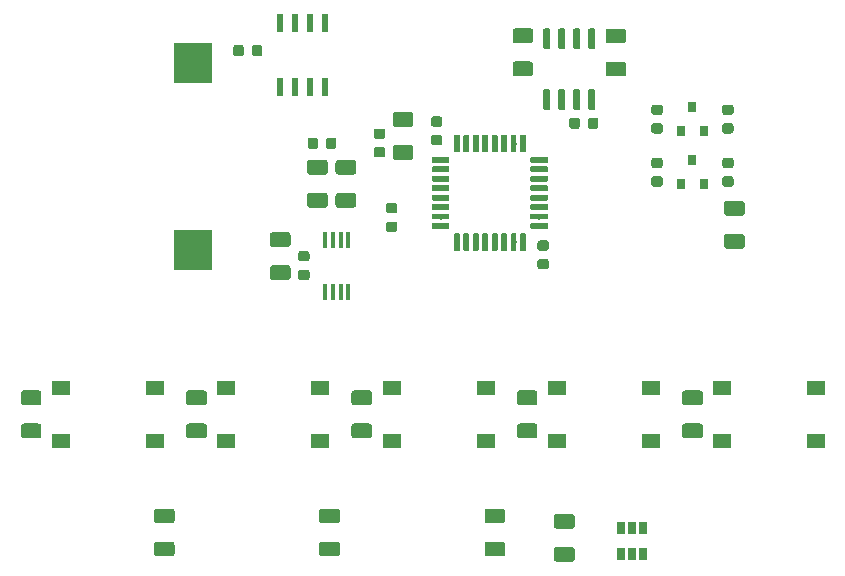
<source format=gbr>
G04 #@! TF.GenerationSoftware,KiCad,Pcbnew,(5.1.0)-1*
G04 #@! TF.CreationDate,2020-10-14T17:29:15+02:00*
G04 #@! TF.ProjectId,Waage,57616167-652e-46b6-9963-61645f706362,rev?*
G04 #@! TF.SameCoordinates,Original*
G04 #@! TF.FileFunction,Paste,Top*
G04 #@! TF.FilePolarity,Positive*
%FSLAX46Y46*%
G04 Gerber Fmt 4.6, Leading zero omitted, Abs format (unit mm)*
G04 Created by KiCad (PCBNEW (5.1.0)-1) date 2020-10-14 17:29:15*
%MOMM*%
%LPD*%
G04 APERTURE LIST*
%ADD10R,1.550000X1.300000*%
%ADD11C,0.100000*%
%ADD12C,0.600000*%
%ADD13C,1.250000*%
%ADD14C,0.875000*%
%ADD15R,3.300000X3.500000*%
%ADD16R,0.600000X1.550000*%
%ADD17R,0.800000X0.900000*%
%ADD18R,0.450000X1.450000*%
%ADD19C,0.500000*%
%ADD20R,0.650000X1.060000*%
G04 APERTURE END LIST*
D10*
X105980000Y-100750000D03*
X105980000Y-96250000D03*
X98020000Y-96250000D03*
X98020000Y-100750000D03*
D11*
G36*
X129139703Y-70980722D02*
G01*
X129154264Y-70982882D01*
X129168543Y-70986459D01*
X129182403Y-70991418D01*
X129195710Y-70997712D01*
X129208336Y-71005280D01*
X129220159Y-71014048D01*
X129231066Y-71023934D01*
X129240952Y-71034841D01*
X129249720Y-71046664D01*
X129257288Y-71059290D01*
X129263582Y-71072597D01*
X129268541Y-71086457D01*
X129272118Y-71100736D01*
X129274278Y-71115297D01*
X129275000Y-71130000D01*
X129275000Y-72580000D01*
X129274278Y-72594703D01*
X129272118Y-72609264D01*
X129268541Y-72623543D01*
X129263582Y-72637403D01*
X129257288Y-72650710D01*
X129249720Y-72663336D01*
X129240952Y-72675159D01*
X129231066Y-72686066D01*
X129220159Y-72695952D01*
X129208336Y-72704720D01*
X129195710Y-72712288D01*
X129182403Y-72718582D01*
X129168543Y-72723541D01*
X129154264Y-72727118D01*
X129139703Y-72729278D01*
X129125000Y-72730000D01*
X128825000Y-72730000D01*
X128810297Y-72729278D01*
X128795736Y-72727118D01*
X128781457Y-72723541D01*
X128767597Y-72718582D01*
X128754290Y-72712288D01*
X128741664Y-72704720D01*
X128729841Y-72695952D01*
X128718934Y-72686066D01*
X128709048Y-72675159D01*
X128700280Y-72663336D01*
X128692712Y-72650710D01*
X128686418Y-72637403D01*
X128681459Y-72623543D01*
X128677882Y-72609264D01*
X128675722Y-72594703D01*
X128675000Y-72580000D01*
X128675000Y-71130000D01*
X128675722Y-71115297D01*
X128677882Y-71100736D01*
X128681459Y-71086457D01*
X128686418Y-71072597D01*
X128692712Y-71059290D01*
X128700280Y-71046664D01*
X128709048Y-71034841D01*
X128718934Y-71023934D01*
X128729841Y-71014048D01*
X128741664Y-71005280D01*
X128754290Y-70997712D01*
X128767597Y-70991418D01*
X128781457Y-70986459D01*
X128795736Y-70982882D01*
X128810297Y-70980722D01*
X128825000Y-70980000D01*
X129125000Y-70980000D01*
X129139703Y-70980722D01*
X129139703Y-70980722D01*
G37*
D12*
X128975000Y-71855000D03*
D11*
G36*
X127869703Y-70980722D02*
G01*
X127884264Y-70982882D01*
X127898543Y-70986459D01*
X127912403Y-70991418D01*
X127925710Y-70997712D01*
X127938336Y-71005280D01*
X127950159Y-71014048D01*
X127961066Y-71023934D01*
X127970952Y-71034841D01*
X127979720Y-71046664D01*
X127987288Y-71059290D01*
X127993582Y-71072597D01*
X127998541Y-71086457D01*
X128002118Y-71100736D01*
X128004278Y-71115297D01*
X128005000Y-71130000D01*
X128005000Y-72580000D01*
X128004278Y-72594703D01*
X128002118Y-72609264D01*
X127998541Y-72623543D01*
X127993582Y-72637403D01*
X127987288Y-72650710D01*
X127979720Y-72663336D01*
X127970952Y-72675159D01*
X127961066Y-72686066D01*
X127950159Y-72695952D01*
X127938336Y-72704720D01*
X127925710Y-72712288D01*
X127912403Y-72718582D01*
X127898543Y-72723541D01*
X127884264Y-72727118D01*
X127869703Y-72729278D01*
X127855000Y-72730000D01*
X127555000Y-72730000D01*
X127540297Y-72729278D01*
X127525736Y-72727118D01*
X127511457Y-72723541D01*
X127497597Y-72718582D01*
X127484290Y-72712288D01*
X127471664Y-72704720D01*
X127459841Y-72695952D01*
X127448934Y-72686066D01*
X127439048Y-72675159D01*
X127430280Y-72663336D01*
X127422712Y-72650710D01*
X127416418Y-72637403D01*
X127411459Y-72623543D01*
X127407882Y-72609264D01*
X127405722Y-72594703D01*
X127405000Y-72580000D01*
X127405000Y-71130000D01*
X127405722Y-71115297D01*
X127407882Y-71100736D01*
X127411459Y-71086457D01*
X127416418Y-71072597D01*
X127422712Y-71059290D01*
X127430280Y-71046664D01*
X127439048Y-71034841D01*
X127448934Y-71023934D01*
X127459841Y-71014048D01*
X127471664Y-71005280D01*
X127484290Y-70997712D01*
X127497597Y-70991418D01*
X127511457Y-70986459D01*
X127525736Y-70982882D01*
X127540297Y-70980722D01*
X127555000Y-70980000D01*
X127855000Y-70980000D01*
X127869703Y-70980722D01*
X127869703Y-70980722D01*
G37*
D12*
X127705000Y-71855000D03*
D11*
G36*
X126599703Y-70980722D02*
G01*
X126614264Y-70982882D01*
X126628543Y-70986459D01*
X126642403Y-70991418D01*
X126655710Y-70997712D01*
X126668336Y-71005280D01*
X126680159Y-71014048D01*
X126691066Y-71023934D01*
X126700952Y-71034841D01*
X126709720Y-71046664D01*
X126717288Y-71059290D01*
X126723582Y-71072597D01*
X126728541Y-71086457D01*
X126732118Y-71100736D01*
X126734278Y-71115297D01*
X126735000Y-71130000D01*
X126735000Y-72580000D01*
X126734278Y-72594703D01*
X126732118Y-72609264D01*
X126728541Y-72623543D01*
X126723582Y-72637403D01*
X126717288Y-72650710D01*
X126709720Y-72663336D01*
X126700952Y-72675159D01*
X126691066Y-72686066D01*
X126680159Y-72695952D01*
X126668336Y-72704720D01*
X126655710Y-72712288D01*
X126642403Y-72718582D01*
X126628543Y-72723541D01*
X126614264Y-72727118D01*
X126599703Y-72729278D01*
X126585000Y-72730000D01*
X126285000Y-72730000D01*
X126270297Y-72729278D01*
X126255736Y-72727118D01*
X126241457Y-72723541D01*
X126227597Y-72718582D01*
X126214290Y-72712288D01*
X126201664Y-72704720D01*
X126189841Y-72695952D01*
X126178934Y-72686066D01*
X126169048Y-72675159D01*
X126160280Y-72663336D01*
X126152712Y-72650710D01*
X126146418Y-72637403D01*
X126141459Y-72623543D01*
X126137882Y-72609264D01*
X126135722Y-72594703D01*
X126135000Y-72580000D01*
X126135000Y-71130000D01*
X126135722Y-71115297D01*
X126137882Y-71100736D01*
X126141459Y-71086457D01*
X126146418Y-71072597D01*
X126152712Y-71059290D01*
X126160280Y-71046664D01*
X126169048Y-71034841D01*
X126178934Y-71023934D01*
X126189841Y-71014048D01*
X126201664Y-71005280D01*
X126214290Y-70997712D01*
X126227597Y-70991418D01*
X126241457Y-70986459D01*
X126255736Y-70982882D01*
X126270297Y-70980722D01*
X126285000Y-70980000D01*
X126585000Y-70980000D01*
X126599703Y-70980722D01*
X126599703Y-70980722D01*
G37*
D12*
X126435000Y-71855000D03*
D11*
G36*
X125329703Y-70980722D02*
G01*
X125344264Y-70982882D01*
X125358543Y-70986459D01*
X125372403Y-70991418D01*
X125385710Y-70997712D01*
X125398336Y-71005280D01*
X125410159Y-71014048D01*
X125421066Y-71023934D01*
X125430952Y-71034841D01*
X125439720Y-71046664D01*
X125447288Y-71059290D01*
X125453582Y-71072597D01*
X125458541Y-71086457D01*
X125462118Y-71100736D01*
X125464278Y-71115297D01*
X125465000Y-71130000D01*
X125465000Y-72580000D01*
X125464278Y-72594703D01*
X125462118Y-72609264D01*
X125458541Y-72623543D01*
X125453582Y-72637403D01*
X125447288Y-72650710D01*
X125439720Y-72663336D01*
X125430952Y-72675159D01*
X125421066Y-72686066D01*
X125410159Y-72695952D01*
X125398336Y-72704720D01*
X125385710Y-72712288D01*
X125372403Y-72718582D01*
X125358543Y-72723541D01*
X125344264Y-72727118D01*
X125329703Y-72729278D01*
X125315000Y-72730000D01*
X125015000Y-72730000D01*
X125000297Y-72729278D01*
X124985736Y-72727118D01*
X124971457Y-72723541D01*
X124957597Y-72718582D01*
X124944290Y-72712288D01*
X124931664Y-72704720D01*
X124919841Y-72695952D01*
X124908934Y-72686066D01*
X124899048Y-72675159D01*
X124890280Y-72663336D01*
X124882712Y-72650710D01*
X124876418Y-72637403D01*
X124871459Y-72623543D01*
X124867882Y-72609264D01*
X124865722Y-72594703D01*
X124865000Y-72580000D01*
X124865000Y-71130000D01*
X124865722Y-71115297D01*
X124867882Y-71100736D01*
X124871459Y-71086457D01*
X124876418Y-71072597D01*
X124882712Y-71059290D01*
X124890280Y-71046664D01*
X124899048Y-71034841D01*
X124908934Y-71023934D01*
X124919841Y-71014048D01*
X124931664Y-71005280D01*
X124944290Y-70997712D01*
X124957597Y-70991418D01*
X124971457Y-70986459D01*
X124985736Y-70982882D01*
X125000297Y-70980722D01*
X125015000Y-70980000D01*
X125315000Y-70980000D01*
X125329703Y-70980722D01*
X125329703Y-70980722D01*
G37*
D12*
X125165000Y-71855000D03*
D11*
G36*
X125329703Y-65830722D02*
G01*
X125344264Y-65832882D01*
X125358543Y-65836459D01*
X125372403Y-65841418D01*
X125385710Y-65847712D01*
X125398336Y-65855280D01*
X125410159Y-65864048D01*
X125421066Y-65873934D01*
X125430952Y-65884841D01*
X125439720Y-65896664D01*
X125447288Y-65909290D01*
X125453582Y-65922597D01*
X125458541Y-65936457D01*
X125462118Y-65950736D01*
X125464278Y-65965297D01*
X125465000Y-65980000D01*
X125465000Y-67430000D01*
X125464278Y-67444703D01*
X125462118Y-67459264D01*
X125458541Y-67473543D01*
X125453582Y-67487403D01*
X125447288Y-67500710D01*
X125439720Y-67513336D01*
X125430952Y-67525159D01*
X125421066Y-67536066D01*
X125410159Y-67545952D01*
X125398336Y-67554720D01*
X125385710Y-67562288D01*
X125372403Y-67568582D01*
X125358543Y-67573541D01*
X125344264Y-67577118D01*
X125329703Y-67579278D01*
X125315000Y-67580000D01*
X125015000Y-67580000D01*
X125000297Y-67579278D01*
X124985736Y-67577118D01*
X124971457Y-67573541D01*
X124957597Y-67568582D01*
X124944290Y-67562288D01*
X124931664Y-67554720D01*
X124919841Y-67545952D01*
X124908934Y-67536066D01*
X124899048Y-67525159D01*
X124890280Y-67513336D01*
X124882712Y-67500710D01*
X124876418Y-67487403D01*
X124871459Y-67473543D01*
X124867882Y-67459264D01*
X124865722Y-67444703D01*
X124865000Y-67430000D01*
X124865000Y-65980000D01*
X124865722Y-65965297D01*
X124867882Y-65950736D01*
X124871459Y-65936457D01*
X124876418Y-65922597D01*
X124882712Y-65909290D01*
X124890280Y-65896664D01*
X124899048Y-65884841D01*
X124908934Y-65873934D01*
X124919841Y-65864048D01*
X124931664Y-65855280D01*
X124944290Y-65847712D01*
X124957597Y-65841418D01*
X124971457Y-65836459D01*
X124985736Y-65832882D01*
X125000297Y-65830722D01*
X125015000Y-65830000D01*
X125315000Y-65830000D01*
X125329703Y-65830722D01*
X125329703Y-65830722D01*
G37*
D12*
X125165000Y-66705000D03*
D11*
G36*
X126599703Y-65830722D02*
G01*
X126614264Y-65832882D01*
X126628543Y-65836459D01*
X126642403Y-65841418D01*
X126655710Y-65847712D01*
X126668336Y-65855280D01*
X126680159Y-65864048D01*
X126691066Y-65873934D01*
X126700952Y-65884841D01*
X126709720Y-65896664D01*
X126717288Y-65909290D01*
X126723582Y-65922597D01*
X126728541Y-65936457D01*
X126732118Y-65950736D01*
X126734278Y-65965297D01*
X126735000Y-65980000D01*
X126735000Y-67430000D01*
X126734278Y-67444703D01*
X126732118Y-67459264D01*
X126728541Y-67473543D01*
X126723582Y-67487403D01*
X126717288Y-67500710D01*
X126709720Y-67513336D01*
X126700952Y-67525159D01*
X126691066Y-67536066D01*
X126680159Y-67545952D01*
X126668336Y-67554720D01*
X126655710Y-67562288D01*
X126642403Y-67568582D01*
X126628543Y-67573541D01*
X126614264Y-67577118D01*
X126599703Y-67579278D01*
X126585000Y-67580000D01*
X126285000Y-67580000D01*
X126270297Y-67579278D01*
X126255736Y-67577118D01*
X126241457Y-67573541D01*
X126227597Y-67568582D01*
X126214290Y-67562288D01*
X126201664Y-67554720D01*
X126189841Y-67545952D01*
X126178934Y-67536066D01*
X126169048Y-67525159D01*
X126160280Y-67513336D01*
X126152712Y-67500710D01*
X126146418Y-67487403D01*
X126141459Y-67473543D01*
X126137882Y-67459264D01*
X126135722Y-67444703D01*
X126135000Y-67430000D01*
X126135000Y-65980000D01*
X126135722Y-65965297D01*
X126137882Y-65950736D01*
X126141459Y-65936457D01*
X126146418Y-65922597D01*
X126152712Y-65909290D01*
X126160280Y-65896664D01*
X126169048Y-65884841D01*
X126178934Y-65873934D01*
X126189841Y-65864048D01*
X126201664Y-65855280D01*
X126214290Y-65847712D01*
X126227597Y-65841418D01*
X126241457Y-65836459D01*
X126255736Y-65832882D01*
X126270297Y-65830722D01*
X126285000Y-65830000D01*
X126585000Y-65830000D01*
X126599703Y-65830722D01*
X126599703Y-65830722D01*
G37*
D12*
X126435000Y-66705000D03*
D11*
G36*
X127869703Y-65830722D02*
G01*
X127884264Y-65832882D01*
X127898543Y-65836459D01*
X127912403Y-65841418D01*
X127925710Y-65847712D01*
X127938336Y-65855280D01*
X127950159Y-65864048D01*
X127961066Y-65873934D01*
X127970952Y-65884841D01*
X127979720Y-65896664D01*
X127987288Y-65909290D01*
X127993582Y-65922597D01*
X127998541Y-65936457D01*
X128002118Y-65950736D01*
X128004278Y-65965297D01*
X128005000Y-65980000D01*
X128005000Y-67430000D01*
X128004278Y-67444703D01*
X128002118Y-67459264D01*
X127998541Y-67473543D01*
X127993582Y-67487403D01*
X127987288Y-67500710D01*
X127979720Y-67513336D01*
X127970952Y-67525159D01*
X127961066Y-67536066D01*
X127950159Y-67545952D01*
X127938336Y-67554720D01*
X127925710Y-67562288D01*
X127912403Y-67568582D01*
X127898543Y-67573541D01*
X127884264Y-67577118D01*
X127869703Y-67579278D01*
X127855000Y-67580000D01*
X127555000Y-67580000D01*
X127540297Y-67579278D01*
X127525736Y-67577118D01*
X127511457Y-67573541D01*
X127497597Y-67568582D01*
X127484290Y-67562288D01*
X127471664Y-67554720D01*
X127459841Y-67545952D01*
X127448934Y-67536066D01*
X127439048Y-67525159D01*
X127430280Y-67513336D01*
X127422712Y-67500710D01*
X127416418Y-67487403D01*
X127411459Y-67473543D01*
X127407882Y-67459264D01*
X127405722Y-67444703D01*
X127405000Y-67430000D01*
X127405000Y-65980000D01*
X127405722Y-65965297D01*
X127407882Y-65950736D01*
X127411459Y-65936457D01*
X127416418Y-65922597D01*
X127422712Y-65909290D01*
X127430280Y-65896664D01*
X127439048Y-65884841D01*
X127448934Y-65873934D01*
X127459841Y-65864048D01*
X127471664Y-65855280D01*
X127484290Y-65847712D01*
X127497597Y-65841418D01*
X127511457Y-65836459D01*
X127525736Y-65832882D01*
X127540297Y-65830722D01*
X127555000Y-65830000D01*
X127855000Y-65830000D01*
X127869703Y-65830722D01*
X127869703Y-65830722D01*
G37*
D12*
X127705000Y-66705000D03*
D11*
G36*
X129139703Y-65830722D02*
G01*
X129154264Y-65832882D01*
X129168543Y-65836459D01*
X129182403Y-65841418D01*
X129195710Y-65847712D01*
X129208336Y-65855280D01*
X129220159Y-65864048D01*
X129231066Y-65873934D01*
X129240952Y-65884841D01*
X129249720Y-65896664D01*
X129257288Y-65909290D01*
X129263582Y-65922597D01*
X129268541Y-65936457D01*
X129272118Y-65950736D01*
X129274278Y-65965297D01*
X129275000Y-65980000D01*
X129275000Y-67430000D01*
X129274278Y-67444703D01*
X129272118Y-67459264D01*
X129268541Y-67473543D01*
X129263582Y-67487403D01*
X129257288Y-67500710D01*
X129249720Y-67513336D01*
X129240952Y-67525159D01*
X129231066Y-67536066D01*
X129220159Y-67545952D01*
X129208336Y-67554720D01*
X129195710Y-67562288D01*
X129182403Y-67568582D01*
X129168543Y-67573541D01*
X129154264Y-67577118D01*
X129139703Y-67579278D01*
X129125000Y-67580000D01*
X128825000Y-67580000D01*
X128810297Y-67579278D01*
X128795736Y-67577118D01*
X128781457Y-67573541D01*
X128767597Y-67568582D01*
X128754290Y-67562288D01*
X128741664Y-67554720D01*
X128729841Y-67545952D01*
X128718934Y-67536066D01*
X128709048Y-67525159D01*
X128700280Y-67513336D01*
X128692712Y-67500710D01*
X128686418Y-67487403D01*
X128681459Y-67473543D01*
X128677882Y-67459264D01*
X128675722Y-67444703D01*
X128675000Y-67430000D01*
X128675000Y-65980000D01*
X128675722Y-65965297D01*
X128677882Y-65950736D01*
X128681459Y-65936457D01*
X128686418Y-65922597D01*
X128692712Y-65909290D01*
X128700280Y-65896664D01*
X128709048Y-65884841D01*
X128718934Y-65873934D01*
X128729841Y-65864048D01*
X128741664Y-65855280D01*
X128754290Y-65847712D01*
X128767597Y-65841418D01*
X128781457Y-65836459D01*
X128795736Y-65832882D01*
X128810297Y-65830722D01*
X128825000Y-65830000D01*
X129125000Y-65830000D01*
X129139703Y-65830722D01*
X129139703Y-65830722D01*
G37*
D12*
X128975000Y-66705000D03*
D11*
G36*
X123789504Y-65826204D02*
G01*
X123813773Y-65829804D01*
X123837571Y-65835765D01*
X123860671Y-65844030D01*
X123882849Y-65854520D01*
X123903893Y-65867133D01*
X123923598Y-65881747D01*
X123941777Y-65898223D01*
X123958253Y-65916402D01*
X123972867Y-65936107D01*
X123985480Y-65957151D01*
X123995970Y-65979329D01*
X124004235Y-66002429D01*
X124010196Y-66026227D01*
X124013796Y-66050496D01*
X124015000Y-66075000D01*
X124015000Y-66825000D01*
X124013796Y-66849504D01*
X124010196Y-66873773D01*
X124004235Y-66897571D01*
X123995970Y-66920671D01*
X123985480Y-66942849D01*
X123972867Y-66963893D01*
X123958253Y-66983598D01*
X123941777Y-67001777D01*
X123923598Y-67018253D01*
X123903893Y-67032867D01*
X123882849Y-67045480D01*
X123860671Y-67055970D01*
X123837571Y-67064235D01*
X123813773Y-67070196D01*
X123789504Y-67073796D01*
X123765000Y-67075000D01*
X122515000Y-67075000D01*
X122490496Y-67073796D01*
X122466227Y-67070196D01*
X122442429Y-67064235D01*
X122419329Y-67055970D01*
X122397151Y-67045480D01*
X122376107Y-67032867D01*
X122356402Y-67018253D01*
X122338223Y-67001777D01*
X122321747Y-66983598D01*
X122307133Y-66963893D01*
X122294520Y-66942849D01*
X122284030Y-66920671D01*
X122275765Y-66897571D01*
X122269804Y-66873773D01*
X122266204Y-66849504D01*
X122265000Y-66825000D01*
X122265000Y-66075000D01*
X122266204Y-66050496D01*
X122269804Y-66026227D01*
X122275765Y-66002429D01*
X122284030Y-65979329D01*
X122294520Y-65957151D01*
X122307133Y-65936107D01*
X122321747Y-65916402D01*
X122338223Y-65898223D01*
X122356402Y-65881747D01*
X122376107Y-65867133D01*
X122397151Y-65854520D01*
X122419329Y-65844030D01*
X122442429Y-65835765D01*
X122466227Y-65829804D01*
X122490496Y-65826204D01*
X122515000Y-65825000D01*
X123765000Y-65825000D01*
X123789504Y-65826204D01*
X123789504Y-65826204D01*
G37*
D13*
X123140000Y-66450000D03*
D11*
G36*
X123789504Y-68626204D02*
G01*
X123813773Y-68629804D01*
X123837571Y-68635765D01*
X123860671Y-68644030D01*
X123882849Y-68654520D01*
X123903893Y-68667133D01*
X123923598Y-68681747D01*
X123941777Y-68698223D01*
X123958253Y-68716402D01*
X123972867Y-68736107D01*
X123985480Y-68757151D01*
X123995970Y-68779329D01*
X124004235Y-68802429D01*
X124010196Y-68826227D01*
X124013796Y-68850496D01*
X124015000Y-68875000D01*
X124015000Y-69625000D01*
X124013796Y-69649504D01*
X124010196Y-69673773D01*
X124004235Y-69697571D01*
X123995970Y-69720671D01*
X123985480Y-69742849D01*
X123972867Y-69763893D01*
X123958253Y-69783598D01*
X123941777Y-69801777D01*
X123923598Y-69818253D01*
X123903893Y-69832867D01*
X123882849Y-69845480D01*
X123860671Y-69855970D01*
X123837571Y-69864235D01*
X123813773Y-69870196D01*
X123789504Y-69873796D01*
X123765000Y-69875000D01*
X122515000Y-69875000D01*
X122490496Y-69873796D01*
X122466227Y-69870196D01*
X122442429Y-69864235D01*
X122419329Y-69855970D01*
X122397151Y-69845480D01*
X122376107Y-69832867D01*
X122356402Y-69818253D01*
X122338223Y-69801777D01*
X122321747Y-69783598D01*
X122307133Y-69763893D01*
X122294520Y-69742849D01*
X122284030Y-69720671D01*
X122275765Y-69697571D01*
X122269804Y-69673773D01*
X122266204Y-69649504D01*
X122265000Y-69625000D01*
X122265000Y-68875000D01*
X122266204Y-68850496D01*
X122269804Y-68826227D01*
X122275765Y-68802429D01*
X122284030Y-68779329D01*
X122294520Y-68757151D01*
X122307133Y-68736107D01*
X122321747Y-68716402D01*
X122338223Y-68698223D01*
X122356402Y-68681747D01*
X122376107Y-68667133D01*
X122397151Y-68654520D01*
X122419329Y-68644030D01*
X122442429Y-68635765D01*
X122466227Y-68629804D01*
X122490496Y-68626204D01*
X122515000Y-68625000D01*
X123765000Y-68625000D01*
X123789504Y-68626204D01*
X123789504Y-68626204D01*
G37*
D13*
X123140000Y-69250000D03*
D11*
G36*
X131669504Y-68636204D02*
G01*
X131693773Y-68639804D01*
X131717571Y-68645765D01*
X131740671Y-68654030D01*
X131762849Y-68664520D01*
X131783893Y-68677133D01*
X131803598Y-68691747D01*
X131821777Y-68708223D01*
X131838253Y-68726402D01*
X131852867Y-68746107D01*
X131865480Y-68767151D01*
X131875970Y-68789329D01*
X131884235Y-68812429D01*
X131890196Y-68836227D01*
X131893796Y-68860496D01*
X131895000Y-68885000D01*
X131895000Y-69635000D01*
X131893796Y-69659504D01*
X131890196Y-69683773D01*
X131884235Y-69707571D01*
X131875970Y-69730671D01*
X131865480Y-69752849D01*
X131852867Y-69773893D01*
X131838253Y-69793598D01*
X131821777Y-69811777D01*
X131803598Y-69828253D01*
X131783893Y-69842867D01*
X131762849Y-69855480D01*
X131740671Y-69865970D01*
X131717571Y-69874235D01*
X131693773Y-69880196D01*
X131669504Y-69883796D01*
X131645000Y-69885000D01*
X130395000Y-69885000D01*
X130370496Y-69883796D01*
X130346227Y-69880196D01*
X130322429Y-69874235D01*
X130299329Y-69865970D01*
X130277151Y-69855480D01*
X130256107Y-69842867D01*
X130236402Y-69828253D01*
X130218223Y-69811777D01*
X130201747Y-69793598D01*
X130187133Y-69773893D01*
X130174520Y-69752849D01*
X130164030Y-69730671D01*
X130155765Y-69707571D01*
X130149804Y-69683773D01*
X130146204Y-69659504D01*
X130145000Y-69635000D01*
X130145000Y-68885000D01*
X130146204Y-68860496D01*
X130149804Y-68836227D01*
X130155765Y-68812429D01*
X130164030Y-68789329D01*
X130174520Y-68767151D01*
X130187133Y-68746107D01*
X130201747Y-68726402D01*
X130218223Y-68708223D01*
X130236402Y-68691747D01*
X130256107Y-68677133D01*
X130277151Y-68664520D01*
X130299329Y-68654030D01*
X130322429Y-68645765D01*
X130346227Y-68639804D01*
X130370496Y-68636204D01*
X130395000Y-68635000D01*
X131645000Y-68635000D01*
X131669504Y-68636204D01*
X131669504Y-68636204D01*
G37*
D13*
X131020000Y-69260000D03*
D11*
G36*
X131669504Y-65836204D02*
G01*
X131693773Y-65839804D01*
X131717571Y-65845765D01*
X131740671Y-65854030D01*
X131762849Y-65864520D01*
X131783893Y-65877133D01*
X131803598Y-65891747D01*
X131821777Y-65908223D01*
X131838253Y-65926402D01*
X131852867Y-65946107D01*
X131865480Y-65967151D01*
X131875970Y-65989329D01*
X131884235Y-66012429D01*
X131890196Y-66036227D01*
X131893796Y-66060496D01*
X131895000Y-66085000D01*
X131895000Y-66835000D01*
X131893796Y-66859504D01*
X131890196Y-66883773D01*
X131884235Y-66907571D01*
X131875970Y-66930671D01*
X131865480Y-66952849D01*
X131852867Y-66973893D01*
X131838253Y-66993598D01*
X131821777Y-67011777D01*
X131803598Y-67028253D01*
X131783893Y-67042867D01*
X131762849Y-67055480D01*
X131740671Y-67065970D01*
X131717571Y-67074235D01*
X131693773Y-67080196D01*
X131669504Y-67083796D01*
X131645000Y-67085000D01*
X130395000Y-67085000D01*
X130370496Y-67083796D01*
X130346227Y-67080196D01*
X130322429Y-67074235D01*
X130299329Y-67065970D01*
X130277151Y-67055480D01*
X130256107Y-67042867D01*
X130236402Y-67028253D01*
X130218223Y-67011777D01*
X130201747Y-66993598D01*
X130187133Y-66973893D01*
X130174520Y-66952849D01*
X130164030Y-66930671D01*
X130155765Y-66907571D01*
X130149804Y-66883773D01*
X130146204Y-66859504D01*
X130145000Y-66835000D01*
X130145000Y-66085000D01*
X130146204Y-66060496D01*
X130149804Y-66036227D01*
X130155765Y-66012429D01*
X130164030Y-65989329D01*
X130174520Y-65967151D01*
X130187133Y-65946107D01*
X130201747Y-65926402D01*
X130218223Y-65908223D01*
X130236402Y-65891747D01*
X130256107Y-65877133D01*
X130277151Y-65864520D01*
X130299329Y-65854030D01*
X130322429Y-65845765D01*
X130346227Y-65839804D01*
X130370496Y-65836204D01*
X130395000Y-65835000D01*
X131645000Y-65835000D01*
X131669504Y-65836204D01*
X131669504Y-65836204D01*
G37*
D13*
X131020000Y-66460000D03*
D11*
G36*
X127752691Y-73376053D02*
G01*
X127773926Y-73379203D01*
X127794750Y-73384419D01*
X127814962Y-73391651D01*
X127834368Y-73400830D01*
X127852781Y-73411866D01*
X127870024Y-73424654D01*
X127885930Y-73439070D01*
X127900346Y-73454976D01*
X127913134Y-73472219D01*
X127924170Y-73490632D01*
X127933349Y-73510038D01*
X127940581Y-73530250D01*
X127945797Y-73551074D01*
X127948947Y-73572309D01*
X127950000Y-73593750D01*
X127950000Y-74106250D01*
X127948947Y-74127691D01*
X127945797Y-74148926D01*
X127940581Y-74169750D01*
X127933349Y-74189962D01*
X127924170Y-74209368D01*
X127913134Y-74227781D01*
X127900346Y-74245024D01*
X127885930Y-74260930D01*
X127870024Y-74275346D01*
X127852781Y-74288134D01*
X127834368Y-74299170D01*
X127814962Y-74308349D01*
X127794750Y-74315581D01*
X127773926Y-74320797D01*
X127752691Y-74323947D01*
X127731250Y-74325000D01*
X127293750Y-74325000D01*
X127272309Y-74323947D01*
X127251074Y-74320797D01*
X127230250Y-74315581D01*
X127210038Y-74308349D01*
X127190632Y-74299170D01*
X127172219Y-74288134D01*
X127154976Y-74275346D01*
X127139070Y-74260930D01*
X127124654Y-74245024D01*
X127111866Y-74227781D01*
X127100830Y-74209368D01*
X127091651Y-74189962D01*
X127084419Y-74169750D01*
X127079203Y-74148926D01*
X127076053Y-74127691D01*
X127075000Y-74106250D01*
X127075000Y-73593750D01*
X127076053Y-73572309D01*
X127079203Y-73551074D01*
X127084419Y-73530250D01*
X127091651Y-73510038D01*
X127100830Y-73490632D01*
X127111866Y-73472219D01*
X127124654Y-73454976D01*
X127139070Y-73439070D01*
X127154976Y-73424654D01*
X127172219Y-73411866D01*
X127190632Y-73400830D01*
X127210038Y-73391651D01*
X127230250Y-73384419D01*
X127251074Y-73379203D01*
X127272309Y-73376053D01*
X127293750Y-73375000D01*
X127731250Y-73375000D01*
X127752691Y-73376053D01*
X127752691Y-73376053D01*
G37*
D14*
X127512500Y-73850000D03*
D11*
G36*
X129327691Y-73376053D02*
G01*
X129348926Y-73379203D01*
X129369750Y-73384419D01*
X129389962Y-73391651D01*
X129409368Y-73400830D01*
X129427781Y-73411866D01*
X129445024Y-73424654D01*
X129460930Y-73439070D01*
X129475346Y-73454976D01*
X129488134Y-73472219D01*
X129499170Y-73490632D01*
X129508349Y-73510038D01*
X129515581Y-73530250D01*
X129520797Y-73551074D01*
X129523947Y-73572309D01*
X129525000Y-73593750D01*
X129525000Y-74106250D01*
X129523947Y-74127691D01*
X129520797Y-74148926D01*
X129515581Y-74169750D01*
X129508349Y-74189962D01*
X129499170Y-74209368D01*
X129488134Y-74227781D01*
X129475346Y-74245024D01*
X129460930Y-74260930D01*
X129445024Y-74275346D01*
X129427781Y-74288134D01*
X129409368Y-74299170D01*
X129389962Y-74308349D01*
X129369750Y-74315581D01*
X129348926Y-74320797D01*
X129327691Y-74323947D01*
X129306250Y-74325000D01*
X128868750Y-74325000D01*
X128847309Y-74323947D01*
X128826074Y-74320797D01*
X128805250Y-74315581D01*
X128785038Y-74308349D01*
X128765632Y-74299170D01*
X128747219Y-74288134D01*
X128729976Y-74275346D01*
X128714070Y-74260930D01*
X128699654Y-74245024D01*
X128686866Y-74227781D01*
X128675830Y-74209368D01*
X128666651Y-74189962D01*
X128659419Y-74169750D01*
X128654203Y-74148926D01*
X128651053Y-74127691D01*
X128650000Y-74106250D01*
X128650000Y-73593750D01*
X128651053Y-73572309D01*
X128654203Y-73551074D01*
X128659419Y-73530250D01*
X128666651Y-73510038D01*
X128675830Y-73490632D01*
X128686866Y-73472219D01*
X128699654Y-73454976D01*
X128714070Y-73439070D01*
X128729976Y-73424654D01*
X128747219Y-73411866D01*
X128765632Y-73400830D01*
X128785038Y-73391651D01*
X128805250Y-73384419D01*
X128826074Y-73379203D01*
X128847309Y-73376053D01*
X128868750Y-73375000D01*
X129306250Y-73375000D01*
X129327691Y-73376053D01*
X129327691Y-73376053D01*
G37*
D14*
X129087500Y-73850000D03*
D11*
G36*
X99302691Y-67226053D02*
G01*
X99323926Y-67229203D01*
X99344750Y-67234419D01*
X99364962Y-67241651D01*
X99384368Y-67250830D01*
X99402781Y-67261866D01*
X99420024Y-67274654D01*
X99435930Y-67289070D01*
X99450346Y-67304976D01*
X99463134Y-67322219D01*
X99474170Y-67340632D01*
X99483349Y-67360038D01*
X99490581Y-67380250D01*
X99495797Y-67401074D01*
X99498947Y-67422309D01*
X99500000Y-67443750D01*
X99500000Y-67956250D01*
X99498947Y-67977691D01*
X99495797Y-67998926D01*
X99490581Y-68019750D01*
X99483349Y-68039962D01*
X99474170Y-68059368D01*
X99463134Y-68077781D01*
X99450346Y-68095024D01*
X99435930Y-68110930D01*
X99420024Y-68125346D01*
X99402781Y-68138134D01*
X99384368Y-68149170D01*
X99364962Y-68158349D01*
X99344750Y-68165581D01*
X99323926Y-68170797D01*
X99302691Y-68173947D01*
X99281250Y-68175000D01*
X98843750Y-68175000D01*
X98822309Y-68173947D01*
X98801074Y-68170797D01*
X98780250Y-68165581D01*
X98760038Y-68158349D01*
X98740632Y-68149170D01*
X98722219Y-68138134D01*
X98704976Y-68125346D01*
X98689070Y-68110930D01*
X98674654Y-68095024D01*
X98661866Y-68077781D01*
X98650830Y-68059368D01*
X98641651Y-68039962D01*
X98634419Y-68019750D01*
X98629203Y-67998926D01*
X98626053Y-67977691D01*
X98625000Y-67956250D01*
X98625000Y-67443750D01*
X98626053Y-67422309D01*
X98629203Y-67401074D01*
X98634419Y-67380250D01*
X98641651Y-67360038D01*
X98650830Y-67340632D01*
X98661866Y-67322219D01*
X98674654Y-67304976D01*
X98689070Y-67289070D01*
X98704976Y-67274654D01*
X98722219Y-67261866D01*
X98740632Y-67250830D01*
X98760038Y-67241651D01*
X98780250Y-67234419D01*
X98801074Y-67229203D01*
X98822309Y-67226053D01*
X98843750Y-67225000D01*
X99281250Y-67225000D01*
X99302691Y-67226053D01*
X99302691Y-67226053D01*
G37*
D14*
X99062500Y-67700000D03*
D11*
G36*
X100877691Y-67226053D02*
G01*
X100898926Y-67229203D01*
X100919750Y-67234419D01*
X100939962Y-67241651D01*
X100959368Y-67250830D01*
X100977781Y-67261866D01*
X100995024Y-67274654D01*
X101010930Y-67289070D01*
X101025346Y-67304976D01*
X101038134Y-67322219D01*
X101049170Y-67340632D01*
X101058349Y-67360038D01*
X101065581Y-67380250D01*
X101070797Y-67401074D01*
X101073947Y-67422309D01*
X101075000Y-67443750D01*
X101075000Y-67956250D01*
X101073947Y-67977691D01*
X101070797Y-67998926D01*
X101065581Y-68019750D01*
X101058349Y-68039962D01*
X101049170Y-68059368D01*
X101038134Y-68077781D01*
X101025346Y-68095024D01*
X101010930Y-68110930D01*
X100995024Y-68125346D01*
X100977781Y-68138134D01*
X100959368Y-68149170D01*
X100939962Y-68158349D01*
X100919750Y-68165581D01*
X100898926Y-68170797D01*
X100877691Y-68173947D01*
X100856250Y-68175000D01*
X100418750Y-68175000D01*
X100397309Y-68173947D01*
X100376074Y-68170797D01*
X100355250Y-68165581D01*
X100335038Y-68158349D01*
X100315632Y-68149170D01*
X100297219Y-68138134D01*
X100279976Y-68125346D01*
X100264070Y-68110930D01*
X100249654Y-68095024D01*
X100236866Y-68077781D01*
X100225830Y-68059368D01*
X100216651Y-68039962D01*
X100209419Y-68019750D01*
X100204203Y-67998926D01*
X100201053Y-67977691D01*
X100200000Y-67956250D01*
X100200000Y-67443750D01*
X100201053Y-67422309D01*
X100204203Y-67401074D01*
X100209419Y-67380250D01*
X100216651Y-67360038D01*
X100225830Y-67340632D01*
X100236866Y-67322219D01*
X100249654Y-67304976D01*
X100264070Y-67289070D01*
X100279976Y-67274654D01*
X100297219Y-67261866D01*
X100315632Y-67250830D01*
X100335038Y-67241651D01*
X100355250Y-67234419D01*
X100376074Y-67229203D01*
X100397309Y-67226053D01*
X100418750Y-67225000D01*
X100856250Y-67225000D01*
X100877691Y-67226053D01*
X100877691Y-67226053D01*
G37*
D14*
X100637500Y-67700000D03*
D11*
G36*
X107157691Y-75076053D02*
G01*
X107178926Y-75079203D01*
X107199750Y-75084419D01*
X107219962Y-75091651D01*
X107239368Y-75100830D01*
X107257781Y-75111866D01*
X107275024Y-75124654D01*
X107290930Y-75139070D01*
X107305346Y-75154976D01*
X107318134Y-75172219D01*
X107329170Y-75190632D01*
X107338349Y-75210038D01*
X107345581Y-75230250D01*
X107350797Y-75251074D01*
X107353947Y-75272309D01*
X107355000Y-75293750D01*
X107355000Y-75806250D01*
X107353947Y-75827691D01*
X107350797Y-75848926D01*
X107345581Y-75869750D01*
X107338349Y-75889962D01*
X107329170Y-75909368D01*
X107318134Y-75927781D01*
X107305346Y-75945024D01*
X107290930Y-75960930D01*
X107275024Y-75975346D01*
X107257781Y-75988134D01*
X107239368Y-75999170D01*
X107219962Y-76008349D01*
X107199750Y-76015581D01*
X107178926Y-76020797D01*
X107157691Y-76023947D01*
X107136250Y-76025000D01*
X106698750Y-76025000D01*
X106677309Y-76023947D01*
X106656074Y-76020797D01*
X106635250Y-76015581D01*
X106615038Y-76008349D01*
X106595632Y-75999170D01*
X106577219Y-75988134D01*
X106559976Y-75975346D01*
X106544070Y-75960930D01*
X106529654Y-75945024D01*
X106516866Y-75927781D01*
X106505830Y-75909368D01*
X106496651Y-75889962D01*
X106489419Y-75869750D01*
X106484203Y-75848926D01*
X106481053Y-75827691D01*
X106480000Y-75806250D01*
X106480000Y-75293750D01*
X106481053Y-75272309D01*
X106484203Y-75251074D01*
X106489419Y-75230250D01*
X106496651Y-75210038D01*
X106505830Y-75190632D01*
X106516866Y-75172219D01*
X106529654Y-75154976D01*
X106544070Y-75139070D01*
X106559976Y-75124654D01*
X106577219Y-75111866D01*
X106595632Y-75100830D01*
X106615038Y-75091651D01*
X106635250Y-75084419D01*
X106656074Y-75079203D01*
X106677309Y-75076053D01*
X106698750Y-75075000D01*
X107136250Y-75075000D01*
X107157691Y-75076053D01*
X107157691Y-75076053D01*
G37*
D14*
X106917500Y-75550000D03*
D11*
G36*
X105582691Y-75076053D02*
G01*
X105603926Y-75079203D01*
X105624750Y-75084419D01*
X105644962Y-75091651D01*
X105664368Y-75100830D01*
X105682781Y-75111866D01*
X105700024Y-75124654D01*
X105715930Y-75139070D01*
X105730346Y-75154976D01*
X105743134Y-75172219D01*
X105754170Y-75190632D01*
X105763349Y-75210038D01*
X105770581Y-75230250D01*
X105775797Y-75251074D01*
X105778947Y-75272309D01*
X105780000Y-75293750D01*
X105780000Y-75806250D01*
X105778947Y-75827691D01*
X105775797Y-75848926D01*
X105770581Y-75869750D01*
X105763349Y-75889962D01*
X105754170Y-75909368D01*
X105743134Y-75927781D01*
X105730346Y-75945024D01*
X105715930Y-75960930D01*
X105700024Y-75975346D01*
X105682781Y-75988134D01*
X105664368Y-75999170D01*
X105644962Y-76008349D01*
X105624750Y-76015581D01*
X105603926Y-76020797D01*
X105582691Y-76023947D01*
X105561250Y-76025000D01*
X105123750Y-76025000D01*
X105102309Y-76023947D01*
X105081074Y-76020797D01*
X105060250Y-76015581D01*
X105040038Y-76008349D01*
X105020632Y-75999170D01*
X105002219Y-75988134D01*
X104984976Y-75975346D01*
X104969070Y-75960930D01*
X104954654Y-75945024D01*
X104941866Y-75927781D01*
X104930830Y-75909368D01*
X104921651Y-75889962D01*
X104914419Y-75869750D01*
X104909203Y-75848926D01*
X104906053Y-75827691D01*
X104905000Y-75806250D01*
X104905000Y-75293750D01*
X104906053Y-75272309D01*
X104909203Y-75251074D01*
X104914419Y-75230250D01*
X104921651Y-75210038D01*
X104930830Y-75190632D01*
X104941866Y-75172219D01*
X104954654Y-75154976D01*
X104969070Y-75139070D01*
X104984976Y-75124654D01*
X105002219Y-75111866D01*
X105020632Y-75100830D01*
X105040038Y-75091651D01*
X105060250Y-75084419D01*
X105081074Y-75079203D01*
X105102309Y-75076053D01*
X105123750Y-75075000D01*
X105561250Y-75075000D01*
X105582691Y-75076053D01*
X105582691Y-75076053D01*
G37*
D14*
X105342500Y-75550000D03*
D11*
G36*
X106399504Y-76951204D02*
G01*
X106423773Y-76954804D01*
X106447571Y-76960765D01*
X106470671Y-76969030D01*
X106492849Y-76979520D01*
X106513893Y-76992133D01*
X106533598Y-77006747D01*
X106551777Y-77023223D01*
X106568253Y-77041402D01*
X106582867Y-77061107D01*
X106595480Y-77082151D01*
X106605970Y-77104329D01*
X106614235Y-77127429D01*
X106620196Y-77151227D01*
X106623796Y-77175496D01*
X106625000Y-77200000D01*
X106625000Y-77950000D01*
X106623796Y-77974504D01*
X106620196Y-77998773D01*
X106614235Y-78022571D01*
X106605970Y-78045671D01*
X106595480Y-78067849D01*
X106582867Y-78088893D01*
X106568253Y-78108598D01*
X106551777Y-78126777D01*
X106533598Y-78143253D01*
X106513893Y-78157867D01*
X106492849Y-78170480D01*
X106470671Y-78180970D01*
X106447571Y-78189235D01*
X106423773Y-78195196D01*
X106399504Y-78198796D01*
X106375000Y-78200000D01*
X105125000Y-78200000D01*
X105100496Y-78198796D01*
X105076227Y-78195196D01*
X105052429Y-78189235D01*
X105029329Y-78180970D01*
X105007151Y-78170480D01*
X104986107Y-78157867D01*
X104966402Y-78143253D01*
X104948223Y-78126777D01*
X104931747Y-78108598D01*
X104917133Y-78088893D01*
X104904520Y-78067849D01*
X104894030Y-78045671D01*
X104885765Y-78022571D01*
X104879804Y-77998773D01*
X104876204Y-77974504D01*
X104875000Y-77950000D01*
X104875000Y-77200000D01*
X104876204Y-77175496D01*
X104879804Y-77151227D01*
X104885765Y-77127429D01*
X104894030Y-77104329D01*
X104904520Y-77082151D01*
X104917133Y-77061107D01*
X104931747Y-77041402D01*
X104948223Y-77023223D01*
X104966402Y-77006747D01*
X104986107Y-76992133D01*
X105007151Y-76979520D01*
X105029329Y-76969030D01*
X105052429Y-76960765D01*
X105076227Y-76954804D01*
X105100496Y-76951204D01*
X105125000Y-76950000D01*
X106375000Y-76950000D01*
X106399504Y-76951204D01*
X106399504Y-76951204D01*
G37*
D13*
X105750000Y-77575000D03*
D11*
G36*
X106399504Y-79751204D02*
G01*
X106423773Y-79754804D01*
X106447571Y-79760765D01*
X106470671Y-79769030D01*
X106492849Y-79779520D01*
X106513893Y-79792133D01*
X106533598Y-79806747D01*
X106551777Y-79823223D01*
X106568253Y-79841402D01*
X106582867Y-79861107D01*
X106595480Y-79882151D01*
X106605970Y-79904329D01*
X106614235Y-79927429D01*
X106620196Y-79951227D01*
X106623796Y-79975496D01*
X106625000Y-80000000D01*
X106625000Y-80750000D01*
X106623796Y-80774504D01*
X106620196Y-80798773D01*
X106614235Y-80822571D01*
X106605970Y-80845671D01*
X106595480Y-80867849D01*
X106582867Y-80888893D01*
X106568253Y-80908598D01*
X106551777Y-80926777D01*
X106533598Y-80943253D01*
X106513893Y-80957867D01*
X106492849Y-80970480D01*
X106470671Y-80980970D01*
X106447571Y-80989235D01*
X106423773Y-80995196D01*
X106399504Y-80998796D01*
X106375000Y-81000000D01*
X105125000Y-81000000D01*
X105100496Y-80998796D01*
X105076227Y-80995196D01*
X105052429Y-80989235D01*
X105029329Y-80980970D01*
X105007151Y-80970480D01*
X104986107Y-80957867D01*
X104966402Y-80943253D01*
X104948223Y-80926777D01*
X104931747Y-80908598D01*
X104917133Y-80888893D01*
X104904520Y-80867849D01*
X104894030Y-80845671D01*
X104885765Y-80822571D01*
X104879804Y-80798773D01*
X104876204Y-80774504D01*
X104875000Y-80750000D01*
X104875000Y-80000000D01*
X104876204Y-79975496D01*
X104879804Y-79951227D01*
X104885765Y-79927429D01*
X104894030Y-79904329D01*
X104904520Y-79882151D01*
X104917133Y-79861107D01*
X104931747Y-79841402D01*
X104948223Y-79823223D01*
X104966402Y-79806747D01*
X104986107Y-79792133D01*
X105007151Y-79779520D01*
X105029329Y-79769030D01*
X105052429Y-79760765D01*
X105076227Y-79754804D01*
X105100496Y-79751204D01*
X105125000Y-79750000D01*
X106375000Y-79750000D01*
X106399504Y-79751204D01*
X106399504Y-79751204D01*
G37*
D13*
X105750000Y-80375000D03*
D11*
G36*
X103249504Y-85876204D02*
G01*
X103273773Y-85879804D01*
X103297571Y-85885765D01*
X103320671Y-85894030D01*
X103342849Y-85904520D01*
X103363893Y-85917133D01*
X103383598Y-85931747D01*
X103401777Y-85948223D01*
X103418253Y-85966402D01*
X103432867Y-85986107D01*
X103445480Y-86007151D01*
X103455970Y-86029329D01*
X103464235Y-86052429D01*
X103470196Y-86076227D01*
X103473796Y-86100496D01*
X103475000Y-86125000D01*
X103475000Y-86875000D01*
X103473796Y-86899504D01*
X103470196Y-86923773D01*
X103464235Y-86947571D01*
X103455970Y-86970671D01*
X103445480Y-86992849D01*
X103432867Y-87013893D01*
X103418253Y-87033598D01*
X103401777Y-87051777D01*
X103383598Y-87068253D01*
X103363893Y-87082867D01*
X103342849Y-87095480D01*
X103320671Y-87105970D01*
X103297571Y-87114235D01*
X103273773Y-87120196D01*
X103249504Y-87123796D01*
X103225000Y-87125000D01*
X101975000Y-87125000D01*
X101950496Y-87123796D01*
X101926227Y-87120196D01*
X101902429Y-87114235D01*
X101879329Y-87105970D01*
X101857151Y-87095480D01*
X101836107Y-87082867D01*
X101816402Y-87068253D01*
X101798223Y-87051777D01*
X101781747Y-87033598D01*
X101767133Y-87013893D01*
X101754520Y-86992849D01*
X101744030Y-86970671D01*
X101735765Y-86947571D01*
X101729804Y-86923773D01*
X101726204Y-86899504D01*
X101725000Y-86875000D01*
X101725000Y-86125000D01*
X101726204Y-86100496D01*
X101729804Y-86076227D01*
X101735765Y-86052429D01*
X101744030Y-86029329D01*
X101754520Y-86007151D01*
X101767133Y-85986107D01*
X101781747Y-85966402D01*
X101798223Y-85948223D01*
X101816402Y-85931747D01*
X101836107Y-85917133D01*
X101857151Y-85904520D01*
X101879329Y-85894030D01*
X101902429Y-85885765D01*
X101926227Y-85879804D01*
X101950496Y-85876204D01*
X101975000Y-85875000D01*
X103225000Y-85875000D01*
X103249504Y-85876204D01*
X103249504Y-85876204D01*
G37*
D13*
X102600000Y-86500000D03*
D11*
G36*
X103249504Y-83076204D02*
G01*
X103273773Y-83079804D01*
X103297571Y-83085765D01*
X103320671Y-83094030D01*
X103342849Y-83104520D01*
X103363893Y-83117133D01*
X103383598Y-83131747D01*
X103401777Y-83148223D01*
X103418253Y-83166402D01*
X103432867Y-83186107D01*
X103445480Y-83207151D01*
X103455970Y-83229329D01*
X103464235Y-83252429D01*
X103470196Y-83276227D01*
X103473796Y-83300496D01*
X103475000Y-83325000D01*
X103475000Y-84075000D01*
X103473796Y-84099504D01*
X103470196Y-84123773D01*
X103464235Y-84147571D01*
X103455970Y-84170671D01*
X103445480Y-84192849D01*
X103432867Y-84213893D01*
X103418253Y-84233598D01*
X103401777Y-84251777D01*
X103383598Y-84268253D01*
X103363893Y-84282867D01*
X103342849Y-84295480D01*
X103320671Y-84305970D01*
X103297571Y-84314235D01*
X103273773Y-84320196D01*
X103249504Y-84323796D01*
X103225000Y-84325000D01*
X101975000Y-84325000D01*
X101950496Y-84323796D01*
X101926227Y-84320196D01*
X101902429Y-84314235D01*
X101879329Y-84305970D01*
X101857151Y-84295480D01*
X101836107Y-84282867D01*
X101816402Y-84268253D01*
X101798223Y-84251777D01*
X101781747Y-84233598D01*
X101767133Y-84213893D01*
X101754520Y-84192849D01*
X101744030Y-84170671D01*
X101735765Y-84147571D01*
X101729804Y-84123773D01*
X101726204Y-84099504D01*
X101725000Y-84075000D01*
X101725000Y-83325000D01*
X101726204Y-83300496D01*
X101729804Y-83276227D01*
X101735765Y-83252429D01*
X101744030Y-83229329D01*
X101754520Y-83207151D01*
X101767133Y-83186107D01*
X101781747Y-83166402D01*
X101798223Y-83148223D01*
X101816402Y-83131747D01*
X101836107Y-83117133D01*
X101857151Y-83104520D01*
X101879329Y-83094030D01*
X101902429Y-83085765D01*
X101926227Y-83079804D01*
X101950496Y-83076204D01*
X101975000Y-83075000D01*
X103225000Y-83075000D01*
X103249504Y-83076204D01*
X103249504Y-83076204D01*
G37*
D13*
X102600000Y-83700000D03*
D15*
X95250000Y-84550000D03*
X95250000Y-68750000D03*
D16*
X106355000Y-70750000D03*
X105085000Y-70750000D03*
X103815000Y-70750000D03*
X102545000Y-70750000D03*
X102545000Y-65350000D03*
X103815000Y-65350000D03*
X105085000Y-65350000D03*
X106355000Y-65350000D03*
D11*
G36*
X127299504Y-106926204D02*
G01*
X127323773Y-106929804D01*
X127347571Y-106935765D01*
X127370671Y-106944030D01*
X127392849Y-106954520D01*
X127413893Y-106967133D01*
X127433598Y-106981747D01*
X127451777Y-106998223D01*
X127468253Y-107016402D01*
X127482867Y-107036107D01*
X127495480Y-107057151D01*
X127505970Y-107079329D01*
X127514235Y-107102429D01*
X127520196Y-107126227D01*
X127523796Y-107150496D01*
X127525000Y-107175000D01*
X127525000Y-107925000D01*
X127523796Y-107949504D01*
X127520196Y-107973773D01*
X127514235Y-107997571D01*
X127505970Y-108020671D01*
X127495480Y-108042849D01*
X127482867Y-108063893D01*
X127468253Y-108083598D01*
X127451777Y-108101777D01*
X127433598Y-108118253D01*
X127413893Y-108132867D01*
X127392849Y-108145480D01*
X127370671Y-108155970D01*
X127347571Y-108164235D01*
X127323773Y-108170196D01*
X127299504Y-108173796D01*
X127275000Y-108175000D01*
X126025000Y-108175000D01*
X126000496Y-108173796D01*
X125976227Y-108170196D01*
X125952429Y-108164235D01*
X125929329Y-108155970D01*
X125907151Y-108145480D01*
X125886107Y-108132867D01*
X125866402Y-108118253D01*
X125848223Y-108101777D01*
X125831747Y-108083598D01*
X125817133Y-108063893D01*
X125804520Y-108042849D01*
X125794030Y-108020671D01*
X125785765Y-107997571D01*
X125779804Y-107973773D01*
X125776204Y-107949504D01*
X125775000Y-107925000D01*
X125775000Y-107175000D01*
X125776204Y-107150496D01*
X125779804Y-107126227D01*
X125785765Y-107102429D01*
X125794030Y-107079329D01*
X125804520Y-107057151D01*
X125817133Y-107036107D01*
X125831747Y-107016402D01*
X125848223Y-106998223D01*
X125866402Y-106981747D01*
X125886107Y-106967133D01*
X125907151Y-106954520D01*
X125929329Y-106944030D01*
X125952429Y-106935765D01*
X125976227Y-106929804D01*
X126000496Y-106926204D01*
X126025000Y-106925000D01*
X127275000Y-106925000D01*
X127299504Y-106926204D01*
X127299504Y-106926204D01*
G37*
D13*
X126650000Y-107550000D03*
D11*
G36*
X127299504Y-109726204D02*
G01*
X127323773Y-109729804D01*
X127347571Y-109735765D01*
X127370671Y-109744030D01*
X127392849Y-109754520D01*
X127413893Y-109767133D01*
X127433598Y-109781747D01*
X127451777Y-109798223D01*
X127468253Y-109816402D01*
X127482867Y-109836107D01*
X127495480Y-109857151D01*
X127505970Y-109879329D01*
X127514235Y-109902429D01*
X127520196Y-109926227D01*
X127523796Y-109950496D01*
X127525000Y-109975000D01*
X127525000Y-110725000D01*
X127523796Y-110749504D01*
X127520196Y-110773773D01*
X127514235Y-110797571D01*
X127505970Y-110820671D01*
X127495480Y-110842849D01*
X127482867Y-110863893D01*
X127468253Y-110883598D01*
X127451777Y-110901777D01*
X127433598Y-110918253D01*
X127413893Y-110932867D01*
X127392849Y-110945480D01*
X127370671Y-110955970D01*
X127347571Y-110964235D01*
X127323773Y-110970196D01*
X127299504Y-110973796D01*
X127275000Y-110975000D01*
X126025000Y-110975000D01*
X126000496Y-110973796D01*
X125976227Y-110970196D01*
X125952429Y-110964235D01*
X125929329Y-110955970D01*
X125907151Y-110945480D01*
X125886107Y-110932867D01*
X125866402Y-110918253D01*
X125848223Y-110901777D01*
X125831747Y-110883598D01*
X125817133Y-110863893D01*
X125804520Y-110842849D01*
X125794030Y-110820671D01*
X125785765Y-110797571D01*
X125779804Y-110773773D01*
X125776204Y-110749504D01*
X125775000Y-110725000D01*
X125775000Y-109975000D01*
X125776204Y-109950496D01*
X125779804Y-109926227D01*
X125785765Y-109902429D01*
X125794030Y-109879329D01*
X125804520Y-109857151D01*
X125817133Y-109836107D01*
X125831747Y-109816402D01*
X125848223Y-109798223D01*
X125866402Y-109781747D01*
X125886107Y-109767133D01*
X125907151Y-109754520D01*
X125929329Y-109744030D01*
X125952429Y-109735765D01*
X125976227Y-109729804D01*
X126000496Y-109726204D01*
X126025000Y-109725000D01*
X127275000Y-109725000D01*
X127299504Y-109726204D01*
X127299504Y-109726204D01*
G37*
D13*
X126650000Y-110350000D03*
D11*
G36*
X141699504Y-80426204D02*
G01*
X141723773Y-80429804D01*
X141747571Y-80435765D01*
X141770671Y-80444030D01*
X141792849Y-80454520D01*
X141813893Y-80467133D01*
X141833598Y-80481747D01*
X141851777Y-80498223D01*
X141868253Y-80516402D01*
X141882867Y-80536107D01*
X141895480Y-80557151D01*
X141905970Y-80579329D01*
X141914235Y-80602429D01*
X141920196Y-80626227D01*
X141923796Y-80650496D01*
X141925000Y-80675000D01*
X141925000Y-81425000D01*
X141923796Y-81449504D01*
X141920196Y-81473773D01*
X141914235Y-81497571D01*
X141905970Y-81520671D01*
X141895480Y-81542849D01*
X141882867Y-81563893D01*
X141868253Y-81583598D01*
X141851777Y-81601777D01*
X141833598Y-81618253D01*
X141813893Y-81632867D01*
X141792849Y-81645480D01*
X141770671Y-81655970D01*
X141747571Y-81664235D01*
X141723773Y-81670196D01*
X141699504Y-81673796D01*
X141675000Y-81675000D01*
X140425000Y-81675000D01*
X140400496Y-81673796D01*
X140376227Y-81670196D01*
X140352429Y-81664235D01*
X140329329Y-81655970D01*
X140307151Y-81645480D01*
X140286107Y-81632867D01*
X140266402Y-81618253D01*
X140248223Y-81601777D01*
X140231747Y-81583598D01*
X140217133Y-81563893D01*
X140204520Y-81542849D01*
X140194030Y-81520671D01*
X140185765Y-81497571D01*
X140179804Y-81473773D01*
X140176204Y-81449504D01*
X140175000Y-81425000D01*
X140175000Y-80675000D01*
X140176204Y-80650496D01*
X140179804Y-80626227D01*
X140185765Y-80602429D01*
X140194030Y-80579329D01*
X140204520Y-80557151D01*
X140217133Y-80536107D01*
X140231747Y-80516402D01*
X140248223Y-80498223D01*
X140266402Y-80481747D01*
X140286107Y-80467133D01*
X140307151Y-80454520D01*
X140329329Y-80444030D01*
X140352429Y-80435765D01*
X140376227Y-80429804D01*
X140400496Y-80426204D01*
X140425000Y-80425000D01*
X141675000Y-80425000D01*
X141699504Y-80426204D01*
X141699504Y-80426204D01*
G37*
D13*
X141050000Y-81050000D03*
D11*
G36*
X141699504Y-83226204D02*
G01*
X141723773Y-83229804D01*
X141747571Y-83235765D01*
X141770671Y-83244030D01*
X141792849Y-83254520D01*
X141813893Y-83267133D01*
X141833598Y-83281747D01*
X141851777Y-83298223D01*
X141868253Y-83316402D01*
X141882867Y-83336107D01*
X141895480Y-83357151D01*
X141905970Y-83379329D01*
X141914235Y-83402429D01*
X141920196Y-83426227D01*
X141923796Y-83450496D01*
X141925000Y-83475000D01*
X141925000Y-84225000D01*
X141923796Y-84249504D01*
X141920196Y-84273773D01*
X141914235Y-84297571D01*
X141905970Y-84320671D01*
X141895480Y-84342849D01*
X141882867Y-84363893D01*
X141868253Y-84383598D01*
X141851777Y-84401777D01*
X141833598Y-84418253D01*
X141813893Y-84432867D01*
X141792849Y-84445480D01*
X141770671Y-84455970D01*
X141747571Y-84464235D01*
X141723773Y-84470196D01*
X141699504Y-84473796D01*
X141675000Y-84475000D01*
X140425000Y-84475000D01*
X140400496Y-84473796D01*
X140376227Y-84470196D01*
X140352429Y-84464235D01*
X140329329Y-84455970D01*
X140307151Y-84445480D01*
X140286107Y-84432867D01*
X140266402Y-84418253D01*
X140248223Y-84401777D01*
X140231747Y-84383598D01*
X140217133Y-84363893D01*
X140204520Y-84342849D01*
X140194030Y-84320671D01*
X140185765Y-84297571D01*
X140179804Y-84273773D01*
X140176204Y-84249504D01*
X140175000Y-84225000D01*
X140175000Y-83475000D01*
X140176204Y-83450496D01*
X140179804Y-83426227D01*
X140185765Y-83402429D01*
X140194030Y-83379329D01*
X140204520Y-83357151D01*
X140217133Y-83336107D01*
X140231747Y-83316402D01*
X140248223Y-83298223D01*
X140266402Y-83281747D01*
X140286107Y-83267133D01*
X140307151Y-83254520D01*
X140329329Y-83244030D01*
X140352429Y-83235765D01*
X140376227Y-83229804D01*
X140400496Y-83226204D01*
X140425000Y-83225000D01*
X141675000Y-83225000D01*
X141699504Y-83226204D01*
X141699504Y-83226204D01*
G37*
D13*
X141050000Y-83850000D03*
D11*
G36*
X125127691Y-85351053D02*
G01*
X125148926Y-85354203D01*
X125169750Y-85359419D01*
X125189962Y-85366651D01*
X125209368Y-85375830D01*
X125227781Y-85386866D01*
X125245024Y-85399654D01*
X125260930Y-85414070D01*
X125275346Y-85429976D01*
X125288134Y-85447219D01*
X125299170Y-85465632D01*
X125308349Y-85485038D01*
X125315581Y-85505250D01*
X125320797Y-85526074D01*
X125323947Y-85547309D01*
X125325000Y-85568750D01*
X125325000Y-86006250D01*
X125323947Y-86027691D01*
X125320797Y-86048926D01*
X125315581Y-86069750D01*
X125308349Y-86089962D01*
X125299170Y-86109368D01*
X125288134Y-86127781D01*
X125275346Y-86145024D01*
X125260930Y-86160930D01*
X125245024Y-86175346D01*
X125227781Y-86188134D01*
X125209368Y-86199170D01*
X125189962Y-86208349D01*
X125169750Y-86215581D01*
X125148926Y-86220797D01*
X125127691Y-86223947D01*
X125106250Y-86225000D01*
X124593750Y-86225000D01*
X124572309Y-86223947D01*
X124551074Y-86220797D01*
X124530250Y-86215581D01*
X124510038Y-86208349D01*
X124490632Y-86199170D01*
X124472219Y-86188134D01*
X124454976Y-86175346D01*
X124439070Y-86160930D01*
X124424654Y-86145024D01*
X124411866Y-86127781D01*
X124400830Y-86109368D01*
X124391651Y-86089962D01*
X124384419Y-86069750D01*
X124379203Y-86048926D01*
X124376053Y-86027691D01*
X124375000Y-86006250D01*
X124375000Y-85568750D01*
X124376053Y-85547309D01*
X124379203Y-85526074D01*
X124384419Y-85505250D01*
X124391651Y-85485038D01*
X124400830Y-85465632D01*
X124411866Y-85447219D01*
X124424654Y-85429976D01*
X124439070Y-85414070D01*
X124454976Y-85399654D01*
X124472219Y-85386866D01*
X124490632Y-85375830D01*
X124510038Y-85366651D01*
X124530250Y-85359419D01*
X124551074Y-85354203D01*
X124572309Y-85351053D01*
X124593750Y-85350000D01*
X125106250Y-85350000D01*
X125127691Y-85351053D01*
X125127691Y-85351053D01*
G37*
D14*
X124850000Y-85787500D03*
D11*
G36*
X125127691Y-83776053D02*
G01*
X125148926Y-83779203D01*
X125169750Y-83784419D01*
X125189962Y-83791651D01*
X125209368Y-83800830D01*
X125227781Y-83811866D01*
X125245024Y-83824654D01*
X125260930Y-83839070D01*
X125275346Y-83854976D01*
X125288134Y-83872219D01*
X125299170Y-83890632D01*
X125308349Y-83910038D01*
X125315581Y-83930250D01*
X125320797Y-83951074D01*
X125323947Y-83972309D01*
X125325000Y-83993750D01*
X125325000Y-84431250D01*
X125323947Y-84452691D01*
X125320797Y-84473926D01*
X125315581Y-84494750D01*
X125308349Y-84514962D01*
X125299170Y-84534368D01*
X125288134Y-84552781D01*
X125275346Y-84570024D01*
X125260930Y-84585930D01*
X125245024Y-84600346D01*
X125227781Y-84613134D01*
X125209368Y-84624170D01*
X125189962Y-84633349D01*
X125169750Y-84640581D01*
X125148926Y-84645797D01*
X125127691Y-84648947D01*
X125106250Y-84650000D01*
X124593750Y-84650000D01*
X124572309Y-84648947D01*
X124551074Y-84645797D01*
X124530250Y-84640581D01*
X124510038Y-84633349D01*
X124490632Y-84624170D01*
X124472219Y-84613134D01*
X124454976Y-84600346D01*
X124439070Y-84585930D01*
X124424654Y-84570024D01*
X124411866Y-84552781D01*
X124400830Y-84534368D01*
X124391651Y-84514962D01*
X124384419Y-84494750D01*
X124379203Y-84473926D01*
X124376053Y-84452691D01*
X124375000Y-84431250D01*
X124375000Y-83993750D01*
X124376053Y-83972309D01*
X124379203Y-83951074D01*
X124384419Y-83930250D01*
X124391651Y-83910038D01*
X124400830Y-83890632D01*
X124411866Y-83872219D01*
X124424654Y-83854976D01*
X124439070Y-83839070D01*
X124454976Y-83824654D01*
X124472219Y-83811866D01*
X124490632Y-83800830D01*
X124510038Y-83791651D01*
X124530250Y-83784419D01*
X124551074Y-83779203D01*
X124572309Y-83776053D01*
X124593750Y-83775000D01*
X125106250Y-83775000D01*
X125127691Y-83776053D01*
X125127691Y-83776053D01*
G37*
D14*
X124850000Y-84212500D03*
D17*
X137500000Y-72500000D03*
X138450000Y-74500000D03*
X136550000Y-74500000D03*
D18*
X108375000Y-88100000D03*
X107725000Y-88100000D03*
X107075000Y-88100000D03*
X106425000Y-88100000D03*
X106425000Y-83700000D03*
X107075000Y-83700000D03*
X107725000Y-83700000D03*
X108375000Y-83700000D03*
D17*
X137500000Y-77000000D03*
X138450000Y-79000000D03*
X136550000Y-79000000D03*
D10*
X147980000Y-100750000D03*
X147980000Y-96250000D03*
X140020000Y-96250000D03*
X140020000Y-100750000D03*
X133980000Y-100750000D03*
X133980000Y-96250000D03*
X126020000Y-96250000D03*
X126020000Y-100750000D03*
X119980000Y-100750000D03*
X119980000Y-96250000D03*
X112020000Y-96250000D03*
X112020000Y-100750000D03*
X91980000Y-100750000D03*
X91980000Y-96250000D03*
X84020000Y-96250000D03*
X84020000Y-100750000D03*
D11*
G36*
X108799504Y-79751204D02*
G01*
X108823773Y-79754804D01*
X108847571Y-79760765D01*
X108870671Y-79769030D01*
X108892849Y-79779520D01*
X108913893Y-79792133D01*
X108933598Y-79806747D01*
X108951777Y-79823223D01*
X108968253Y-79841402D01*
X108982867Y-79861107D01*
X108995480Y-79882151D01*
X109005970Y-79904329D01*
X109014235Y-79927429D01*
X109020196Y-79951227D01*
X109023796Y-79975496D01*
X109025000Y-80000000D01*
X109025000Y-80750000D01*
X109023796Y-80774504D01*
X109020196Y-80798773D01*
X109014235Y-80822571D01*
X109005970Y-80845671D01*
X108995480Y-80867849D01*
X108982867Y-80888893D01*
X108968253Y-80908598D01*
X108951777Y-80926777D01*
X108933598Y-80943253D01*
X108913893Y-80957867D01*
X108892849Y-80970480D01*
X108870671Y-80980970D01*
X108847571Y-80989235D01*
X108823773Y-80995196D01*
X108799504Y-80998796D01*
X108775000Y-81000000D01*
X107525000Y-81000000D01*
X107500496Y-80998796D01*
X107476227Y-80995196D01*
X107452429Y-80989235D01*
X107429329Y-80980970D01*
X107407151Y-80970480D01*
X107386107Y-80957867D01*
X107366402Y-80943253D01*
X107348223Y-80926777D01*
X107331747Y-80908598D01*
X107317133Y-80888893D01*
X107304520Y-80867849D01*
X107294030Y-80845671D01*
X107285765Y-80822571D01*
X107279804Y-80798773D01*
X107276204Y-80774504D01*
X107275000Y-80750000D01*
X107275000Y-80000000D01*
X107276204Y-79975496D01*
X107279804Y-79951227D01*
X107285765Y-79927429D01*
X107294030Y-79904329D01*
X107304520Y-79882151D01*
X107317133Y-79861107D01*
X107331747Y-79841402D01*
X107348223Y-79823223D01*
X107366402Y-79806747D01*
X107386107Y-79792133D01*
X107407151Y-79779520D01*
X107429329Y-79769030D01*
X107452429Y-79760765D01*
X107476227Y-79754804D01*
X107500496Y-79751204D01*
X107525000Y-79750000D01*
X108775000Y-79750000D01*
X108799504Y-79751204D01*
X108799504Y-79751204D01*
G37*
D13*
X108150000Y-80375000D03*
D11*
G36*
X108799504Y-76951204D02*
G01*
X108823773Y-76954804D01*
X108847571Y-76960765D01*
X108870671Y-76969030D01*
X108892849Y-76979520D01*
X108913893Y-76992133D01*
X108933598Y-77006747D01*
X108951777Y-77023223D01*
X108968253Y-77041402D01*
X108982867Y-77061107D01*
X108995480Y-77082151D01*
X109005970Y-77104329D01*
X109014235Y-77127429D01*
X109020196Y-77151227D01*
X109023796Y-77175496D01*
X109025000Y-77200000D01*
X109025000Y-77950000D01*
X109023796Y-77974504D01*
X109020196Y-77998773D01*
X109014235Y-78022571D01*
X109005970Y-78045671D01*
X108995480Y-78067849D01*
X108982867Y-78088893D01*
X108968253Y-78108598D01*
X108951777Y-78126777D01*
X108933598Y-78143253D01*
X108913893Y-78157867D01*
X108892849Y-78170480D01*
X108870671Y-78180970D01*
X108847571Y-78189235D01*
X108823773Y-78195196D01*
X108799504Y-78198796D01*
X108775000Y-78200000D01*
X107525000Y-78200000D01*
X107500496Y-78198796D01*
X107476227Y-78195196D01*
X107452429Y-78189235D01*
X107429329Y-78180970D01*
X107407151Y-78170480D01*
X107386107Y-78157867D01*
X107366402Y-78143253D01*
X107348223Y-78126777D01*
X107331747Y-78108598D01*
X107317133Y-78088893D01*
X107304520Y-78067849D01*
X107294030Y-78045671D01*
X107285765Y-78022571D01*
X107279804Y-77998773D01*
X107276204Y-77974504D01*
X107275000Y-77950000D01*
X107275000Y-77200000D01*
X107276204Y-77175496D01*
X107279804Y-77151227D01*
X107285765Y-77127429D01*
X107294030Y-77104329D01*
X107304520Y-77082151D01*
X107317133Y-77061107D01*
X107331747Y-77041402D01*
X107348223Y-77023223D01*
X107366402Y-77006747D01*
X107386107Y-76992133D01*
X107407151Y-76979520D01*
X107429329Y-76969030D01*
X107452429Y-76960765D01*
X107476227Y-76954804D01*
X107500496Y-76951204D01*
X107525000Y-76950000D01*
X108775000Y-76950000D01*
X108799504Y-76951204D01*
X108799504Y-76951204D01*
G37*
D13*
X108150000Y-77575000D03*
D11*
G36*
X104877691Y-84676053D02*
G01*
X104898926Y-84679203D01*
X104919750Y-84684419D01*
X104939962Y-84691651D01*
X104959368Y-84700830D01*
X104977781Y-84711866D01*
X104995024Y-84724654D01*
X105010930Y-84739070D01*
X105025346Y-84754976D01*
X105038134Y-84772219D01*
X105049170Y-84790632D01*
X105058349Y-84810038D01*
X105065581Y-84830250D01*
X105070797Y-84851074D01*
X105073947Y-84872309D01*
X105075000Y-84893750D01*
X105075000Y-85331250D01*
X105073947Y-85352691D01*
X105070797Y-85373926D01*
X105065581Y-85394750D01*
X105058349Y-85414962D01*
X105049170Y-85434368D01*
X105038134Y-85452781D01*
X105025346Y-85470024D01*
X105010930Y-85485930D01*
X104995024Y-85500346D01*
X104977781Y-85513134D01*
X104959368Y-85524170D01*
X104939962Y-85533349D01*
X104919750Y-85540581D01*
X104898926Y-85545797D01*
X104877691Y-85548947D01*
X104856250Y-85550000D01*
X104343750Y-85550000D01*
X104322309Y-85548947D01*
X104301074Y-85545797D01*
X104280250Y-85540581D01*
X104260038Y-85533349D01*
X104240632Y-85524170D01*
X104222219Y-85513134D01*
X104204976Y-85500346D01*
X104189070Y-85485930D01*
X104174654Y-85470024D01*
X104161866Y-85452781D01*
X104150830Y-85434368D01*
X104141651Y-85414962D01*
X104134419Y-85394750D01*
X104129203Y-85373926D01*
X104126053Y-85352691D01*
X104125000Y-85331250D01*
X104125000Y-84893750D01*
X104126053Y-84872309D01*
X104129203Y-84851074D01*
X104134419Y-84830250D01*
X104141651Y-84810038D01*
X104150830Y-84790632D01*
X104161866Y-84772219D01*
X104174654Y-84754976D01*
X104189070Y-84739070D01*
X104204976Y-84724654D01*
X104222219Y-84711866D01*
X104240632Y-84700830D01*
X104260038Y-84691651D01*
X104280250Y-84684419D01*
X104301074Y-84679203D01*
X104322309Y-84676053D01*
X104343750Y-84675000D01*
X104856250Y-84675000D01*
X104877691Y-84676053D01*
X104877691Y-84676053D01*
G37*
D14*
X104600000Y-85112500D03*
D11*
G36*
X104877691Y-86251053D02*
G01*
X104898926Y-86254203D01*
X104919750Y-86259419D01*
X104939962Y-86266651D01*
X104959368Y-86275830D01*
X104977781Y-86286866D01*
X104995024Y-86299654D01*
X105010930Y-86314070D01*
X105025346Y-86329976D01*
X105038134Y-86347219D01*
X105049170Y-86365632D01*
X105058349Y-86385038D01*
X105065581Y-86405250D01*
X105070797Y-86426074D01*
X105073947Y-86447309D01*
X105075000Y-86468750D01*
X105075000Y-86906250D01*
X105073947Y-86927691D01*
X105070797Y-86948926D01*
X105065581Y-86969750D01*
X105058349Y-86989962D01*
X105049170Y-87009368D01*
X105038134Y-87027781D01*
X105025346Y-87045024D01*
X105010930Y-87060930D01*
X104995024Y-87075346D01*
X104977781Y-87088134D01*
X104959368Y-87099170D01*
X104939962Y-87108349D01*
X104919750Y-87115581D01*
X104898926Y-87120797D01*
X104877691Y-87123947D01*
X104856250Y-87125000D01*
X104343750Y-87125000D01*
X104322309Y-87123947D01*
X104301074Y-87120797D01*
X104280250Y-87115581D01*
X104260038Y-87108349D01*
X104240632Y-87099170D01*
X104222219Y-87088134D01*
X104204976Y-87075346D01*
X104189070Y-87060930D01*
X104174654Y-87045024D01*
X104161866Y-87027781D01*
X104150830Y-87009368D01*
X104141651Y-86989962D01*
X104134419Y-86969750D01*
X104129203Y-86948926D01*
X104126053Y-86927691D01*
X104125000Y-86906250D01*
X104125000Y-86468750D01*
X104126053Y-86447309D01*
X104129203Y-86426074D01*
X104134419Y-86405250D01*
X104141651Y-86385038D01*
X104150830Y-86365632D01*
X104161866Y-86347219D01*
X104174654Y-86329976D01*
X104189070Y-86314070D01*
X104204976Y-86299654D01*
X104222219Y-86286866D01*
X104240632Y-86275830D01*
X104260038Y-86266651D01*
X104280250Y-86259419D01*
X104301074Y-86254203D01*
X104322309Y-86251053D01*
X104343750Y-86250000D01*
X104856250Y-86250000D01*
X104877691Y-86251053D01*
X104877691Y-86251053D01*
G37*
D14*
X104600000Y-86687500D03*
D11*
G36*
X140777691Y-76776053D02*
G01*
X140798926Y-76779203D01*
X140819750Y-76784419D01*
X140839962Y-76791651D01*
X140859368Y-76800830D01*
X140877781Y-76811866D01*
X140895024Y-76824654D01*
X140910930Y-76839070D01*
X140925346Y-76854976D01*
X140938134Y-76872219D01*
X140949170Y-76890632D01*
X140958349Y-76910038D01*
X140965581Y-76930250D01*
X140970797Y-76951074D01*
X140973947Y-76972309D01*
X140975000Y-76993750D01*
X140975000Y-77431250D01*
X140973947Y-77452691D01*
X140970797Y-77473926D01*
X140965581Y-77494750D01*
X140958349Y-77514962D01*
X140949170Y-77534368D01*
X140938134Y-77552781D01*
X140925346Y-77570024D01*
X140910930Y-77585930D01*
X140895024Y-77600346D01*
X140877781Y-77613134D01*
X140859368Y-77624170D01*
X140839962Y-77633349D01*
X140819750Y-77640581D01*
X140798926Y-77645797D01*
X140777691Y-77648947D01*
X140756250Y-77650000D01*
X140243750Y-77650000D01*
X140222309Y-77648947D01*
X140201074Y-77645797D01*
X140180250Y-77640581D01*
X140160038Y-77633349D01*
X140140632Y-77624170D01*
X140122219Y-77613134D01*
X140104976Y-77600346D01*
X140089070Y-77585930D01*
X140074654Y-77570024D01*
X140061866Y-77552781D01*
X140050830Y-77534368D01*
X140041651Y-77514962D01*
X140034419Y-77494750D01*
X140029203Y-77473926D01*
X140026053Y-77452691D01*
X140025000Y-77431250D01*
X140025000Y-76993750D01*
X140026053Y-76972309D01*
X140029203Y-76951074D01*
X140034419Y-76930250D01*
X140041651Y-76910038D01*
X140050830Y-76890632D01*
X140061866Y-76872219D01*
X140074654Y-76854976D01*
X140089070Y-76839070D01*
X140104976Y-76824654D01*
X140122219Y-76811866D01*
X140140632Y-76800830D01*
X140160038Y-76791651D01*
X140180250Y-76784419D01*
X140201074Y-76779203D01*
X140222309Y-76776053D01*
X140243750Y-76775000D01*
X140756250Y-76775000D01*
X140777691Y-76776053D01*
X140777691Y-76776053D01*
G37*
D14*
X140500000Y-77212500D03*
D11*
G36*
X140777691Y-78351053D02*
G01*
X140798926Y-78354203D01*
X140819750Y-78359419D01*
X140839962Y-78366651D01*
X140859368Y-78375830D01*
X140877781Y-78386866D01*
X140895024Y-78399654D01*
X140910930Y-78414070D01*
X140925346Y-78429976D01*
X140938134Y-78447219D01*
X140949170Y-78465632D01*
X140958349Y-78485038D01*
X140965581Y-78505250D01*
X140970797Y-78526074D01*
X140973947Y-78547309D01*
X140975000Y-78568750D01*
X140975000Y-79006250D01*
X140973947Y-79027691D01*
X140970797Y-79048926D01*
X140965581Y-79069750D01*
X140958349Y-79089962D01*
X140949170Y-79109368D01*
X140938134Y-79127781D01*
X140925346Y-79145024D01*
X140910930Y-79160930D01*
X140895024Y-79175346D01*
X140877781Y-79188134D01*
X140859368Y-79199170D01*
X140839962Y-79208349D01*
X140819750Y-79215581D01*
X140798926Y-79220797D01*
X140777691Y-79223947D01*
X140756250Y-79225000D01*
X140243750Y-79225000D01*
X140222309Y-79223947D01*
X140201074Y-79220797D01*
X140180250Y-79215581D01*
X140160038Y-79208349D01*
X140140632Y-79199170D01*
X140122219Y-79188134D01*
X140104976Y-79175346D01*
X140089070Y-79160930D01*
X140074654Y-79145024D01*
X140061866Y-79127781D01*
X140050830Y-79109368D01*
X140041651Y-79089962D01*
X140034419Y-79069750D01*
X140029203Y-79048926D01*
X140026053Y-79027691D01*
X140025000Y-79006250D01*
X140025000Y-78568750D01*
X140026053Y-78547309D01*
X140029203Y-78526074D01*
X140034419Y-78505250D01*
X140041651Y-78485038D01*
X140050830Y-78465632D01*
X140061866Y-78447219D01*
X140074654Y-78429976D01*
X140089070Y-78414070D01*
X140104976Y-78399654D01*
X140122219Y-78386866D01*
X140140632Y-78375830D01*
X140160038Y-78366651D01*
X140180250Y-78359419D01*
X140201074Y-78354203D01*
X140222309Y-78351053D01*
X140243750Y-78350000D01*
X140756250Y-78350000D01*
X140777691Y-78351053D01*
X140777691Y-78351053D01*
G37*
D14*
X140500000Y-78787500D03*
D11*
G36*
X134777691Y-78351053D02*
G01*
X134798926Y-78354203D01*
X134819750Y-78359419D01*
X134839962Y-78366651D01*
X134859368Y-78375830D01*
X134877781Y-78386866D01*
X134895024Y-78399654D01*
X134910930Y-78414070D01*
X134925346Y-78429976D01*
X134938134Y-78447219D01*
X134949170Y-78465632D01*
X134958349Y-78485038D01*
X134965581Y-78505250D01*
X134970797Y-78526074D01*
X134973947Y-78547309D01*
X134975000Y-78568750D01*
X134975000Y-79006250D01*
X134973947Y-79027691D01*
X134970797Y-79048926D01*
X134965581Y-79069750D01*
X134958349Y-79089962D01*
X134949170Y-79109368D01*
X134938134Y-79127781D01*
X134925346Y-79145024D01*
X134910930Y-79160930D01*
X134895024Y-79175346D01*
X134877781Y-79188134D01*
X134859368Y-79199170D01*
X134839962Y-79208349D01*
X134819750Y-79215581D01*
X134798926Y-79220797D01*
X134777691Y-79223947D01*
X134756250Y-79225000D01*
X134243750Y-79225000D01*
X134222309Y-79223947D01*
X134201074Y-79220797D01*
X134180250Y-79215581D01*
X134160038Y-79208349D01*
X134140632Y-79199170D01*
X134122219Y-79188134D01*
X134104976Y-79175346D01*
X134089070Y-79160930D01*
X134074654Y-79145024D01*
X134061866Y-79127781D01*
X134050830Y-79109368D01*
X134041651Y-79089962D01*
X134034419Y-79069750D01*
X134029203Y-79048926D01*
X134026053Y-79027691D01*
X134025000Y-79006250D01*
X134025000Y-78568750D01*
X134026053Y-78547309D01*
X134029203Y-78526074D01*
X134034419Y-78505250D01*
X134041651Y-78485038D01*
X134050830Y-78465632D01*
X134061866Y-78447219D01*
X134074654Y-78429976D01*
X134089070Y-78414070D01*
X134104976Y-78399654D01*
X134122219Y-78386866D01*
X134140632Y-78375830D01*
X134160038Y-78366651D01*
X134180250Y-78359419D01*
X134201074Y-78354203D01*
X134222309Y-78351053D01*
X134243750Y-78350000D01*
X134756250Y-78350000D01*
X134777691Y-78351053D01*
X134777691Y-78351053D01*
G37*
D14*
X134500000Y-78787500D03*
D11*
G36*
X134777691Y-76776053D02*
G01*
X134798926Y-76779203D01*
X134819750Y-76784419D01*
X134839962Y-76791651D01*
X134859368Y-76800830D01*
X134877781Y-76811866D01*
X134895024Y-76824654D01*
X134910930Y-76839070D01*
X134925346Y-76854976D01*
X134938134Y-76872219D01*
X134949170Y-76890632D01*
X134958349Y-76910038D01*
X134965581Y-76930250D01*
X134970797Y-76951074D01*
X134973947Y-76972309D01*
X134975000Y-76993750D01*
X134975000Y-77431250D01*
X134973947Y-77452691D01*
X134970797Y-77473926D01*
X134965581Y-77494750D01*
X134958349Y-77514962D01*
X134949170Y-77534368D01*
X134938134Y-77552781D01*
X134925346Y-77570024D01*
X134910930Y-77585930D01*
X134895024Y-77600346D01*
X134877781Y-77613134D01*
X134859368Y-77624170D01*
X134839962Y-77633349D01*
X134819750Y-77640581D01*
X134798926Y-77645797D01*
X134777691Y-77648947D01*
X134756250Y-77650000D01*
X134243750Y-77650000D01*
X134222309Y-77648947D01*
X134201074Y-77645797D01*
X134180250Y-77640581D01*
X134160038Y-77633349D01*
X134140632Y-77624170D01*
X134122219Y-77613134D01*
X134104976Y-77600346D01*
X134089070Y-77585930D01*
X134074654Y-77570024D01*
X134061866Y-77552781D01*
X134050830Y-77534368D01*
X134041651Y-77514962D01*
X134034419Y-77494750D01*
X134029203Y-77473926D01*
X134026053Y-77452691D01*
X134025000Y-77431250D01*
X134025000Y-76993750D01*
X134026053Y-76972309D01*
X134029203Y-76951074D01*
X134034419Y-76930250D01*
X134041651Y-76910038D01*
X134050830Y-76890632D01*
X134061866Y-76872219D01*
X134074654Y-76854976D01*
X134089070Y-76839070D01*
X134104976Y-76824654D01*
X134122219Y-76811866D01*
X134140632Y-76800830D01*
X134160038Y-76791651D01*
X134180250Y-76784419D01*
X134201074Y-76779203D01*
X134222309Y-76776053D01*
X134243750Y-76775000D01*
X134756250Y-76775000D01*
X134777691Y-76776053D01*
X134777691Y-76776053D01*
G37*
D14*
X134500000Y-77212500D03*
D11*
G36*
X121419504Y-106476204D02*
G01*
X121443773Y-106479804D01*
X121467571Y-106485765D01*
X121490671Y-106494030D01*
X121512849Y-106504520D01*
X121533893Y-106517133D01*
X121553598Y-106531747D01*
X121571777Y-106548223D01*
X121588253Y-106566402D01*
X121602867Y-106586107D01*
X121615480Y-106607151D01*
X121625970Y-106629329D01*
X121634235Y-106652429D01*
X121640196Y-106676227D01*
X121643796Y-106700496D01*
X121645000Y-106725000D01*
X121645000Y-107475000D01*
X121643796Y-107499504D01*
X121640196Y-107523773D01*
X121634235Y-107547571D01*
X121625970Y-107570671D01*
X121615480Y-107592849D01*
X121602867Y-107613893D01*
X121588253Y-107633598D01*
X121571777Y-107651777D01*
X121553598Y-107668253D01*
X121533893Y-107682867D01*
X121512849Y-107695480D01*
X121490671Y-107705970D01*
X121467571Y-107714235D01*
X121443773Y-107720196D01*
X121419504Y-107723796D01*
X121395000Y-107725000D01*
X120145000Y-107725000D01*
X120120496Y-107723796D01*
X120096227Y-107720196D01*
X120072429Y-107714235D01*
X120049329Y-107705970D01*
X120027151Y-107695480D01*
X120006107Y-107682867D01*
X119986402Y-107668253D01*
X119968223Y-107651777D01*
X119951747Y-107633598D01*
X119937133Y-107613893D01*
X119924520Y-107592849D01*
X119914030Y-107570671D01*
X119905765Y-107547571D01*
X119899804Y-107523773D01*
X119896204Y-107499504D01*
X119895000Y-107475000D01*
X119895000Y-106725000D01*
X119896204Y-106700496D01*
X119899804Y-106676227D01*
X119905765Y-106652429D01*
X119914030Y-106629329D01*
X119924520Y-106607151D01*
X119937133Y-106586107D01*
X119951747Y-106566402D01*
X119968223Y-106548223D01*
X119986402Y-106531747D01*
X120006107Y-106517133D01*
X120027151Y-106504520D01*
X120049329Y-106494030D01*
X120072429Y-106485765D01*
X120096227Y-106479804D01*
X120120496Y-106476204D01*
X120145000Y-106475000D01*
X121395000Y-106475000D01*
X121419504Y-106476204D01*
X121419504Y-106476204D01*
G37*
D13*
X120770000Y-107100000D03*
D11*
G36*
X121419504Y-109276204D02*
G01*
X121443773Y-109279804D01*
X121467571Y-109285765D01*
X121490671Y-109294030D01*
X121512849Y-109304520D01*
X121533893Y-109317133D01*
X121553598Y-109331747D01*
X121571777Y-109348223D01*
X121588253Y-109366402D01*
X121602867Y-109386107D01*
X121615480Y-109407151D01*
X121625970Y-109429329D01*
X121634235Y-109452429D01*
X121640196Y-109476227D01*
X121643796Y-109500496D01*
X121645000Y-109525000D01*
X121645000Y-110275000D01*
X121643796Y-110299504D01*
X121640196Y-110323773D01*
X121634235Y-110347571D01*
X121625970Y-110370671D01*
X121615480Y-110392849D01*
X121602867Y-110413893D01*
X121588253Y-110433598D01*
X121571777Y-110451777D01*
X121553598Y-110468253D01*
X121533893Y-110482867D01*
X121512849Y-110495480D01*
X121490671Y-110505970D01*
X121467571Y-110514235D01*
X121443773Y-110520196D01*
X121419504Y-110523796D01*
X121395000Y-110525000D01*
X120145000Y-110525000D01*
X120120496Y-110523796D01*
X120096227Y-110520196D01*
X120072429Y-110514235D01*
X120049329Y-110505970D01*
X120027151Y-110495480D01*
X120006107Y-110482867D01*
X119986402Y-110468253D01*
X119968223Y-110451777D01*
X119951747Y-110433598D01*
X119937133Y-110413893D01*
X119924520Y-110392849D01*
X119914030Y-110370671D01*
X119905765Y-110347571D01*
X119899804Y-110323773D01*
X119896204Y-110299504D01*
X119895000Y-110275000D01*
X119895000Y-109525000D01*
X119896204Y-109500496D01*
X119899804Y-109476227D01*
X119905765Y-109452429D01*
X119914030Y-109429329D01*
X119924520Y-109407151D01*
X119937133Y-109386107D01*
X119951747Y-109366402D01*
X119968223Y-109348223D01*
X119986402Y-109331747D01*
X120006107Y-109317133D01*
X120027151Y-109304520D01*
X120049329Y-109294030D01*
X120072429Y-109285765D01*
X120096227Y-109279804D01*
X120120496Y-109276204D01*
X120145000Y-109275000D01*
X121395000Y-109275000D01*
X121419504Y-109276204D01*
X121419504Y-109276204D01*
G37*
D13*
X120770000Y-109900000D03*
D11*
G36*
X107419504Y-106476204D02*
G01*
X107443773Y-106479804D01*
X107467571Y-106485765D01*
X107490671Y-106494030D01*
X107512849Y-106504520D01*
X107533893Y-106517133D01*
X107553598Y-106531747D01*
X107571777Y-106548223D01*
X107588253Y-106566402D01*
X107602867Y-106586107D01*
X107615480Y-106607151D01*
X107625970Y-106629329D01*
X107634235Y-106652429D01*
X107640196Y-106676227D01*
X107643796Y-106700496D01*
X107645000Y-106725000D01*
X107645000Y-107475000D01*
X107643796Y-107499504D01*
X107640196Y-107523773D01*
X107634235Y-107547571D01*
X107625970Y-107570671D01*
X107615480Y-107592849D01*
X107602867Y-107613893D01*
X107588253Y-107633598D01*
X107571777Y-107651777D01*
X107553598Y-107668253D01*
X107533893Y-107682867D01*
X107512849Y-107695480D01*
X107490671Y-107705970D01*
X107467571Y-107714235D01*
X107443773Y-107720196D01*
X107419504Y-107723796D01*
X107395000Y-107725000D01*
X106145000Y-107725000D01*
X106120496Y-107723796D01*
X106096227Y-107720196D01*
X106072429Y-107714235D01*
X106049329Y-107705970D01*
X106027151Y-107695480D01*
X106006107Y-107682867D01*
X105986402Y-107668253D01*
X105968223Y-107651777D01*
X105951747Y-107633598D01*
X105937133Y-107613893D01*
X105924520Y-107592849D01*
X105914030Y-107570671D01*
X105905765Y-107547571D01*
X105899804Y-107523773D01*
X105896204Y-107499504D01*
X105895000Y-107475000D01*
X105895000Y-106725000D01*
X105896204Y-106700496D01*
X105899804Y-106676227D01*
X105905765Y-106652429D01*
X105914030Y-106629329D01*
X105924520Y-106607151D01*
X105937133Y-106586107D01*
X105951747Y-106566402D01*
X105968223Y-106548223D01*
X105986402Y-106531747D01*
X106006107Y-106517133D01*
X106027151Y-106504520D01*
X106049329Y-106494030D01*
X106072429Y-106485765D01*
X106096227Y-106479804D01*
X106120496Y-106476204D01*
X106145000Y-106475000D01*
X107395000Y-106475000D01*
X107419504Y-106476204D01*
X107419504Y-106476204D01*
G37*
D13*
X106770000Y-107100000D03*
D11*
G36*
X107419504Y-109276204D02*
G01*
X107443773Y-109279804D01*
X107467571Y-109285765D01*
X107490671Y-109294030D01*
X107512849Y-109304520D01*
X107533893Y-109317133D01*
X107553598Y-109331747D01*
X107571777Y-109348223D01*
X107588253Y-109366402D01*
X107602867Y-109386107D01*
X107615480Y-109407151D01*
X107625970Y-109429329D01*
X107634235Y-109452429D01*
X107640196Y-109476227D01*
X107643796Y-109500496D01*
X107645000Y-109525000D01*
X107645000Y-110275000D01*
X107643796Y-110299504D01*
X107640196Y-110323773D01*
X107634235Y-110347571D01*
X107625970Y-110370671D01*
X107615480Y-110392849D01*
X107602867Y-110413893D01*
X107588253Y-110433598D01*
X107571777Y-110451777D01*
X107553598Y-110468253D01*
X107533893Y-110482867D01*
X107512849Y-110495480D01*
X107490671Y-110505970D01*
X107467571Y-110514235D01*
X107443773Y-110520196D01*
X107419504Y-110523796D01*
X107395000Y-110525000D01*
X106145000Y-110525000D01*
X106120496Y-110523796D01*
X106096227Y-110520196D01*
X106072429Y-110514235D01*
X106049329Y-110505970D01*
X106027151Y-110495480D01*
X106006107Y-110482867D01*
X105986402Y-110468253D01*
X105968223Y-110451777D01*
X105951747Y-110433598D01*
X105937133Y-110413893D01*
X105924520Y-110392849D01*
X105914030Y-110370671D01*
X105905765Y-110347571D01*
X105899804Y-110323773D01*
X105896204Y-110299504D01*
X105895000Y-110275000D01*
X105895000Y-109525000D01*
X105896204Y-109500496D01*
X105899804Y-109476227D01*
X105905765Y-109452429D01*
X105914030Y-109429329D01*
X105924520Y-109407151D01*
X105937133Y-109386107D01*
X105951747Y-109366402D01*
X105968223Y-109348223D01*
X105986402Y-109331747D01*
X106006107Y-109317133D01*
X106027151Y-109304520D01*
X106049329Y-109294030D01*
X106072429Y-109285765D01*
X106096227Y-109279804D01*
X106120496Y-109276204D01*
X106145000Y-109275000D01*
X107395000Y-109275000D01*
X107419504Y-109276204D01*
X107419504Y-109276204D01*
G37*
D13*
X106770000Y-109900000D03*
D11*
G36*
X93419504Y-106476204D02*
G01*
X93443773Y-106479804D01*
X93467571Y-106485765D01*
X93490671Y-106494030D01*
X93512849Y-106504520D01*
X93533893Y-106517133D01*
X93553598Y-106531747D01*
X93571777Y-106548223D01*
X93588253Y-106566402D01*
X93602867Y-106586107D01*
X93615480Y-106607151D01*
X93625970Y-106629329D01*
X93634235Y-106652429D01*
X93640196Y-106676227D01*
X93643796Y-106700496D01*
X93645000Y-106725000D01*
X93645000Y-107475000D01*
X93643796Y-107499504D01*
X93640196Y-107523773D01*
X93634235Y-107547571D01*
X93625970Y-107570671D01*
X93615480Y-107592849D01*
X93602867Y-107613893D01*
X93588253Y-107633598D01*
X93571777Y-107651777D01*
X93553598Y-107668253D01*
X93533893Y-107682867D01*
X93512849Y-107695480D01*
X93490671Y-107705970D01*
X93467571Y-107714235D01*
X93443773Y-107720196D01*
X93419504Y-107723796D01*
X93395000Y-107725000D01*
X92145000Y-107725000D01*
X92120496Y-107723796D01*
X92096227Y-107720196D01*
X92072429Y-107714235D01*
X92049329Y-107705970D01*
X92027151Y-107695480D01*
X92006107Y-107682867D01*
X91986402Y-107668253D01*
X91968223Y-107651777D01*
X91951747Y-107633598D01*
X91937133Y-107613893D01*
X91924520Y-107592849D01*
X91914030Y-107570671D01*
X91905765Y-107547571D01*
X91899804Y-107523773D01*
X91896204Y-107499504D01*
X91895000Y-107475000D01*
X91895000Y-106725000D01*
X91896204Y-106700496D01*
X91899804Y-106676227D01*
X91905765Y-106652429D01*
X91914030Y-106629329D01*
X91924520Y-106607151D01*
X91937133Y-106586107D01*
X91951747Y-106566402D01*
X91968223Y-106548223D01*
X91986402Y-106531747D01*
X92006107Y-106517133D01*
X92027151Y-106504520D01*
X92049329Y-106494030D01*
X92072429Y-106485765D01*
X92096227Y-106479804D01*
X92120496Y-106476204D01*
X92145000Y-106475000D01*
X93395000Y-106475000D01*
X93419504Y-106476204D01*
X93419504Y-106476204D01*
G37*
D13*
X92770000Y-107100000D03*
D11*
G36*
X93419504Y-109276204D02*
G01*
X93443773Y-109279804D01*
X93467571Y-109285765D01*
X93490671Y-109294030D01*
X93512849Y-109304520D01*
X93533893Y-109317133D01*
X93553598Y-109331747D01*
X93571777Y-109348223D01*
X93588253Y-109366402D01*
X93602867Y-109386107D01*
X93615480Y-109407151D01*
X93625970Y-109429329D01*
X93634235Y-109452429D01*
X93640196Y-109476227D01*
X93643796Y-109500496D01*
X93645000Y-109525000D01*
X93645000Y-110275000D01*
X93643796Y-110299504D01*
X93640196Y-110323773D01*
X93634235Y-110347571D01*
X93625970Y-110370671D01*
X93615480Y-110392849D01*
X93602867Y-110413893D01*
X93588253Y-110433598D01*
X93571777Y-110451777D01*
X93553598Y-110468253D01*
X93533893Y-110482867D01*
X93512849Y-110495480D01*
X93490671Y-110505970D01*
X93467571Y-110514235D01*
X93443773Y-110520196D01*
X93419504Y-110523796D01*
X93395000Y-110525000D01*
X92145000Y-110525000D01*
X92120496Y-110523796D01*
X92096227Y-110520196D01*
X92072429Y-110514235D01*
X92049329Y-110505970D01*
X92027151Y-110495480D01*
X92006107Y-110482867D01*
X91986402Y-110468253D01*
X91968223Y-110451777D01*
X91951747Y-110433598D01*
X91937133Y-110413893D01*
X91924520Y-110392849D01*
X91914030Y-110370671D01*
X91905765Y-110347571D01*
X91899804Y-110323773D01*
X91896204Y-110299504D01*
X91895000Y-110275000D01*
X91895000Y-109525000D01*
X91896204Y-109500496D01*
X91899804Y-109476227D01*
X91905765Y-109452429D01*
X91914030Y-109429329D01*
X91924520Y-109407151D01*
X91937133Y-109386107D01*
X91951747Y-109366402D01*
X91968223Y-109348223D01*
X91986402Y-109331747D01*
X92006107Y-109317133D01*
X92027151Y-109304520D01*
X92049329Y-109294030D01*
X92072429Y-109285765D01*
X92096227Y-109279804D01*
X92120496Y-109276204D01*
X92145000Y-109275000D01*
X93395000Y-109275000D01*
X93419504Y-109276204D01*
X93419504Y-109276204D01*
G37*
D13*
X92770000Y-109900000D03*
D11*
G36*
X138149504Y-99276204D02*
G01*
X138173773Y-99279804D01*
X138197571Y-99285765D01*
X138220671Y-99294030D01*
X138242849Y-99304520D01*
X138263893Y-99317133D01*
X138283598Y-99331747D01*
X138301777Y-99348223D01*
X138318253Y-99366402D01*
X138332867Y-99386107D01*
X138345480Y-99407151D01*
X138355970Y-99429329D01*
X138364235Y-99452429D01*
X138370196Y-99476227D01*
X138373796Y-99500496D01*
X138375000Y-99525000D01*
X138375000Y-100275000D01*
X138373796Y-100299504D01*
X138370196Y-100323773D01*
X138364235Y-100347571D01*
X138355970Y-100370671D01*
X138345480Y-100392849D01*
X138332867Y-100413893D01*
X138318253Y-100433598D01*
X138301777Y-100451777D01*
X138283598Y-100468253D01*
X138263893Y-100482867D01*
X138242849Y-100495480D01*
X138220671Y-100505970D01*
X138197571Y-100514235D01*
X138173773Y-100520196D01*
X138149504Y-100523796D01*
X138125000Y-100525000D01*
X136875000Y-100525000D01*
X136850496Y-100523796D01*
X136826227Y-100520196D01*
X136802429Y-100514235D01*
X136779329Y-100505970D01*
X136757151Y-100495480D01*
X136736107Y-100482867D01*
X136716402Y-100468253D01*
X136698223Y-100451777D01*
X136681747Y-100433598D01*
X136667133Y-100413893D01*
X136654520Y-100392849D01*
X136644030Y-100370671D01*
X136635765Y-100347571D01*
X136629804Y-100323773D01*
X136626204Y-100299504D01*
X136625000Y-100275000D01*
X136625000Y-99525000D01*
X136626204Y-99500496D01*
X136629804Y-99476227D01*
X136635765Y-99452429D01*
X136644030Y-99429329D01*
X136654520Y-99407151D01*
X136667133Y-99386107D01*
X136681747Y-99366402D01*
X136698223Y-99348223D01*
X136716402Y-99331747D01*
X136736107Y-99317133D01*
X136757151Y-99304520D01*
X136779329Y-99294030D01*
X136802429Y-99285765D01*
X136826227Y-99279804D01*
X136850496Y-99276204D01*
X136875000Y-99275000D01*
X138125000Y-99275000D01*
X138149504Y-99276204D01*
X138149504Y-99276204D01*
G37*
D13*
X137500000Y-99900000D03*
D11*
G36*
X138149504Y-96476204D02*
G01*
X138173773Y-96479804D01*
X138197571Y-96485765D01*
X138220671Y-96494030D01*
X138242849Y-96504520D01*
X138263893Y-96517133D01*
X138283598Y-96531747D01*
X138301777Y-96548223D01*
X138318253Y-96566402D01*
X138332867Y-96586107D01*
X138345480Y-96607151D01*
X138355970Y-96629329D01*
X138364235Y-96652429D01*
X138370196Y-96676227D01*
X138373796Y-96700496D01*
X138375000Y-96725000D01*
X138375000Y-97475000D01*
X138373796Y-97499504D01*
X138370196Y-97523773D01*
X138364235Y-97547571D01*
X138355970Y-97570671D01*
X138345480Y-97592849D01*
X138332867Y-97613893D01*
X138318253Y-97633598D01*
X138301777Y-97651777D01*
X138283598Y-97668253D01*
X138263893Y-97682867D01*
X138242849Y-97695480D01*
X138220671Y-97705970D01*
X138197571Y-97714235D01*
X138173773Y-97720196D01*
X138149504Y-97723796D01*
X138125000Y-97725000D01*
X136875000Y-97725000D01*
X136850496Y-97723796D01*
X136826227Y-97720196D01*
X136802429Y-97714235D01*
X136779329Y-97705970D01*
X136757151Y-97695480D01*
X136736107Y-97682867D01*
X136716402Y-97668253D01*
X136698223Y-97651777D01*
X136681747Y-97633598D01*
X136667133Y-97613893D01*
X136654520Y-97592849D01*
X136644030Y-97570671D01*
X136635765Y-97547571D01*
X136629804Y-97523773D01*
X136626204Y-97499504D01*
X136625000Y-97475000D01*
X136625000Y-96725000D01*
X136626204Y-96700496D01*
X136629804Y-96676227D01*
X136635765Y-96652429D01*
X136644030Y-96629329D01*
X136654520Y-96607151D01*
X136667133Y-96586107D01*
X136681747Y-96566402D01*
X136698223Y-96548223D01*
X136716402Y-96531747D01*
X136736107Y-96517133D01*
X136757151Y-96504520D01*
X136779329Y-96494030D01*
X136802429Y-96485765D01*
X136826227Y-96479804D01*
X136850496Y-96476204D01*
X136875000Y-96475000D01*
X138125000Y-96475000D01*
X138149504Y-96476204D01*
X138149504Y-96476204D01*
G37*
D13*
X137500000Y-97100000D03*
D11*
G36*
X124149504Y-99276204D02*
G01*
X124173773Y-99279804D01*
X124197571Y-99285765D01*
X124220671Y-99294030D01*
X124242849Y-99304520D01*
X124263893Y-99317133D01*
X124283598Y-99331747D01*
X124301777Y-99348223D01*
X124318253Y-99366402D01*
X124332867Y-99386107D01*
X124345480Y-99407151D01*
X124355970Y-99429329D01*
X124364235Y-99452429D01*
X124370196Y-99476227D01*
X124373796Y-99500496D01*
X124375000Y-99525000D01*
X124375000Y-100275000D01*
X124373796Y-100299504D01*
X124370196Y-100323773D01*
X124364235Y-100347571D01*
X124355970Y-100370671D01*
X124345480Y-100392849D01*
X124332867Y-100413893D01*
X124318253Y-100433598D01*
X124301777Y-100451777D01*
X124283598Y-100468253D01*
X124263893Y-100482867D01*
X124242849Y-100495480D01*
X124220671Y-100505970D01*
X124197571Y-100514235D01*
X124173773Y-100520196D01*
X124149504Y-100523796D01*
X124125000Y-100525000D01*
X122875000Y-100525000D01*
X122850496Y-100523796D01*
X122826227Y-100520196D01*
X122802429Y-100514235D01*
X122779329Y-100505970D01*
X122757151Y-100495480D01*
X122736107Y-100482867D01*
X122716402Y-100468253D01*
X122698223Y-100451777D01*
X122681747Y-100433598D01*
X122667133Y-100413893D01*
X122654520Y-100392849D01*
X122644030Y-100370671D01*
X122635765Y-100347571D01*
X122629804Y-100323773D01*
X122626204Y-100299504D01*
X122625000Y-100275000D01*
X122625000Y-99525000D01*
X122626204Y-99500496D01*
X122629804Y-99476227D01*
X122635765Y-99452429D01*
X122644030Y-99429329D01*
X122654520Y-99407151D01*
X122667133Y-99386107D01*
X122681747Y-99366402D01*
X122698223Y-99348223D01*
X122716402Y-99331747D01*
X122736107Y-99317133D01*
X122757151Y-99304520D01*
X122779329Y-99294030D01*
X122802429Y-99285765D01*
X122826227Y-99279804D01*
X122850496Y-99276204D01*
X122875000Y-99275000D01*
X124125000Y-99275000D01*
X124149504Y-99276204D01*
X124149504Y-99276204D01*
G37*
D13*
X123500000Y-99900000D03*
D11*
G36*
X124149504Y-96476204D02*
G01*
X124173773Y-96479804D01*
X124197571Y-96485765D01*
X124220671Y-96494030D01*
X124242849Y-96504520D01*
X124263893Y-96517133D01*
X124283598Y-96531747D01*
X124301777Y-96548223D01*
X124318253Y-96566402D01*
X124332867Y-96586107D01*
X124345480Y-96607151D01*
X124355970Y-96629329D01*
X124364235Y-96652429D01*
X124370196Y-96676227D01*
X124373796Y-96700496D01*
X124375000Y-96725000D01*
X124375000Y-97475000D01*
X124373796Y-97499504D01*
X124370196Y-97523773D01*
X124364235Y-97547571D01*
X124355970Y-97570671D01*
X124345480Y-97592849D01*
X124332867Y-97613893D01*
X124318253Y-97633598D01*
X124301777Y-97651777D01*
X124283598Y-97668253D01*
X124263893Y-97682867D01*
X124242849Y-97695480D01*
X124220671Y-97705970D01*
X124197571Y-97714235D01*
X124173773Y-97720196D01*
X124149504Y-97723796D01*
X124125000Y-97725000D01*
X122875000Y-97725000D01*
X122850496Y-97723796D01*
X122826227Y-97720196D01*
X122802429Y-97714235D01*
X122779329Y-97705970D01*
X122757151Y-97695480D01*
X122736107Y-97682867D01*
X122716402Y-97668253D01*
X122698223Y-97651777D01*
X122681747Y-97633598D01*
X122667133Y-97613893D01*
X122654520Y-97592849D01*
X122644030Y-97570671D01*
X122635765Y-97547571D01*
X122629804Y-97523773D01*
X122626204Y-97499504D01*
X122625000Y-97475000D01*
X122625000Y-96725000D01*
X122626204Y-96700496D01*
X122629804Y-96676227D01*
X122635765Y-96652429D01*
X122644030Y-96629329D01*
X122654520Y-96607151D01*
X122667133Y-96586107D01*
X122681747Y-96566402D01*
X122698223Y-96548223D01*
X122716402Y-96531747D01*
X122736107Y-96517133D01*
X122757151Y-96504520D01*
X122779329Y-96494030D01*
X122802429Y-96485765D01*
X122826227Y-96479804D01*
X122850496Y-96476204D01*
X122875000Y-96475000D01*
X124125000Y-96475000D01*
X124149504Y-96476204D01*
X124149504Y-96476204D01*
G37*
D13*
X123500000Y-97100000D03*
D11*
G36*
X110149504Y-99276204D02*
G01*
X110173773Y-99279804D01*
X110197571Y-99285765D01*
X110220671Y-99294030D01*
X110242849Y-99304520D01*
X110263893Y-99317133D01*
X110283598Y-99331747D01*
X110301777Y-99348223D01*
X110318253Y-99366402D01*
X110332867Y-99386107D01*
X110345480Y-99407151D01*
X110355970Y-99429329D01*
X110364235Y-99452429D01*
X110370196Y-99476227D01*
X110373796Y-99500496D01*
X110375000Y-99525000D01*
X110375000Y-100275000D01*
X110373796Y-100299504D01*
X110370196Y-100323773D01*
X110364235Y-100347571D01*
X110355970Y-100370671D01*
X110345480Y-100392849D01*
X110332867Y-100413893D01*
X110318253Y-100433598D01*
X110301777Y-100451777D01*
X110283598Y-100468253D01*
X110263893Y-100482867D01*
X110242849Y-100495480D01*
X110220671Y-100505970D01*
X110197571Y-100514235D01*
X110173773Y-100520196D01*
X110149504Y-100523796D01*
X110125000Y-100525000D01*
X108875000Y-100525000D01*
X108850496Y-100523796D01*
X108826227Y-100520196D01*
X108802429Y-100514235D01*
X108779329Y-100505970D01*
X108757151Y-100495480D01*
X108736107Y-100482867D01*
X108716402Y-100468253D01*
X108698223Y-100451777D01*
X108681747Y-100433598D01*
X108667133Y-100413893D01*
X108654520Y-100392849D01*
X108644030Y-100370671D01*
X108635765Y-100347571D01*
X108629804Y-100323773D01*
X108626204Y-100299504D01*
X108625000Y-100275000D01*
X108625000Y-99525000D01*
X108626204Y-99500496D01*
X108629804Y-99476227D01*
X108635765Y-99452429D01*
X108644030Y-99429329D01*
X108654520Y-99407151D01*
X108667133Y-99386107D01*
X108681747Y-99366402D01*
X108698223Y-99348223D01*
X108716402Y-99331747D01*
X108736107Y-99317133D01*
X108757151Y-99304520D01*
X108779329Y-99294030D01*
X108802429Y-99285765D01*
X108826227Y-99279804D01*
X108850496Y-99276204D01*
X108875000Y-99275000D01*
X110125000Y-99275000D01*
X110149504Y-99276204D01*
X110149504Y-99276204D01*
G37*
D13*
X109500000Y-99900000D03*
D11*
G36*
X110149504Y-96476204D02*
G01*
X110173773Y-96479804D01*
X110197571Y-96485765D01*
X110220671Y-96494030D01*
X110242849Y-96504520D01*
X110263893Y-96517133D01*
X110283598Y-96531747D01*
X110301777Y-96548223D01*
X110318253Y-96566402D01*
X110332867Y-96586107D01*
X110345480Y-96607151D01*
X110355970Y-96629329D01*
X110364235Y-96652429D01*
X110370196Y-96676227D01*
X110373796Y-96700496D01*
X110375000Y-96725000D01*
X110375000Y-97475000D01*
X110373796Y-97499504D01*
X110370196Y-97523773D01*
X110364235Y-97547571D01*
X110355970Y-97570671D01*
X110345480Y-97592849D01*
X110332867Y-97613893D01*
X110318253Y-97633598D01*
X110301777Y-97651777D01*
X110283598Y-97668253D01*
X110263893Y-97682867D01*
X110242849Y-97695480D01*
X110220671Y-97705970D01*
X110197571Y-97714235D01*
X110173773Y-97720196D01*
X110149504Y-97723796D01*
X110125000Y-97725000D01*
X108875000Y-97725000D01*
X108850496Y-97723796D01*
X108826227Y-97720196D01*
X108802429Y-97714235D01*
X108779329Y-97705970D01*
X108757151Y-97695480D01*
X108736107Y-97682867D01*
X108716402Y-97668253D01*
X108698223Y-97651777D01*
X108681747Y-97633598D01*
X108667133Y-97613893D01*
X108654520Y-97592849D01*
X108644030Y-97570671D01*
X108635765Y-97547571D01*
X108629804Y-97523773D01*
X108626204Y-97499504D01*
X108625000Y-97475000D01*
X108625000Y-96725000D01*
X108626204Y-96700496D01*
X108629804Y-96676227D01*
X108635765Y-96652429D01*
X108644030Y-96629329D01*
X108654520Y-96607151D01*
X108667133Y-96586107D01*
X108681747Y-96566402D01*
X108698223Y-96548223D01*
X108716402Y-96531747D01*
X108736107Y-96517133D01*
X108757151Y-96504520D01*
X108779329Y-96494030D01*
X108802429Y-96485765D01*
X108826227Y-96479804D01*
X108850496Y-96476204D01*
X108875000Y-96475000D01*
X110125000Y-96475000D01*
X110149504Y-96476204D01*
X110149504Y-96476204D01*
G37*
D13*
X109500000Y-97100000D03*
D11*
G36*
X96149504Y-99276204D02*
G01*
X96173773Y-99279804D01*
X96197571Y-99285765D01*
X96220671Y-99294030D01*
X96242849Y-99304520D01*
X96263893Y-99317133D01*
X96283598Y-99331747D01*
X96301777Y-99348223D01*
X96318253Y-99366402D01*
X96332867Y-99386107D01*
X96345480Y-99407151D01*
X96355970Y-99429329D01*
X96364235Y-99452429D01*
X96370196Y-99476227D01*
X96373796Y-99500496D01*
X96375000Y-99525000D01*
X96375000Y-100275000D01*
X96373796Y-100299504D01*
X96370196Y-100323773D01*
X96364235Y-100347571D01*
X96355970Y-100370671D01*
X96345480Y-100392849D01*
X96332867Y-100413893D01*
X96318253Y-100433598D01*
X96301777Y-100451777D01*
X96283598Y-100468253D01*
X96263893Y-100482867D01*
X96242849Y-100495480D01*
X96220671Y-100505970D01*
X96197571Y-100514235D01*
X96173773Y-100520196D01*
X96149504Y-100523796D01*
X96125000Y-100525000D01*
X94875000Y-100525000D01*
X94850496Y-100523796D01*
X94826227Y-100520196D01*
X94802429Y-100514235D01*
X94779329Y-100505970D01*
X94757151Y-100495480D01*
X94736107Y-100482867D01*
X94716402Y-100468253D01*
X94698223Y-100451777D01*
X94681747Y-100433598D01*
X94667133Y-100413893D01*
X94654520Y-100392849D01*
X94644030Y-100370671D01*
X94635765Y-100347571D01*
X94629804Y-100323773D01*
X94626204Y-100299504D01*
X94625000Y-100275000D01*
X94625000Y-99525000D01*
X94626204Y-99500496D01*
X94629804Y-99476227D01*
X94635765Y-99452429D01*
X94644030Y-99429329D01*
X94654520Y-99407151D01*
X94667133Y-99386107D01*
X94681747Y-99366402D01*
X94698223Y-99348223D01*
X94716402Y-99331747D01*
X94736107Y-99317133D01*
X94757151Y-99304520D01*
X94779329Y-99294030D01*
X94802429Y-99285765D01*
X94826227Y-99279804D01*
X94850496Y-99276204D01*
X94875000Y-99275000D01*
X96125000Y-99275000D01*
X96149504Y-99276204D01*
X96149504Y-99276204D01*
G37*
D13*
X95500000Y-99900000D03*
D11*
G36*
X96149504Y-96476204D02*
G01*
X96173773Y-96479804D01*
X96197571Y-96485765D01*
X96220671Y-96494030D01*
X96242849Y-96504520D01*
X96263893Y-96517133D01*
X96283598Y-96531747D01*
X96301777Y-96548223D01*
X96318253Y-96566402D01*
X96332867Y-96586107D01*
X96345480Y-96607151D01*
X96355970Y-96629329D01*
X96364235Y-96652429D01*
X96370196Y-96676227D01*
X96373796Y-96700496D01*
X96375000Y-96725000D01*
X96375000Y-97475000D01*
X96373796Y-97499504D01*
X96370196Y-97523773D01*
X96364235Y-97547571D01*
X96355970Y-97570671D01*
X96345480Y-97592849D01*
X96332867Y-97613893D01*
X96318253Y-97633598D01*
X96301777Y-97651777D01*
X96283598Y-97668253D01*
X96263893Y-97682867D01*
X96242849Y-97695480D01*
X96220671Y-97705970D01*
X96197571Y-97714235D01*
X96173773Y-97720196D01*
X96149504Y-97723796D01*
X96125000Y-97725000D01*
X94875000Y-97725000D01*
X94850496Y-97723796D01*
X94826227Y-97720196D01*
X94802429Y-97714235D01*
X94779329Y-97705970D01*
X94757151Y-97695480D01*
X94736107Y-97682867D01*
X94716402Y-97668253D01*
X94698223Y-97651777D01*
X94681747Y-97633598D01*
X94667133Y-97613893D01*
X94654520Y-97592849D01*
X94644030Y-97570671D01*
X94635765Y-97547571D01*
X94629804Y-97523773D01*
X94626204Y-97499504D01*
X94625000Y-97475000D01*
X94625000Y-96725000D01*
X94626204Y-96700496D01*
X94629804Y-96676227D01*
X94635765Y-96652429D01*
X94644030Y-96629329D01*
X94654520Y-96607151D01*
X94667133Y-96586107D01*
X94681747Y-96566402D01*
X94698223Y-96548223D01*
X94716402Y-96531747D01*
X94736107Y-96517133D01*
X94757151Y-96504520D01*
X94779329Y-96494030D01*
X94802429Y-96485765D01*
X94826227Y-96479804D01*
X94850496Y-96476204D01*
X94875000Y-96475000D01*
X96125000Y-96475000D01*
X96149504Y-96476204D01*
X96149504Y-96476204D01*
G37*
D13*
X95500000Y-97100000D03*
D11*
G36*
X82149504Y-99276204D02*
G01*
X82173773Y-99279804D01*
X82197571Y-99285765D01*
X82220671Y-99294030D01*
X82242849Y-99304520D01*
X82263893Y-99317133D01*
X82283598Y-99331747D01*
X82301777Y-99348223D01*
X82318253Y-99366402D01*
X82332867Y-99386107D01*
X82345480Y-99407151D01*
X82355970Y-99429329D01*
X82364235Y-99452429D01*
X82370196Y-99476227D01*
X82373796Y-99500496D01*
X82375000Y-99525000D01*
X82375000Y-100275000D01*
X82373796Y-100299504D01*
X82370196Y-100323773D01*
X82364235Y-100347571D01*
X82355970Y-100370671D01*
X82345480Y-100392849D01*
X82332867Y-100413893D01*
X82318253Y-100433598D01*
X82301777Y-100451777D01*
X82283598Y-100468253D01*
X82263893Y-100482867D01*
X82242849Y-100495480D01*
X82220671Y-100505970D01*
X82197571Y-100514235D01*
X82173773Y-100520196D01*
X82149504Y-100523796D01*
X82125000Y-100525000D01*
X80875000Y-100525000D01*
X80850496Y-100523796D01*
X80826227Y-100520196D01*
X80802429Y-100514235D01*
X80779329Y-100505970D01*
X80757151Y-100495480D01*
X80736107Y-100482867D01*
X80716402Y-100468253D01*
X80698223Y-100451777D01*
X80681747Y-100433598D01*
X80667133Y-100413893D01*
X80654520Y-100392849D01*
X80644030Y-100370671D01*
X80635765Y-100347571D01*
X80629804Y-100323773D01*
X80626204Y-100299504D01*
X80625000Y-100275000D01*
X80625000Y-99525000D01*
X80626204Y-99500496D01*
X80629804Y-99476227D01*
X80635765Y-99452429D01*
X80644030Y-99429329D01*
X80654520Y-99407151D01*
X80667133Y-99386107D01*
X80681747Y-99366402D01*
X80698223Y-99348223D01*
X80716402Y-99331747D01*
X80736107Y-99317133D01*
X80757151Y-99304520D01*
X80779329Y-99294030D01*
X80802429Y-99285765D01*
X80826227Y-99279804D01*
X80850496Y-99276204D01*
X80875000Y-99275000D01*
X82125000Y-99275000D01*
X82149504Y-99276204D01*
X82149504Y-99276204D01*
G37*
D13*
X81500000Y-99900000D03*
D11*
G36*
X82149504Y-96476204D02*
G01*
X82173773Y-96479804D01*
X82197571Y-96485765D01*
X82220671Y-96494030D01*
X82242849Y-96504520D01*
X82263893Y-96517133D01*
X82283598Y-96531747D01*
X82301777Y-96548223D01*
X82318253Y-96566402D01*
X82332867Y-96586107D01*
X82345480Y-96607151D01*
X82355970Y-96629329D01*
X82364235Y-96652429D01*
X82370196Y-96676227D01*
X82373796Y-96700496D01*
X82375000Y-96725000D01*
X82375000Y-97475000D01*
X82373796Y-97499504D01*
X82370196Y-97523773D01*
X82364235Y-97547571D01*
X82355970Y-97570671D01*
X82345480Y-97592849D01*
X82332867Y-97613893D01*
X82318253Y-97633598D01*
X82301777Y-97651777D01*
X82283598Y-97668253D01*
X82263893Y-97682867D01*
X82242849Y-97695480D01*
X82220671Y-97705970D01*
X82197571Y-97714235D01*
X82173773Y-97720196D01*
X82149504Y-97723796D01*
X82125000Y-97725000D01*
X80875000Y-97725000D01*
X80850496Y-97723796D01*
X80826227Y-97720196D01*
X80802429Y-97714235D01*
X80779329Y-97705970D01*
X80757151Y-97695480D01*
X80736107Y-97682867D01*
X80716402Y-97668253D01*
X80698223Y-97651777D01*
X80681747Y-97633598D01*
X80667133Y-97613893D01*
X80654520Y-97592849D01*
X80644030Y-97570671D01*
X80635765Y-97547571D01*
X80629804Y-97523773D01*
X80626204Y-97499504D01*
X80625000Y-97475000D01*
X80625000Y-96725000D01*
X80626204Y-96700496D01*
X80629804Y-96676227D01*
X80635765Y-96652429D01*
X80644030Y-96629329D01*
X80654520Y-96607151D01*
X80667133Y-96586107D01*
X80681747Y-96566402D01*
X80698223Y-96548223D01*
X80716402Y-96531747D01*
X80736107Y-96517133D01*
X80757151Y-96504520D01*
X80779329Y-96494030D01*
X80802429Y-96485765D01*
X80826227Y-96479804D01*
X80850496Y-96476204D01*
X80875000Y-96475000D01*
X82125000Y-96475000D01*
X82149504Y-96476204D01*
X82149504Y-96476204D01*
G37*
D13*
X81500000Y-97100000D03*
D11*
G36*
X113649504Y-75701204D02*
G01*
X113673773Y-75704804D01*
X113697571Y-75710765D01*
X113720671Y-75719030D01*
X113742849Y-75729520D01*
X113763893Y-75742133D01*
X113783598Y-75756747D01*
X113801777Y-75773223D01*
X113818253Y-75791402D01*
X113832867Y-75811107D01*
X113845480Y-75832151D01*
X113855970Y-75854329D01*
X113864235Y-75877429D01*
X113870196Y-75901227D01*
X113873796Y-75925496D01*
X113875000Y-75950000D01*
X113875000Y-76700000D01*
X113873796Y-76724504D01*
X113870196Y-76748773D01*
X113864235Y-76772571D01*
X113855970Y-76795671D01*
X113845480Y-76817849D01*
X113832867Y-76838893D01*
X113818253Y-76858598D01*
X113801777Y-76876777D01*
X113783598Y-76893253D01*
X113763893Y-76907867D01*
X113742849Y-76920480D01*
X113720671Y-76930970D01*
X113697571Y-76939235D01*
X113673773Y-76945196D01*
X113649504Y-76948796D01*
X113625000Y-76950000D01*
X112375000Y-76950000D01*
X112350496Y-76948796D01*
X112326227Y-76945196D01*
X112302429Y-76939235D01*
X112279329Y-76930970D01*
X112257151Y-76920480D01*
X112236107Y-76907867D01*
X112216402Y-76893253D01*
X112198223Y-76876777D01*
X112181747Y-76858598D01*
X112167133Y-76838893D01*
X112154520Y-76817849D01*
X112144030Y-76795671D01*
X112135765Y-76772571D01*
X112129804Y-76748773D01*
X112126204Y-76724504D01*
X112125000Y-76700000D01*
X112125000Y-75950000D01*
X112126204Y-75925496D01*
X112129804Y-75901227D01*
X112135765Y-75877429D01*
X112144030Y-75854329D01*
X112154520Y-75832151D01*
X112167133Y-75811107D01*
X112181747Y-75791402D01*
X112198223Y-75773223D01*
X112216402Y-75756747D01*
X112236107Y-75742133D01*
X112257151Y-75729520D01*
X112279329Y-75719030D01*
X112302429Y-75710765D01*
X112326227Y-75704804D01*
X112350496Y-75701204D01*
X112375000Y-75700000D01*
X113625000Y-75700000D01*
X113649504Y-75701204D01*
X113649504Y-75701204D01*
G37*
D13*
X113000000Y-76325000D03*
D11*
G36*
X113649504Y-72901204D02*
G01*
X113673773Y-72904804D01*
X113697571Y-72910765D01*
X113720671Y-72919030D01*
X113742849Y-72929520D01*
X113763893Y-72942133D01*
X113783598Y-72956747D01*
X113801777Y-72973223D01*
X113818253Y-72991402D01*
X113832867Y-73011107D01*
X113845480Y-73032151D01*
X113855970Y-73054329D01*
X113864235Y-73077429D01*
X113870196Y-73101227D01*
X113873796Y-73125496D01*
X113875000Y-73150000D01*
X113875000Y-73900000D01*
X113873796Y-73924504D01*
X113870196Y-73948773D01*
X113864235Y-73972571D01*
X113855970Y-73995671D01*
X113845480Y-74017849D01*
X113832867Y-74038893D01*
X113818253Y-74058598D01*
X113801777Y-74076777D01*
X113783598Y-74093253D01*
X113763893Y-74107867D01*
X113742849Y-74120480D01*
X113720671Y-74130970D01*
X113697571Y-74139235D01*
X113673773Y-74145196D01*
X113649504Y-74148796D01*
X113625000Y-74150000D01*
X112375000Y-74150000D01*
X112350496Y-74148796D01*
X112326227Y-74145196D01*
X112302429Y-74139235D01*
X112279329Y-74130970D01*
X112257151Y-74120480D01*
X112236107Y-74107867D01*
X112216402Y-74093253D01*
X112198223Y-74076777D01*
X112181747Y-74058598D01*
X112167133Y-74038893D01*
X112154520Y-74017849D01*
X112144030Y-73995671D01*
X112135765Y-73972571D01*
X112129804Y-73948773D01*
X112126204Y-73924504D01*
X112125000Y-73900000D01*
X112125000Y-73150000D01*
X112126204Y-73125496D01*
X112129804Y-73101227D01*
X112135765Y-73077429D01*
X112144030Y-73054329D01*
X112154520Y-73032151D01*
X112167133Y-73011107D01*
X112181747Y-72991402D01*
X112198223Y-72973223D01*
X112216402Y-72956747D01*
X112236107Y-72942133D01*
X112257151Y-72929520D01*
X112279329Y-72919030D01*
X112302429Y-72910765D01*
X112326227Y-72904804D01*
X112350496Y-72901204D01*
X112375000Y-72900000D01*
X113625000Y-72900000D01*
X113649504Y-72901204D01*
X113649504Y-72901204D01*
G37*
D13*
X113000000Y-73525000D03*
D11*
G36*
X117687252Y-74825602D02*
G01*
X117699386Y-74827402D01*
X117711286Y-74830382D01*
X117722835Y-74834515D01*
X117733925Y-74839760D01*
X117744446Y-74846066D01*
X117754299Y-74853374D01*
X117763388Y-74861612D01*
X117771626Y-74870701D01*
X117778934Y-74880554D01*
X117785240Y-74891075D01*
X117790485Y-74902165D01*
X117794618Y-74913714D01*
X117797598Y-74925614D01*
X117799398Y-74937748D01*
X117800000Y-74950000D01*
X117800000Y-76200000D01*
X117799398Y-76212252D01*
X117797598Y-76224386D01*
X117794618Y-76236286D01*
X117790485Y-76247835D01*
X117785240Y-76258925D01*
X117778934Y-76269446D01*
X117771626Y-76279299D01*
X117763388Y-76288388D01*
X117754299Y-76296626D01*
X117744446Y-76303934D01*
X117733925Y-76310240D01*
X117722835Y-76315485D01*
X117711286Y-76319618D01*
X117699386Y-76322598D01*
X117687252Y-76324398D01*
X117675000Y-76325000D01*
X117425000Y-76325000D01*
X117412748Y-76324398D01*
X117400614Y-76322598D01*
X117388714Y-76319618D01*
X117377165Y-76315485D01*
X117366075Y-76310240D01*
X117355554Y-76303934D01*
X117345701Y-76296626D01*
X117336612Y-76288388D01*
X117328374Y-76279299D01*
X117321066Y-76269446D01*
X117314760Y-76258925D01*
X117309515Y-76247835D01*
X117305382Y-76236286D01*
X117302402Y-76224386D01*
X117300602Y-76212252D01*
X117300000Y-76200000D01*
X117300000Y-74950000D01*
X117300602Y-74937748D01*
X117302402Y-74925614D01*
X117305382Y-74913714D01*
X117309515Y-74902165D01*
X117314760Y-74891075D01*
X117321066Y-74880554D01*
X117328374Y-74870701D01*
X117336612Y-74861612D01*
X117345701Y-74853374D01*
X117355554Y-74846066D01*
X117366075Y-74839760D01*
X117377165Y-74834515D01*
X117388714Y-74830382D01*
X117400614Y-74827402D01*
X117412748Y-74825602D01*
X117425000Y-74825000D01*
X117675000Y-74825000D01*
X117687252Y-74825602D01*
X117687252Y-74825602D01*
G37*
D19*
X117550000Y-75575000D03*
D11*
G36*
X118487252Y-74825602D02*
G01*
X118499386Y-74827402D01*
X118511286Y-74830382D01*
X118522835Y-74834515D01*
X118533925Y-74839760D01*
X118544446Y-74846066D01*
X118554299Y-74853374D01*
X118563388Y-74861612D01*
X118571626Y-74870701D01*
X118578934Y-74880554D01*
X118585240Y-74891075D01*
X118590485Y-74902165D01*
X118594618Y-74913714D01*
X118597598Y-74925614D01*
X118599398Y-74937748D01*
X118600000Y-74950000D01*
X118600000Y-76200000D01*
X118599398Y-76212252D01*
X118597598Y-76224386D01*
X118594618Y-76236286D01*
X118590485Y-76247835D01*
X118585240Y-76258925D01*
X118578934Y-76269446D01*
X118571626Y-76279299D01*
X118563388Y-76288388D01*
X118554299Y-76296626D01*
X118544446Y-76303934D01*
X118533925Y-76310240D01*
X118522835Y-76315485D01*
X118511286Y-76319618D01*
X118499386Y-76322598D01*
X118487252Y-76324398D01*
X118475000Y-76325000D01*
X118225000Y-76325000D01*
X118212748Y-76324398D01*
X118200614Y-76322598D01*
X118188714Y-76319618D01*
X118177165Y-76315485D01*
X118166075Y-76310240D01*
X118155554Y-76303934D01*
X118145701Y-76296626D01*
X118136612Y-76288388D01*
X118128374Y-76279299D01*
X118121066Y-76269446D01*
X118114760Y-76258925D01*
X118109515Y-76247835D01*
X118105382Y-76236286D01*
X118102402Y-76224386D01*
X118100602Y-76212252D01*
X118100000Y-76200000D01*
X118100000Y-74950000D01*
X118100602Y-74937748D01*
X118102402Y-74925614D01*
X118105382Y-74913714D01*
X118109515Y-74902165D01*
X118114760Y-74891075D01*
X118121066Y-74880554D01*
X118128374Y-74870701D01*
X118136612Y-74861612D01*
X118145701Y-74853374D01*
X118155554Y-74846066D01*
X118166075Y-74839760D01*
X118177165Y-74834515D01*
X118188714Y-74830382D01*
X118200614Y-74827402D01*
X118212748Y-74825602D01*
X118225000Y-74825000D01*
X118475000Y-74825000D01*
X118487252Y-74825602D01*
X118487252Y-74825602D01*
G37*
D19*
X118350000Y-75575000D03*
D11*
G36*
X119287252Y-74825602D02*
G01*
X119299386Y-74827402D01*
X119311286Y-74830382D01*
X119322835Y-74834515D01*
X119333925Y-74839760D01*
X119344446Y-74846066D01*
X119354299Y-74853374D01*
X119363388Y-74861612D01*
X119371626Y-74870701D01*
X119378934Y-74880554D01*
X119385240Y-74891075D01*
X119390485Y-74902165D01*
X119394618Y-74913714D01*
X119397598Y-74925614D01*
X119399398Y-74937748D01*
X119400000Y-74950000D01*
X119400000Y-76200000D01*
X119399398Y-76212252D01*
X119397598Y-76224386D01*
X119394618Y-76236286D01*
X119390485Y-76247835D01*
X119385240Y-76258925D01*
X119378934Y-76269446D01*
X119371626Y-76279299D01*
X119363388Y-76288388D01*
X119354299Y-76296626D01*
X119344446Y-76303934D01*
X119333925Y-76310240D01*
X119322835Y-76315485D01*
X119311286Y-76319618D01*
X119299386Y-76322598D01*
X119287252Y-76324398D01*
X119275000Y-76325000D01*
X119025000Y-76325000D01*
X119012748Y-76324398D01*
X119000614Y-76322598D01*
X118988714Y-76319618D01*
X118977165Y-76315485D01*
X118966075Y-76310240D01*
X118955554Y-76303934D01*
X118945701Y-76296626D01*
X118936612Y-76288388D01*
X118928374Y-76279299D01*
X118921066Y-76269446D01*
X118914760Y-76258925D01*
X118909515Y-76247835D01*
X118905382Y-76236286D01*
X118902402Y-76224386D01*
X118900602Y-76212252D01*
X118900000Y-76200000D01*
X118900000Y-74950000D01*
X118900602Y-74937748D01*
X118902402Y-74925614D01*
X118905382Y-74913714D01*
X118909515Y-74902165D01*
X118914760Y-74891075D01*
X118921066Y-74880554D01*
X118928374Y-74870701D01*
X118936612Y-74861612D01*
X118945701Y-74853374D01*
X118955554Y-74846066D01*
X118966075Y-74839760D01*
X118977165Y-74834515D01*
X118988714Y-74830382D01*
X119000614Y-74827402D01*
X119012748Y-74825602D01*
X119025000Y-74825000D01*
X119275000Y-74825000D01*
X119287252Y-74825602D01*
X119287252Y-74825602D01*
G37*
D19*
X119150000Y-75575000D03*
D11*
G36*
X120087252Y-74825602D02*
G01*
X120099386Y-74827402D01*
X120111286Y-74830382D01*
X120122835Y-74834515D01*
X120133925Y-74839760D01*
X120144446Y-74846066D01*
X120154299Y-74853374D01*
X120163388Y-74861612D01*
X120171626Y-74870701D01*
X120178934Y-74880554D01*
X120185240Y-74891075D01*
X120190485Y-74902165D01*
X120194618Y-74913714D01*
X120197598Y-74925614D01*
X120199398Y-74937748D01*
X120200000Y-74950000D01*
X120200000Y-76200000D01*
X120199398Y-76212252D01*
X120197598Y-76224386D01*
X120194618Y-76236286D01*
X120190485Y-76247835D01*
X120185240Y-76258925D01*
X120178934Y-76269446D01*
X120171626Y-76279299D01*
X120163388Y-76288388D01*
X120154299Y-76296626D01*
X120144446Y-76303934D01*
X120133925Y-76310240D01*
X120122835Y-76315485D01*
X120111286Y-76319618D01*
X120099386Y-76322598D01*
X120087252Y-76324398D01*
X120075000Y-76325000D01*
X119825000Y-76325000D01*
X119812748Y-76324398D01*
X119800614Y-76322598D01*
X119788714Y-76319618D01*
X119777165Y-76315485D01*
X119766075Y-76310240D01*
X119755554Y-76303934D01*
X119745701Y-76296626D01*
X119736612Y-76288388D01*
X119728374Y-76279299D01*
X119721066Y-76269446D01*
X119714760Y-76258925D01*
X119709515Y-76247835D01*
X119705382Y-76236286D01*
X119702402Y-76224386D01*
X119700602Y-76212252D01*
X119700000Y-76200000D01*
X119700000Y-74950000D01*
X119700602Y-74937748D01*
X119702402Y-74925614D01*
X119705382Y-74913714D01*
X119709515Y-74902165D01*
X119714760Y-74891075D01*
X119721066Y-74880554D01*
X119728374Y-74870701D01*
X119736612Y-74861612D01*
X119745701Y-74853374D01*
X119755554Y-74846066D01*
X119766075Y-74839760D01*
X119777165Y-74834515D01*
X119788714Y-74830382D01*
X119800614Y-74827402D01*
X119812748Y-74825602D01*
X119825000Y-74825000D01*
X120075000Y-74825000D01*
X120087252Y-74825602D01*
X120087252Y-74825602D01*
G37*
D19*
X119950000Y-75575000D03*
D11*
G36*
X120887252Y-74825602D02*
G01*
X120899386Y-74827402D01*
X120911286Y-74830382D01*
X120922835Y-74834515D01*
X120933925Y-74839760D01*
X120944446Y-74846066D01*
X120954299Y-74853374D01*
X120963388Y-74861612D01*
X120971626Y-74870701D01*
X120978934Y-74880554D01*
X120985240Y-74891075D01*
X120990485Y-74902165D01*
X120994618Y-74913714D01*
X120997598Y-74925614D01*
X120999398Y-74937748D01*
X121000000Y-74950000D01*
X121000000Y-76200000D01*
X120999398Y-76212252D01*
X120997598Y-76224386D01*
X120994618Y-76236286D01*
X120990485Y-76247835D01*
X120985240Y-76258925D01*
X120978934Y-76269446D01*
X120971626Y-76279299D01*
X120963388Y-76288388D01*
X120954299Y-76296626D01*
X120944446Y-76303934D01*
X120933925Y-76310240D01*
X120922835Y-76315485D01*
X120911286Y-76319618D01*
X120899386Y-76322598D01*
X120887252Y-76324398D01*
X120875000Y-76325000D01*
X120625000Y-76325000D01*
X120612748Y-76324398D01*
X120600614Y-76322598D01*
X120588714Y-76319618D01*
X120577165Y-76315485D01*
X120566075Y-76310240D01*
X120555554Y-76303934D01*
X120545701Y-76296626D01*
X120536612Y-76288388D01*
X120528374Y-76279299D01*
X120521066Y-76269446D01*
X120514760Y-76258925D01*
X120509515Y-76247835D01*
X120505382Y-76236286D01*
X120502402Y-76224386D01*
X120500602Y-76212252D01*
X120500000Y-76200000D01*
X120500000Y-74950000D01*
X120500602Y-74937748D01*
X120502402Y-74925614D01*
X120505382Y-74913714D01*
X120509515Y-74902165D01*
X120514760Y-74891075D01*
X120521066Y-74880554D01*
X120528374Y-74870701D01*
X120536612Y-74861612D01*
X120545701Y-74853374D01*
X120555554Y-74846066D01*
X120566075Y-74839760D01*
X120577165Y-74834515D01*
X120588714Y-74830382D01*
X120600614Y-74827402D01*
X120612748Y-74825602D01*
X120625000Y-74825000D01*
X120875000Y-74825000D01*
X120887252Y-74825602D01*
X120887252Y-74825602D01*
G37*
D19*
X120750000Y-75575000D03*
D11*
G36*
X121687252Y-74825602D02*
G01*
X121699386Y-74827402D01*
X121711286Y-74830382D01*
X121722835Y-74834515D01*
X121733925Y-74839760D01*
X121744446Y-74846066D01*
X121754299Y-74853374D01*
X121763388Y-74861612D01*
X121771626Y-74870701D01*
X121778934Y-74880554D01*
X121785240Y-74891075D01*
X121790485Y-74902165D01*
X121794618Y-74913714D01*
X121797598Y-74925614D01*
X121799398Y-74937748D01*
X121800000Y-74950000D01*
X121800000Y-76200000D01*
X121799398Y-76212252D01*
X121797598Y-76224386D01*
X121794618Y-76236286D01*
X121790485Y-76247835D01*
X121785240Y-76258925D01*
X121778934Y-76269446D01*
X121771626Y-76279299D01*
X121763388Y-76288388D01*
X121754299Y-76296626D01*
X121744446Y-76303934D01*
X121733925Y-76310240D01*
X121722835Y-76315485D01*
X121711286Y-76319618D01*
X121699386Y-76322598D01*
X121687252Y-76324398D01*
X121675000Y-76325000D01*
X121425000Y-76325000D01*
X121412748Y-76324398D01*
X121400614Y-76322598D01*
X121388714Y-76319618D01*
X121377165Y-76315485D01*
X121366075Y-76310240D01*
X121355554Y-76303934D01*
X121345701Y-76296626D01*
X121336612Y-76288388D01*
X121328374Y-76279299D01*
X121321066Y-76269446D01*
X121314760Y-76258925D01*
X121309515Y-76247835D01*
X121305382Y-76236286D01*
X121302402Y-76224386D01*
X121300602Y-76212252D01*
X121300000Y-76200000D01*
X121300000Y-74950000D01*
X121300602Y-74937748D01*
X121302402Y-74925614D01*
X121305382Y-74913714D01*
X121309515Y-74902165D01*
X121314760Y-74891075D01*
X121321066Y-74880554D01*
X121328374Y-74870701D01*
X121336612Y-74861612D01*
X121345701Y-74853374D01*
X121355554Y-74846066D01*
X121366075Y-74839760D01*
X121377165Y-74834515D01*
X121388714Y-74830382D01*
X121400614Y-74827402D01*
X121412748Y-74825602D01*
X121425000Y-74825000D01*
X121675000Y-74825000D01*
X121687252Y-74825602D01*
X121687252Y-74825602D01*
G37*
D19*
X121550000Y-75575000D03*
D11*
G36*
X122487252Y-74825602D02*
G01*
X122499386Y-74827402D01*
X122511286Y-74830382D01*
X122522835Y-74834515D01*
X122533925Y-74839760D01*
X122544446Y-74846066D01*
X122554299Y-74853374D01*
X122563388Y-74861612D01*
X122571626Y-74870701D01*
X122578934Y-74880554D01*
X122585240Y-74891075D01*
X122590485Y-74902165D01*
X122594618Y-74913714D01*
X122597598Y-74925614D01*
X122599398Y-74937748D01*
X122600000Y-74950000D01*
X122600000Y-76200000D01*
X122599398Y-76212252D01*
X122597598Y-76224386D01*
X122594618Y-76236286D01*
X122590485Y-76247835D01*
X122585240Y-76258925D01*
X122578934Y-76269446D01*
X122571626Y-76279299D01*
X122563388Y-76288388D01*
X122554299Y-76296626D01*
X122544446Y-76303934D01*
X122533925Y-76310240D01*
X122522835Y-76315485D01*
X122511286Y-76319618D01*
X122499386Y-76322598D01*
X122487252Y-76324398D01*
X122475000Y-76325000D01*
X122225000Y-76325000D01*
X122212748Y-76324398D01*
X122200614Y-76322598D01*
X122188714Y-76319618D01*
X122177165Y-76315485D01*
X122166075Y-76310240D01*
X122155554Y-76303934D01*
X122145701Y-76296626D01*
X122136612Y-76288388D01*
X122128374Y-76279299D01*
X122121066Y-76269446D01*
X122114760Y-76258925D01*
X122109515Y-76247835D01*
X122105382Y-76236286D01*
X122102402Y-76224386D01*
X122100602Y-76212252D01*
X122100000Y-76200000D01*
X122100000Y-74950000D01*
X122100602Y-74937748D01*
X122102402Y-74925614D01*
X122105382Y-74913714D01*
X122109515Y-74902165D01*
X122114760Y-74891075D01*
X122121066Y-74880554D01*
X122128374Y-74870701D01*
X122136612Y-74861612D01*
X122145701Y-74853374D01*
X122155554Y-74846066D01*
X122166075Y-74839760D01*
X122177165Y-74834515D01*
X122188714Y-74830382D01*
X122200614Y-74827402D01*
X122212748Y-74825602D01*
X122225000Y-74825000D01*
X122475000Y-74825000D01*
X122487252Y-74825602D01*
X122487252Y-74825602D01*
G37*
D19*
X122350000Y-75575000D03*
D11*
G36*
X123287252Y-74825602D02*
G01*
X123299386Y-74827402D01*
X123311286Y-74830382D01*
X123322835Y-74834515D01*
X123333925Y-74839760D01*
X123344446Y-74846066D01*
X123354299Y-74853374D01*
X123363388Y-74861612D01*
X123371626Y-74870701D01*
X123378934Y-74880554D01*
X123385240Y-74891075D01*
X123390485Y-74902165D01*
X123394618Y-74913714D01*
X123397598Y-74925614D01*
X123399398Y-74937748D01*
X123400000Y-74950000D01*
X123400000Y-76200000D01*
X123399398Y-76212252D01*
X123397598Y-76224386D01*
X123394618Y-76236286D01*
X123390485Y-76247835D01*
X123385240Y-76258925D01*
X123378934Y-76269446D01*
X123371626Y-76279299D01*
X123363388Y-76288388D01*
X123354299Y-76296626D01*
X123344446Y-76303934D01*
X123333925Y-76310240D01*
X123322835Y-76315485D01*
X123311286Y-76319618D01*
X123299386Y-76322598D01*
X123287252Y-76324398D01*
X123275000Y-76325000D01*
X123025000Y-76325000D01*
X123012748Y-76324398D01*
X123000614Y-76322598D01*
X122988714Y-76319618D01*
X122977165Y-76315485D01*
X122966075Y-76310240D01*
X122955554Y-76303934D01*
X122945701Y-76296626D01*
X122936612Y-76288388D01*
X122928374Y-76279299D01*
X122921066Y-76269446D01*
X122914760Y-76258925D01*
X122909515Y-76247835D01*
X122905382Y-76236286D01*
X122902402Y-76224386D01*
X122900602Y-76212252D01*
X122900000Y-76200000D01*
X122900000Y-74950000D01*
X122900602Y-74937748D01*
X122902402Y-74925614D01*
X122905382Y-74913714D01*
X122909515Y-74902165D01*
X122914760Y-74891075D01*
X122921066Y-74880554D01*
X122928374Y-74870701D01*
X122936612Y-74861612D01*
X122945701Y-74853374D01*
X122955554Y-74846066D01*
X122966075Y-74839760D01*
X122977165Y-74834515D01*
X122988714Y-74830382D01*
X123000614Y-74827402D01*
X123012748Y-74825602D01*
X123025000Y-74825000D01*
X123275000Y-74825000D01*
X123287252Y-74825602D01*
X123287252Y-74825602D01*
G37*
D19*
X123150000Y-75575000D03*
D11*
G36*
X125162252Y-76700602D02*
G01*
X125174386Y-76702402D01*
X125186286Y-76705382D01*
X125197835Y-76709515D01*
X125208925Y-76714760D01*
X125219446Y-76721066D01*
X125229299Y-76728374D01*
X125238388Y-76736612D01*
X125246626Y-76745701D01*
X125253934Y-76755554D01*
X125260240Y-76766075D01*
X125265485Y-76777165D01*
X125269618Y-76788714D01*
X125272598Y-76800614D01*
X125274398Y-76812748D01*
X125275000Y-76825000D01*
X125275000Y-77075000D01*
X125274398Y-77087252D01*
X125272598Y-77099386D01*
X125269618Y-77111286D01*
X125265485Y-77122835D01*
X125260240Y-77133925D01*
X125253934Y-77144446D01*
X125246626Y-77154299D01*
X125238388Y-77163388D01*
X125229299Y-77171626D01*
X125219446Y-77178934D01*
X125208925Y-77185240D01*
X125197835Y-77190485D01*
X125186286Y-77194618D01*
X125174386Y-77197598D01*
X125162252Y-77199398D01*
X125150000Y-77200000D01*
X123900000Y-77200000D01*
X123887748Y-77199398D01*
X123875614Y-77197598D01*
X123863714Y-77194618D01*
X123852165Y-77190485D01*
X123841075Y-77185240D01*
X123830554Y-77178934D01*
X123820701Y-77171626D01*
X123811612Y-77163388D01*
X123803374Y-77154299D01*
X123796066Y-77144446D01*
X123789760Y-77133925D01*
X123784515Y-77122835D01*
X123780382Y-77111286D01*
X123777402Y-77099386D01*
X123775602Y-77087252D01*
X123775000Y-77075000D01*
X123775000Y-76825000D01*
X123775602Y-76812748D01*
X123777402Y-76800614D01*
X123780382Y-76788714D01*
X123784515Y-76777165D01*
X123789760Y-76766075D01*
X123796066Y-76755554D01*
X123803374Y-76745701D01*
X123811612Y-76736612D01*
X123820701Y-76728374D01*
X123830554Y-76721066D01*
X123841075Y-76714760D01*
X123852165Y-76709515D01*
X123863714Y-76705382D01*
X123875614Y-76702402D01*
X123887748Y-76700602D01*
X123900000Y-76700000D01*
X125150000Y-76700000D01*
X125162252Y-76700602D01*
X125162252Y-76700602D01*
G37*
D19*
X124525000Y-76950000D03*
D11*
G36*
X125162252Y-77500602D02*
G01*
X125174386Y-77502402D01*
X125186286Y-77505382D01*
X125197835Y-77509515D01*
X125208925Y-77514760D01*
X125219446Y-77521066D01*
X125229299Y-77528374D01*
X125238388Y-77536612D01*
X125246626Y-77545701D01*
X125253934Y-77555554D01*
X125260240Y-77566075D01*
X125265485Y-77577165D01*
X125269618Y-77588714D01*
X125272598Y-77600614D01*
X125274398Y-77612748D01*
X125275000Y-77625000D01*
X125275000Y-77875000D01*
X125274398Y-77887252D01*
X125272598Y-77899386D01*
X125269618Y-77911286D01*
X125265485Y-77922835D01*
X125260240Y-77933925D01*
X125253934Y-77944446D01*
X125246626Y-77954299D01*
X125238388Y-77963388D01*
X125229299Y-77971626D01*
X125219446Y-77978934D01*
X125208925Y-77985240D01*
X125197835Y-77990485D01*
X125186286Y-77994618D01*
X125174386Y-77997598D01*
X125162252Y-77999398D01*
X125150000Y-78000000D01*
X123900000Y-78000000D01*
X123887748Y-77999398D01*
X123875614Y-77997598D01*
X123863714Y-77994618D01*
X123852165Y-77990485D01*
X123841075Y-77985240D01*
X123830554Y-77978934D01*
X123820701Y-77971626D01*
X123811612Y-77963388D01*
X123803374Y-77954299D01*
X123796066Y-77944446D01*
X123789760Y-77933925D01*
X123784515Y-77922835D01*
X123780382Y-77911286D01*
X123777402Y-77899386D01*
X123775602Y-77887252D01*
X123775000Y-77875000D01*
X123775000Y-77625000D01*
X123775602Y-77612748D01*
X123777402Y-77600614D01*
X123780382Y-77588714D01*
X123784515Y-77577165D01*
X123789760Y-77566075D01*
X123796066Y-77555554D01*
X123803374Y-77545701D01*
X123811612Y-77536612D01*
X123820701Y-77528374D01*
X123830554Y-77521066D01*
X123841075Y-77514760D01*
X123852165Y-77509515D01*
X123863714Y-77505382D01*
X123875614Y-77502402D01*
X123887748Y-77500602D01*
X123900000Y-77500000D01*
X125150000Y-77500000D01*
X125162252Y-77500602D01*
X125162252Y-77500602D01*
G37*
D19*
X124525000Y-77750000D03*
D11*
G36*
X125162252Y-78300602D02*
G01*
X125174386Y-78302402D01*
X125186286Y-78305382D01*
X125197835Y-78309515D01*
X125208925Y-78314760D01*
X125219446Y-78321066D01*
X125229299Y-78328374D01*
X125238388Y-78336612D01*
X125246626Y-78345701D01*
X125253934Y-78355554D01*
X125260240Y-78366075D01*
X125265485Y-78377165D01*
X125269618Y-78388714D01*
X125272598Y-78400614D01*
X125274398Y-78412748D01*
X125275000Y-78425000D01*
X125275000Y-78675000D01*
X125274398Y-78687252D01*
X125272598Y-78699386D01*
X125269618Y-78711286D01*
X125265485Y-78722835D01*
X125260240Y-78733925D01*
X125253934Y-78744446D01*
X125246626Y-78754299D01*
X125238388Y-78763388D01*
X125229299Y-78771626D01*
X125219446Y-78778934D01*
X125208925Y-78785240D01*
X125197835Y-78790485D01*
X125186286Y-78794618D01*
X125174386Y-78797598D01*
X125162252Y-78799398D01*
X125150000Y-78800000D01*
X123900000Y-78800000D01*
X123887748Y-78799398D01*
X123875614Y-78797598D01*
X123863714Y-78794618D01*
X123852165Y-78790485D01*
X123841075Y-78785240D01*
X123830554Y-78778934D01*
X123820701Y-78771626D01*
X123811612Y-78763388D01*
X123803374Y-78754299D01*
X123796066Y-78744446D01*
X123789760Y-78733925D01*
X123784515Y-78722835D01*
X123780382Y-78711286D01*
X123777402Y-78699386D01*
X123775602Y-78687252D01*
X123775000Y-78675000D01*
X123775000Y-78425000D01*
X123775602Y-78412748D01*
X123777402Y-78400614D01*
X123780382Y-78388714D01*
X123784515Y-78377165D01*
X123789760Y-78366075D01*
X123796066Y-78355554D01*
X123803374Y-78345701D01*
X123811612Y-78336612D01*
X123820701Y-78328374D01*
X123830554Y-78321066D01*
X123841075Y-78314760D01*
X123852165Y-78309515D01*
X123863714Y-78305382D01*
X123875614Y-78302402D01*
X123887748Y-78300602D01*
X123900000Y-78300000D01*
X125150000Y-78300000D01*
X125162252Y-78300602D01*
X125162252Y-78300602D01*
G37*
D19*
X124525000Y-78550000D03*
D11*
G36*
X125162252Y-79100602D02*
G01*
X125174386Y-79102402D01*
X125186286Y-79105382D01*
X125197835Y-79109515D01*
X125208925Y-79114760D01*
X125219446Y-79121066D01*
X125229299Y-79128374D01*
X125238388Y-79136612D01*
X125246626Y-79145701D01*
X125253934Y-79155554D01*
X125260240Y-79166075D01*
X125265485Y-79177165D01*
X125269618Y-79188714D01*
X125272598Y-79200614D01*
X125274398Y-79212748D01*
X125275000Y-79225000D01*
X125275000Y-79475000D01*
X125274398Y-79487252D01*
X125272598Y-79499386D01*
X125269618Y-79511286D01*
X125265485Y-79522835D01*
X125260240Y-79533925D01*
X125253934Y-79544446D01*
X125246626Y-79554299D01*
X125238388Y-79563388D01*
X125229299Y-79571626D01*
X125219446Y-79578934D01*
X125208925Y-79585240D01*
X125197835Y-79590485D01*
X125186286Y-79594618D01*
X125174386Y-79597598D01*
X125162252Y-79599398D01*
X125150000Y-79600000D01*
X123900000Y-79600000D01*
X123887748Y-79599398D01*
X123875614Y-79597598D01*
X123863714Y-79594618D01*
X123852165Y-79590485D01*
X123841075Y-79585240D01*
X123830554Y-79578934D01*
X123820701Y-79571626D01*
X123811612Y-79563388D01*
X123803374Y-79554299D01*
X123796066Y-79544446D01*
X123789760Y-79533925D01*
X123784515Y-79522835D01*
X123780382Y-79511286D01*
X123777402Y-79499386D01*
X123775602Y-79487252D01*
X123775000Y-79475000D01*
X123775000Y-79225000D01*
X123775602Y-79212748D01*
X123777402Y-79200614D01*
X123780382Y-79188714D01*
X123784515Y-79177165D01*
X123789760Y-79166075D01*
X123796066Y-79155554D01*
X123803374Y-79145701D01*
X123811612Y-79136612D01*
X123820701Y-79128374D01*
X123830554Y-79121066D01*
X123841075Y-79114760D01*
X123852165Y-79109515D01*
X123863714Y-79105382D01*
X123875614Y-79102402D01*
X123887748Y-79100602D01*
X123900000Y-79100000D01*
X125150000Y-79100000D01*
X125162252Y-79100602D01*
X125162252Y-79100602D01*
G37*
D19*
X124525000Y-79350000D03*
D11*
G36*
X125162252Y-79900602D02*
G01*
X125174386Y-79902402D01*
X125186286Y-79905382D01*
X125197835Y-79909515D01*
X125208925Y-79914760D01*
X125219446Y-79921066D01*
X125229299Y-79928374D01*
X125238388Y-79936612D01*
X125246626Y-79945701D01*
X125253934Y-79955554D01*
X125260240Y-79966075D01*
X125265485Y-79977165D01*
X125269618Y-79988714D01*
X125272598Y-80000614D01*
X125274398Y-80012748D01*
X125275000Y-80025000D01*
X125275000Y-80275000D01*
X125274398Y-80287252D01*
X125272598Y-80299386D01*
X125269618Y-80311286D01*
X125265485Y-80322835D01*
X125260240Y-80333925D01*
X125253934Y-80344446D01*
X125246626Y-80354299D01*
X125238388Y-80363388D01*
X125229299Y-80371626D01*
X125219446Y-80378934D01*
X125208925Y-80385240D01*
X125197835Y-80390485D01*
X125186286Y-80394618D01*
X125174386Y-80397598D01*
X125162252Y-80399398D01*
X125150000Y-80400000D01*
X123900000Y-80400000D01*
X123887748Y-80399398D01*
X123875614Y-80397598D01*
X123863714Y-80394618D01*
X123852165Y-80390485D01*
X123841075Y-80385240D01*
X123830554Y-80378934D01*
X123820701Y-80371626D01*
X123811612Y-80363388D01*
X123803374Y-80354299D01*
X123796066Y-80344446D01*
X123789760Y-80333925D01*
X123784515Y-80322835D01*
X123780382Y-80311286D01*
X123777402Y-80299386D01*
X123775602Y-80287252D01*
X123775000Y-80275000D01*
X123775000Y-80025000D01*
X123775602Y-80012748D01*
X123777402Y-80000614D01*
X123780382Y-79988714D01*
X123784515Y-79977165D01*
X123789760Y-79966075D01*
X123796066Y-79955554D01*
X123803374Y-79945701D01*
X123811612Y-79936612D01*
X123820701Y-79928374D01*
X123830554Y-79921066D01*
X123841075Y-79914760D01*
X123852165Y-79909515D01*
X123863714Y-79905382D01*
X123875614Y-79902402D01*
X123887748Y-79900602D01*
X123900000Y-79900000D01*
X125150000Y-79900000D01*
X125162252Y-79900602D01*
X125162252Y-79900602D01*
G37*
D19*
X124525000Y-80150000D03*
D11*
G36*
X125162252Y-80700602D02*
G01*
X125174386Y-80702402D01*
X125186286Y-80705382D01*
X125197835Y-80709515D01*
X125208925Y-80714760D01*
X125219446Y-80721066D01*
X125229299Y-80728374D01*
X125238388Y-80736612D01*
X125246626Y-80745701D01*
X125253934Y-80755554D01*
X125260240Y-80766075D01*
X125265485Y-80777165D01*
X125269618Y-80788714D01*
X125272598Y-80800614D01*
X125274398Y-80812748D01*
X125275000Y-80825000D01*
X125275000Y-81075000D01*
X125274398Y-81087252D01*
X125272598Y-81099386D01*
X125269618Y-81111286D01*
X125265485Y-81122835D01*
X125260240Y-81133925D01*
X125253934Y-81144446D01*
X125246626Y-81154299D01*
X125238388Y-81163388D01*
X125229299Y-81171626D01*
X125219446Y-81178934D01*
X125208925Y-81185240D01*
X125197835Y-81190485D01*
X125186286Y-81194618D01*
X125174386Y-81197598D01*
X125162252Y-81199398D01*
X125150000Y-81200000D01*
X123900000Y-81200000D01*
X123887748Y-81199398D01*
X123875614Y-81197598D01*
X123863714Y-81194618D01*
X123852165Y-81190485D01*
X123841075Y-81185240D01*
X123830554Y-81178934D01*
X123820701Y-81171626D01*
X123811612Y-81163388D01*
X123803374Y-81154299D01*
X123796066Y-81144446D01*
X123789760Y-81133925D01*
X123784515Y-81122835D01*
X123780382Y-81111286D01*
X123777402Y-81099386D01*
X123775602Y-81087252D01*
X123775000Y-81075000D01*
X123775000Y-80825000D01*
X123775602Y-80812748D01*
X123777402Y-80800614D01*
X123780382Y-80788714D01*
X123784515Y-80777165D01*
X123789760Y-80766075D01*
X123796066Y-80755554D01*
X123803374Y-80745701D01*
X123811612Y-80736612D01*
X123820701Y-80728374D01*
X123830554Y-80721066D01*
X123841075Y-80714760D01*
X123852165Y-80709515D01*
X123863714Y-80705382D01*
X123875614Y-80702402D01*
X123887748Y-80700602D01*
X123900000Y-80700000D01*
X125150000Y-80700000D01*
X125162252Y-80700602D01*
X125162252Y-80700602D01*
G37*
D19*
X124525000Y-80950000D03*
D11*
G36*
X125162252Y-81500602D02*
G01*
X125174386Y-81502402D01*
X125186286Y-81505382D01*
X125197835Y-81509515D01*
X125208925Y-81514760D01*
X125219446Y-81521066D01*
X125229299Y-81528374D01*
X125238388Y-81536612D01*
X125246626Y-81545701D01*
X125253934Y-81555554D01*
X125260240Y-81566075D01*
X125265485Y-81577165D01*
X125269618Y-81588714D01*
X125272598Y-81600614D01*
X125274398Y-81612748D01*
X125275000Y-81625000D01*
X125275000Y-81875000D01*
X125274398Y-81887252D01*
X125272598Y-81899386D01*
X125269618Y-81911286D01*
X125265485Y-81922835D01*
X125260240Y-81933925D01*
X125253934Y-81944446D01*
X125246626Y-81954299D01*
X125238388Y-81963388D01*
X125229299Y-81971626D01*
X125219446Y-81978934D01*
X125208925Y-81985240D01*
X125197835Y-81990485D01*
X125186286Y-81994618D01*
X125174386Y-81997598D01*
X125162252Y-81999398D01*
X125150000Y-82000000D01*
X123900000Y-82000000D01*
X123887748Y-81999398D01*
X123875614Y-81997598D01*
X123863714Y-81994618D01*
X123852165Y-81990485D01*
X123841075Y-81985240D01*
X123830554Y-81978934D01*
X123820701Y-81971626D01*
X123811612Y-81963388D01*
X123803374Y-81954299D01*
X123796066Y-81944446D01*
X123789760Y-81933925D01*
X123784515Y-81922835D01*
X123780382Y-81911286D01*
X123777402Y-81899386D01*
X123775602Y-81887252D01*
X123775000Y-81875000D01*
X123775000Y-81625000D01*
X123775602Y-81612748D01*
X123777402Y-81600614D01*
X123780382Y-81588714D01*
X123784515Y-81577165D01*
X123789760Y-81566075D01*
X123796066Y-81555554D01*
X123803374Y-81545701D01*
X123811612Y-81536612D01*
X123820701Y-81528374D01*
X123830554Y-81521066D01*
X123841075Y-81514760D01*
X123852165Y-81509515D01*
X123863714Y-81505382D01*
X123875614Y-81502402D01*
X123887748Y-81500602D01*
X123900000Y-81500000D01*
X125150000Y-81500000D01*
X125162252Y-81500602D01*
X125162252Y-81500602D01*
G37*
D19*
X124525000Y-81750000D03*
D11*
G36*
X125162252Y-82300602D02*
G01*
X125174386Y-82302402D01*
X125186286Y-82305382D01*
X125197835Y-82309515D01*
X125208925Y-82314760D01*
X125219446Y-82321066D01*
X125229299Y-82328374D01*
X125238388Y-82336612D01*
X125246626Y-82345701D01*
X125253934Y-82355554D01*
X125260240Y-82366075D01*
X125265485Y-82377165D01*
X125269618Y-82388714D01*
X125272598Y-82400614D01*
X125274398Y-82412748D01*
X125275000Y-82425000D01*
X125275000Y-82675000D01*
X125274398Y-82687252D01*
X125272598Y-82699386D01*
X125269618Y-82711286D01*
X125265485Y-82722835D01*
X125260240Y-82733925D01*
X125253934Y-82744446D01*
X125246626Y-82754299D01*
X125238388Y-82763388D01*
X125229299Y-82771626D01*
X125219446Y-82778934D01*
X125208925Y-82785240D01*
X125197835Y-82790485D01*
X125186286Y-82794618D01*
X125174386Y-82797598D01*
X125162252Y-82799398D01*
X125150000Y-82800000D01*
X123900000Y-82800000D01*
X123887748Y-82799398D01*
X123875614Y-82797598D01*
X123863714Y-82794618D01*
X123852165Y-82790485D01*
X123841075Y-82785240D01*
X123830554Y-82778934D01*
X123820701Y-82771626D01*
X123811612Y-82763388D01*
X123803374Y-82754299D01*
X123796066Y-82744446D01*
X123789760Y-82733925D01*
X123784515Y-82722835D01*
X123780382Y-82711286D01*
X123777402Y-82699386D01*
X123775602Y-82687252D01*
X123775000Y-82675000D01*
X123775000Y-82425000D01*
X123775602Y-82412748D01*
X123777402Y-82400614D01*
X123780382Y-82388714D01*
X123784515Y-82377165D01*
X123789760Y-82366075D01*
X123796066Y-82355554D01*
X123803374Y-82345701D01*
X123811612Y-82336612D01*
X123820701Y-82328374D01*
X123830554Y-82321066D01*
X123841075Y-82314760D01*
X123852165Y-82309515D01*
X123863714Y-82305382D01*
X123875614Y-82302402D01*
X123887748Y-82300602D01*
X123900000Y-82300000D01*
X125150000Y-82300000D01*
X125162252Y-82300602D01*
X125162252Y-82300602D01*
G37*
D19*
X124525000Y-82550000D03*
D11*
G36*
X123287252Y-83175602D02*
G01*
X123299386Y-83177402D01*
X123311286Y-83180382D01*
X123322835Y-83184515D01*
X123333925Y-83189760D01*
X123344446Y-83196066D01*
X123354299Y-83203374D01*
X123363388Y-83211612D01*
X123371626Y-83220701D01*
X123378934Y-83230554D01*
X123385240Y-83241075D01*
X123390485Y-83252165D01*
X123394618Y-83263714D01*
X123397598Y-83275614D01*
X123399398Y-83287748D01*
X123400000Y-83300000D01*
X123400000Y-84550000D01*
X123399398Y-84562252D01*
X123397598Y-84574386D01*
X123394618Y-84586286D01*
X123390485Y-84597835D01*
X123385240Y-84608925D01*
X123378934Y-84619446D01*
X123371626Y-84629299D01*
X123363388Y-84638388D01*
X123354299Y-84646626D01*
X123344446Y-84653934D01*
X123333925Y-84660240D01*
X123322835Y-84665485D01*
X123311286Y-84669618D01*
X123299386Y-84672598D01*
X123287252Y-84674398D01*
X123275000Y-84675000D01*
X123025000Y-84675000D01*
X123012748Y-84674398D01*
X123000614Y-84672598D01*
X122988714Y-84669618D01*
X122977165Y-84665485D01*
X122966075Y-84660240D01*
X122955554Y-84653934D01*
X122945701Y-84646626D01*
X122936612Y-84638388D01*
X122928374Y-84629299D01*
X122921066Y-84619446D01*
X122914760Y-84608925D01*
X122909515Y-84597835D01*
X122905382Y-84586286D01*
X122902402Y-84574386D01*
X122900602Y-84562252D01*
X122900000Y-84550000D01*
X122900000Y-83300000D01*
X122900602Y-83287748D01*
X122902402Y-83275614D01*
X122905382Y-83263714D01*
X122909515Y-83252165D01*
X122914760Y-83241075D01*
X122921066Y-83230554D01*
X122928374Y-83220701D01*
X122936612Y-83211612D01*
X122945701Y-83203374D01*
X122955554Y-83196066D01*
X122966075Y-83189760D01*
X122977165Y-83184515D01*
X122988714Y-83180382D01*
X123000614Y-83177402D01*
X123012748Y-83175602D01*
X123025000Y-83175000D01*
X123275000Y-83175000D01*
X123287252Y-83175602D01*
X123287252Y-83175602D01*
G37*
D19*
X123150000Y-83925000D03*
D11*
G36*
X122487252Y-83175602D02*
G01*
X122499386Y-83177402D01*
X122511286Y-83180382D01*
X122522835Y-83184515D01*
X122533925Y-83189760D01*
X122544446Y-83196066D01*
X122554299Y-83203374D01*
X122563388Y-83211612D01*
X122571626Y-83220701D01*
X122578934Y-83230554D01*
X122585240Y-83241075D01*
X122590485Y-83252165D01*
X122594618Y-83263714D01*
X122597598Y-83275614D01*
X122599398Y-83287748D01*
X122600000Y-83300000D01*
X122600000Y-84550000D01*
X122599398Y-84562252D01*
X122597598Y-84574386D01*
X122594618Y-84586286D01*
X122590485Y-84597835D01*
X122585240Y-84608925D01*
X122578934Y-84619446D01*
X122571626Y-84629299D01*
X122563388Y-84638388D01*
X122554299Y-84646626D01*
X122544446Y-84653934D01*
X122533925Y-84660240D01*
X122522835Y-84665485D01*
X122511286Y-84669618D01*
X122499386Y-84672598D01*
X122487252Y-84674398D01*
X122475000Y-84675000D01*
X122225000Y-84675000D01*
X122212748Y-84674398D01*
X122200614Y-84672598D01*
X122188714Y-84669618D01*
X122177165Y-84665485D01*
X122166075Y-84660240D01*
X122155554Y-84653934D01*
X122145701Y-84646626D01*
X122136612Y-84638388D01*
X122128374Y-84629299D01*
X122121066Y-84619446D01*
X122114760Y-84608925D01*
X122109515Y-84597835D01*
X122105382Y-84586286D01*
X122102402Y-84574386D01*
X122100602Y-84562252D01*
X122100000Y-84550000D01*
X122100000Y-83300000D01*
X122100602Y-83287748D01*
X122102402Y-83275614D01*
X122105382Y-83263714D01*
X122109515Y-83252165D01*
X122114760Y-83241075D01*
X122121066Y-83230554D01*
X122128374Y-83220701D01*
X122136612Y-83211612D01*
X122145701Y-83203374D01*
X122155554Y-83196066D01*
X122166075Y-83189760D01*
X122177165Y-83184515D01*
X122188714Y-83180382D01*
X122200614Y-83177402D01*
X122212748Y-83175602D01*
X122225000Y-83175000D01*
X122475000Y-83175000D01*
X122487252Y-83175602D01*
X122487252Y-83175602D01*
G37*
D19*
X122350000Y-83925000D03*
D11*
G36*
X121687252Y-83175602D02*
G01*
X121699386Y-83177402D01*
X121711286Y-83180382D01*
X121722835Y-83184515D01*
X121733925Y-83189760D01*
X121744446Y-83196066D01*
X121754299Y-83203374D01*
X121763388Y-83211612D01*
X121771626Y-83220701D01*
X121778934Y-83230554D01*
X121785240Y-83241075D01*
X121790485Y-83252165D01*
X121794618Y-83263714D01*
X121797598Y-83275614D01*
X121799398Y-83287748D01*
X121800000Y-83300000D01*
X121800000Y-84550000D01*
X121799398Y-84562252D01*
X121797598Y-84574386D01*
X121794618Y-84586286D01*
X121790485Y-84597835D01*
X121785240Y-84608925D01*
X121778934Y-84619446D01*
X121771626Y-84629299D01*
X121763388Y-84638388D01*
X121754299Y-84646626D01*
X121744446Y-84653934D01*
X121733925Y-84660240D01*
X121722835Y-84665485D01*
X121711286Y-84669618D01*
X121699386Y-84672598D01*
X121687252Y-84674398D01*
X121675000Y-84675000D01*
X121425000Y-84675000D01*
X121412748Y-84674398D01*
X121400614Y-84672598D01*
X121388714Y-84669618D01*
X121377165Y-84665485D01*
X121366075Y-84660240D01*
X121355554Y-84653934D01*
X121345701Y-84646626D01*
X121336612Y-84638388D01*
X121328374Y-84629299D01*
X121321066Y-84619446D01*
X121314760Y-84608925D01*
X121309515Y-84597835D01*
X121305382Y-84586286D01*
X121302402Y-84574386D01*
X121300602Y-84562252D01*
X121300000Y-84550000D01*
X121300000Y-83300000D01*
X121300602Y-83287748D01*
X121302402Y-83275614D01*
X121305382Y-83263714D01*
X121309515Y-83252165D01*
X121314760Y-83241075D01*
X121321066Y-83230554D01*
X121328374Y-83220701D01*
X121336612Y-83211612D01*
X121345701Y-83203374D01*
X121355554Y-83196066D01*
X121366075Y-83189760D01*
X121377165Y-83184515D01*
X121388714Y-83180382D01*
X121400614Y-83177402D01*
X121412748Y-83175602D01*
X121425000Y-83175000D01*
X121675000Y-83175000D01*
X121687252Y-83175602D01*
X121687252Y-83175602D01*
G37*
D19*
X121550000Y-83925000D03*
D11*
G36*
X120887252Y-83175602D02*
G01*
X120899386Y-83177402D01*
X120911286Y-83180382D01*
X120922835Y-83184515D01*
X120933925Y-83189760D01*
X120944446Y-83196066D01*
X120954299Y-83203374D01*
X120963388Y-83211612D01*
X120971626Y-83220701D01*
X120978934Y-83230554D01*
X120985240Y-83241075D01*
X120990485Y-83252165D01*
X120994618Y-83263714D01*
X120997598Y-83275614D01*
X120999398Y-83287748D01*
X121000000Y-83300000D01*
X121000000Y-84550000D01*
X120999398Y-84562252D01*
X120997598Y-84574386D01*
X120994618Y-84586286D01*
X120990485Y-84597835D01*
X120985240Y-84608925D01*
X120978934Y-84619446D01*
X120971626Y-84629299D01*
X120963388Y-84638388D01*
X120954299Y-84646626D01*
X120944446Y-84653934D01*
X120933925Y-84660240D01*
X120922835Y-84665485D01*
X120911286Y-84669618D01*
X120899386Y-84672598D01*
X120887252Y-84674398D01*
X120875000Y-84675000D01*
X120625000Y-84675000D01*
X120612748Y-84674398D01*
X120600614Y-84672598D01*
X120588714Y-84669618D01*
X120577165Y-84665485D01*
X120566075Y-84660240D01*
X120555554Y-84653934D01*
X120545701Y-84646626D01*
X120536612Y-84638388D01*
X120528374Y-84629299D01*
X120521066Y-84619446D01*
X120514760Y-84608925D01*
X120509515Y-84597835D01*
X120505382Y-84586286D01*
X120502402Y-84574386D01*
X120500602Y-84562252D01*
X120500000Y-84550000D01*
X120500000Y-83300000D01*
X120500602Y-83287748D01*
X120502402Y-83275614D01*
X120505382Y-83263714D01*
X120509515Y-83252165D01*
X120514760Y-83241075D01*
X120521066Y-83230554D01*
X120528374Y-83220701D01*
X120536612Y-83211612D01*
X120545701Y-83203374D01*
X120555554Y-83196066D01*
X120566075Y-83189760D01*
X120577165Y-83184515D01*
X120588714Y-83180382D01*
X120600614Y-83177402D01*
X120612748Y-83175602D01*
X120625000Y-83175000D01*
X120875000Y-83175000D01*
X120887252Y-83175602D01*
X120887252Y-83175602D01*
G37*
D19*
X120750000Y-83925000D03*
D11*
G36*
X120087252Y-83175602D02*
G01*
X120099386Y-83177402D01*
X120111286Y-83180382D01*
X120122835Y-83184515D01*
X120133925Y-83189760D01*
X120144446Y-83196066D01*
X120154299Y-83203374D01*
X120163388Y-83211612D01*
X120171626Y-83220701D01*
X120178934Y-83230554D01*
X120185240Y-83241075D01*
X120190485Y-83252165D01*
X120194618Y-83263714D01*
X120197598Y-83275614D01*
X120199398Y-83287748D01*
X120200000Y-83300000D01*
X120200000Y-84550000D01*
X120199398Y-84562252D01*
X120197598Y-84574386D01*
X120194618Y-84586286D01*
X120190485Y-84597835D01*
X120185240Y-84608925D01*
X120178934Y-84619446D01*
X120171626Y-84629299D01*
X120163388Y-84638388D01*
X120154299Y-84646626D01*
X120144446Y-84653934D01*
X120133925Y-84660240D01*
X120122835Y-84665485D01*
X120111286Y-84669618D01*
X120099386Y-84672598D01*
X120087252Y-84674398D01*
X120075000Y-84675000D01*
X119825000Y-84675000D01*
X119812748Y-84674398D01*
X119800614Y-84672598D01*
X119788714Y-84669618D01*
X119777165Y-84665485D01*
X119766075Y-84660240D01*
X119755554Y-84653934D01*
X119745701Y-84646626D01*
X119736612Y-84638388D01*
X119728374Y-84629299D01*
X119721066Y-84619446D01*
X119714760Y-84608925D01*
X119709515Y-84597835D01*
X119705382Y-84586286D01*
X119702402Y-84574386D01*
X119700602Y-84562252D01*
X119700000Y-84550000D01*
X119700000Y-83300000D01*
X119700602Y-83287748D01*
X119702402Y-83275614D01*
X119705382Y-83263714D01*
X119709515Y-83252165D01*
X119714760Y-83241075D01*
X119721066Y-83230554D01*
X119728374Y-83220701D01*
X119736612Y-83211612D01*
X119745701Y-83203374D01*
X119755554Y-83196066D01*
X119766075Y-83189760D01*
X119777165Y-83184515D01*
X119788714Y-83180382D01*
X119800614Y-83177402D01*
X119812748Y-83175602D01*
X119825000Y-83175000D01*
X120075000Y-83175000D01*
X120087252Y-83175602D01*
X120087252Y-83175602D01*
G37*
D19*
X119950000Y-83925000D03*
D11*
G36*
X119287252Y-83175602D02*
G01*
X119299386Y-83177402D01*
X119311286Y-83180382D01*
X119322835Y-83184515D01*
X119333925Y-83189760D01*
X119344446Y-83196066D01*
X119354299Y-83203374D01*
X119363388Y-83211612D01*
X119371626Y-83220701D01*
X119378934Y-83230554D01*
X119385240Y-83241075D01*
X119390485Y-83252165D01*
X119394618Y-83263714D01*
X119397598Y-83275614D01*
X119399398Y-83287748D01*
X119400000Y-83300000D01*
X119400000Y-84550000D01*
X119399398Y-84562252D01*
X119397598Y-84574386D01*
X119394618Y-84586286D01*
X119390485Y-84597835D01*
X119385240Y-84608925D01*
X119378934Y-84619446D01*
X119371626Y-84629299D01*
X119363388Y-84638388D01*
X119354299Y-84646626D01*
X119344446Y-84653934D01*
X119333925Y-84660240D01*
X119322835Y-84665485D01*
X119311286Y-84669618D01*
X119299386Y-84672598D01*
X119287252Y-84674398D01*
X119275000Y-84675000D01*
X119025000Y-84675000D01*
X119012748Y-84674398D01*
X119000614Y-84672598D01*
X118988714Y-84669618D01*
X118977165Y-84665485D01*
X118966075Y-84660240D01*
X118955554Y-84653934D01*
X118945701Y-84646626D01*
X118936612Y-84638388D01*
X118928374Y-84629299D01*
X118921066Y-84619446D01*
X118914760Y-84608925D01*
X118909515Y-84597835D01*
X118905382Y-84586286D01*
X118902402Y-84574386D01*
X118900602Y-84562252D01*
X118900000Y-84550000D01*
X118900000Y-83300000D01*
X118900602Y-83287748D01*
X118902402Y-83275614D01*
X118905382Y-83263714D01*
X118909515Y-83252165D01*
X118914760Y-83241075D01*
X118921066Y-83230554D01*
X118928374Y-83220701D01*
X118936612Y-83211612D01*
X118945701Y-83203374D01*
X118955554Y-83196066D01*
X118966075Y-83189760D01*
X118977165Y-83184515D01*
X118988714Y-83180382D01*
X119000614Y-83177402D01*
X119012748Y-83175602D01*
X119025000Y-83175000D01*
X119275000Y-83175000D01*
X119287252Y-83175602D01*
X119287252Y-83175602D01*
G37*
D19*
X119150000Y-83925000D03*
D11*
G36*
X118487252Y-83175602D02*
G01*
X118499386Y-83177402D01*
X118511286Y-83180382D01*
X118522835Y-83184515D01*
X118533925Y-83189760D01*
X118544446Y-83196066D01*
X118554299Y-83203374D01*
X118563388Y-83211612D01*
X118571626Y-83220701D01*
X118578934Y-83230554D01*
X118585240Y-83241075D01*
X118590485Y-83252165D01*
X118594618Y-83263714D01*
X118597598Y-83275614D01*
X118599398Y-83287748D01*
X118600000Y-83300000D01*
X118600000Y-84550000D01*
X118599398Y-84562252D01*
X118597598Y-84574386D01*
X118594618Y-84586286D01*
X118590485Y-84597835D01*
X118585240Y-84608925D01*
X118578934Y-84619446D01*
X118571626Y-84629299D01*
X118563388Y-84638388D01*
X118554299Y-84646626D01*
X118544446Y-84653934D01*
X118533925Y-84660240D01*
X118522835Y-84665485D01*
X118511286Y-84669618D01*
X118499386Y-84672598D01*
X118487252Y-84674398D01*
X118475000Y-84675000D01*
X118225000Y-84675000D01*
X118212748Y-84674398D01*
X118200614Y-84672598D01*
X118188714Y-84669618D01*
X118177165Y-84665485D01*
X118166075Y-84660240D01*
X118155554Y-84653934D01*
X118145701Y-84646626D01*
X118136612Y-84638388D01*
X118128374Y-84629299D01*
X118121066Y-84619446D01*
X118114760Y-84608925D01*
X118109515Y-84597835D01*
X118105382Y-84586286D01*
X118102402Y-84574386D01*
X118100602Y-84562252D01*
X118100000Y-84550000D01*
X118100000Y-83300000D01*
X118100602Y-83287748D01*
X118102402Y-83275614D01*
X118105382Y-83263714D01*
X118109515Y-83252165D01*
X118114760Y-83241075D01*
X118121066Y-83230554D01*
X118128374Y-83220701D01*
X118136612Y-83211612D01*
X118145701Y-83203374D01*
X118155554Y-83196066D01*
X118166075Y-83189760D01*
X118177165Y-83184515D01*
X118188714Y-83180382D01*
X118200614Y-83177402D01*
X118212748Y-83175602D01*
X118225000Y-83175000D01*
X118475000Y-83175000D01*
X118487252Y-83175602D01*
X118487252Y-83175602D01*
G37*
D19*
X118350000Y-83925000D03*
D11*
G36*
X117687252Y-83175602D02*
G01*
X117699386Y-83177402D01*
X117711286Y-83180382D01*
X117722835Y-83184515D01*
X117733925Y-83189760D01*
X117744446Y-83196066D01*
X117754299Y-83203374D01*
X117763388Y-83211612D01*
X117771626Y-83220701D01*
X117778934Y-83230554D01*
X117785240Y-83241075D01*
X117790485Y-83252165D01*
X117794618Y-83263714D01*
X117797598Y-83275614D01*
X117799398Y-83287748D01*
X117800000Y-83300000D01*
X117800000Y-84550000D01*
X117799398Y-84562252D01*
X117797598Y-84574386D01*
X117794618Y-84586286D01*
X117790485Y-84597835D01*
X117785240Y-84608925D01*
X117778934Y-84619446D01*
X117771626Y-84629299D01*
X117763388Y-84638388D01*
X117754299Y-84646626D01*
X117744446Y-84653934D01*
X117733925Y-84660240D01*
X117722835Y-84665485D01*
X117711286Y-84669618D01*
X117699386Y-84672598D01*
X117687252Y-84674398D01*
X117675000Y-84675000D01*
X117425000Y-84675000D01*
X117412748Y-84674398D01*
X117400614Y-84672598D01*
X117388714Y-84669618D01*
X117377165Y-84665485D01*
X117366075Y-84660240D01*
X117355554Y-84653934D01*
X117345701Y-84646626D01*
X117336612Y-84638388D01*
X117328374Y-84629299D01*
X117321066Y-84619446D01*
X117314760Y-84608925D01*
X117309515Y-84597835D01*
X117305382Y-84586286D01*
X117302402Y-84574386D01*
X117300602Y-84562252D01*
X117300000Y-84550000D01*
X117300000Y-83300000D01*
X117300602Y-83287748D01*
X117302402Y-83275614D01*
X117305382Y-83263714D01*
X117309515Y-83252165D01*
X117314760Y-83241075D01*
X117321066Y-83230554D01*
X117328374Y-83220701D01*
X117336612Y-83211612D01*
X117345701Y-83203374D01*
X117355554Y-83196066D01*
X117366075Y-83189760D01*
X117377165Y-83184515D01*
X117388714Y-83180382D01*
X117400614Y-83177402D01*
X117412748Y-83175602D01*
X117425000Y-83175000D01*
X117675000Y-83175000D01*
X117687252Y-83175602D01*
X117687252Y-83175602D01*
G37*
D19*
X117550000Y-83925000D03*
D11*
G36*
X116812252Y-82300602D02*
G01*
X116824386Y-82302402D01*
X116836286Y-82305382D01*
X116847835Y-82309515D01*
X116858925Y-82314760D01*
X116869446Y-82321066D01*
X116879299Y-82328374D01*
X116888388Y-82336612D01*
X116896626Y-82345701D01*
X116903934Y-82355554D01*
X116910240Y-82366075D01*
X116915485Y-82377165D01*
X116919618Y-82388714D01*
X116922598Y-82400614D01*
X116924398Y-82412748D01*
X116925000Y-82425000D01*
X116925000Y-82675000D01*
X116924398Y-82687252D01*
X116922598Y-82699386D01*
X116919618Y-82711286D01*
X116915485Y-82722835D01*
X116910240Y-82733925D01*
X116903934Y-82744446D01*
X116896626Y-82754299D01*
X116888388Y-82763388D01*
X116879299Y-82771626D01*
X116869446Y-82778934D01*
X116858925Y-82785240D01*
X116847835Y-82790485D01*
X116836286Y-82794618D01*
X116824386Y-82797598D01*
X116812252Y-82799398D01*
X116800000Y-82800000D01*
X115550000Y-82800000D01*
X115537748Y-82799398D01*
X115525614Y-82797598D01*
X115513714Y-82794618D01*
X115502165Y-82790485D01*
X115491075Y-82785240D01*
X115480554Y-82778934D01*
X115470701Y-82771626D01*
X115461612Y-82763388D01*
X115453374Y-82754299D01*
X115446066Y-82744446D01*
X115439760Y-82733925D01*
X115434515Y-82722835D01*
X115430382Y-82711286D01*
X115427402Y-82699386D01*
X115425602Y-82687252D01*
X115425000Y-82675000D01*
X115425000Y-82425000D01*
X115425602Y-82412748D01*
X115427402Y-82400614D01*
X115430382Y-82388714D01*
X115434515Y-82377165D01*
X115439760Y-82366075D01*
X115446066Y-82355554D01*
X115453374Y-82345701D01*
X115461612Y-82336612D01*
X115470701Y-82328374D01*
X115480554Y-82321066D01*
X115491075Y-82314760D01*
X115502165Y-82309515D01*
X115513714Y-82305382D01*
X115525614Y-82302402D01*
X115537748Y-82300602D01*
X115550000Y-82300000D01*
X116800000Y-82300000D01*
X116812252Y-82300602D01*
X116812252Y-82300602D01*
G37*
D19*
X116175000Y-82550000D03*
D11*
G36*
X116812252Y-81500602D02*
G01*
X116824386Y-81502402D01*
X116836286Y-81505382D01*
X116847835Y-81509515D01*
X116858925Y-81514760D01*
X116869446Y-81521066D01*
X116879299Y-81528374D01*
X116888388Y-81536612D01*
X116896626Y-81545701D01*
X116903934Y-81555554D01*
X116910240Y-81566075D01*
X116915485Y-81577165D01*
X116919618Y-81588714D01*
X116922598Y-81600614D01*
X116924398Y-81612748D01*
X116925000Y-81625000D01*
X116925000Y-81875000D01*
X116924398Y-81887252D01*
X116922598Y-81899386D01*
X116919618Y-81911286D01*
X116915485Y-81922835D01*
X116910240Y-81933925D01*
X116903934Y-81944446D01*
X116896626Y-81954299D01*
X116888388Y-81963388D01*
X116879299Y-81971626D01*
X116869446Y-81978934D01*
X116858925Y-81985240D01*
X116847835Y-81990485D01*
X116836286Y-81994618D01*
X116824386Y-81997598D01*
X116812252Y-81999398D01*
X116800000Y-82000000D01*
X115550000Y-82000000D01*
X115537748Y-81999398D01*
X115525614Y-81997598D01*
X115513714Y-81994618D01*
X115502165Y-81990485D01*
X115491075Y-81985240D01*
X115480554Y-81978934D01*
X115470701Y-81971626D01*
X115461612Y-81963388D01*
X115453374Y-81954299D01*
X115446066Y-81944446D01*
X115439760Y-81933925D01*
X115434515Y-81922835D01*
X115430382Y-81911286D01*
X115427402Y-81899386D01*
X115425602Y-81887252D01*
X115425000Y-81875000D01*
X115425000Y-81625000D01*
X115425602Y-81612748D01*
X115427402Y-81600614D01*
X115430382Y-81588714D01*
X115434515Y-81577165D01*
X115439760Y-81566075D01*
X115446066Y-81555554D01*
X115453374Y-81545701D01*
X115461612Y-81536612D01*
X115470701Y-81528374D01*
X115480554Y-81521066D01*
X115491075Y-81514760D01*
X115502165Y-81509515D01*
X115513714Y-81505382D01*
X115525614Y-81502402D01*
X115537748Y-81500602D01*
X115550000Y-81500000D01*
X116800000Y-81500000D01*
X116812252Y-81500602D01*
X116812252Y-81500602D01*
G37*
D19*
X116175000Y-81750000D03*
D11*
G36*
X116812252Y-80700602D02*
G01*
X116824386Y-80702402D01*
X116836286Y-80705382D01*
X116847835Y-80709515D01*
X116858925Y-80714760D01*
X116869446Y-80721066D01*
X116879299Y-80728374D01*
X116888388Y-80736612D01*
X116896626Y-80745701D01*
X116903934Y-80755554D01*
X116910240Y-80766075D01*
X116915485Y-80777165D01*
X116919618Y-80788714D01*
X116922598Y-80800614D01*
X116924398Y-80812748D01*
X116925000Y-80825000D01*
X116925000Y-81075000D01*
X116924398Y-81087252D01*
X116922598Y-81099386D01*
X116919618Y-81111286D01*
X116915485Y-81122835D01*
X116910240Y-81133925D01*
X116903934Y-81144446D01*
X116896626Y-81154299D01*
X116888388Y-81163388D01*
X116879299Y-81171626D01*
X116869446Y-81178934D01*
X116858925Y-81185240D01*
X116847835Y-81190485D01*
X116836286Y-81194618D01*
X116824386Y-81197598D01*
X116812252Y-81199398D01*
X116800000Y-81200000D01*
X115550000Y-81200000D01*
X115537748Y-81199398D01*
X115525614Y-81197598D01*
X115513714Y-81194618D01*
X115502165Y-81190485D01*
X115491075Y-81185240D01*
X115480554Y-81178934D01*
X115470701Y-81171626D01*
X115461612Y-81163388D01*
X115453374Y-81154299D01*
X115446066Y-81144446D01*
X115439760Y-81133925D01*
X115434515Y-81122835D01*
X115430382Y-81111286D01*
X115427402Y-81099386D01*
X115425602Y-81087252D01*
X115425000Y-81075000D01*
X115425000Y-80825000D01*
X115425602Y-80812748D01*
X115427402Y-80800614D01*
X115430382Y-80788714D01*
X115434515Y-80777165D01*
X115439760Y-80766075D01*
X115446066Y-80755554D01*
X115453374Y-80745701D01*
X115461612Y-80736612D01*
X115470701Y-80728374D01*
X115480554Y-80721066D01*
X115491075Y-80714760D01*
X115502165Y-80709515D01*
X115513714Y-80705382D01*
X115525614Y-80702402D01*
X115537748Y-80700602D01*
X115550000Y-80700000D01*
X116800000Y-80700000D01*
X116812252Y-80700602D01*
X116812252Y-80700602D01*
G37*
D19*
X116175000Y-80950000D03*
D11*
G36*
X116812252Y-79900602D02*
G01*
X116824386Y-79902402D01*
X116836286Y-79905382D01*
X116847835Y-79909515D01*
X116858925Y-79914760D01*
X116869446Y-79921066D01*
X116879299Y-79928374D01*
X116888388Y-79936612D01*
X116896626Y-79945701D01*
X116903934Y-79955554D01*
X116910240Y-79966075D01*
X116915485Y-79977165D01*
X116919618Y-79988714D01*
X116922598Y-80000614D01*
X116924398Y-80012748D01*
X116925000Y-80025000D01*
X116925000Y-80275000D01*
X116924398Y-80287252D01*
X116922598Y-80299386D01*
X116919618Y-80311286D01*
X116915485Y-80322835D01*
X116910240Y-80333925D01*
X116903934Y-80344446D01*
X116896626Y-80354299D01*
X116888388Y-80363388D01*
X116879299Y-80371626D01*
X116869446Y-80378934D01*
X116858925Y-80385240D01*
X116847835Y-80390485D01*
X116836286Y-80394618D01*
X116824386Y-80397598D01*
X116812252Y-80399398D01*
X116800000Y-80400000D01*
X115550000Y-80400000D01*
X115537748Y-80399398D01*
X115525614Y-80397598D01*
X115513714Y-80394618D01*
X115502165Y-80390485D01*
X115491075Y-80385240D01*
X115480554Y-80378934D01*
X115470701Y-80371626D01*
X115461612Y-80363388D01*
X115453374Y-80354299D01*
X115446066Y-80344446D01*
X115439760Y-80333925D01*
X115434515Y-80322835D01*
X115430382Y-80311286D01*
X115427402Y-80299386D01*
X115425602Y-80287252D01*
X115425000Y-80275000D01*
X115425000Y-80025000D01*
X115425602Y-80012748D01*
X115427402Y-80000614D01*
X115430382Y-79988714D01*
X115434515Y-79977165D01*
X115439760Y-79966075D01*
X115446066Y-79955554D01*
X115453374Y-79945701D01*
X115461612Y-79936612D01*
X115470701Y-79928374D01*
X115480554Y-79921066D01*
X115491075Y-79914760D01*
X115502165Y-79909515D01*
X115513714Y-79905382D01*
X115525614Y-79902402D01*
X115537748Y-79900602D01*
X115550000Y-79900000D01*
X116800000Y-79900000D01*
X116812252Y-79900602D01*
X116812252Y-79900602D01*
G37*
D19*
X116175000Y-80150000D03*
D11*
G36*
X116812252Y-79100602D02*
G01*
X116824386Y-79102402D01*
X116836286Y-79105382D01*
X116847835Y-79109515D01*
X116858925Y-79114760D01*
X116869446Y-79121066D01*
X116879299Y-79128374D01*
X116888388Y-79136612D01*
X116896626Y-79145701D01*
X116903934Y-79155554D01*
X116910240Y-79166075D01*
X116915485Y-79177165D01*
X116919618Y-79188714D01*
X116922598Y-79200614D01*
X116924398Y-79212748D01*
X116925000Y-79225000D01*
X116925000Y-79475000D01*
X116924398Y-79487252D01*
X116922598Y-79499386D01*
X116919618Y-79511286D01*
X116915485Y-79522835D01*
X116910240Y-79533925D01*
X116903934Y-79544446D01*
X116896626Y-79554299D01*
X116888388Y-79563388D01*
X116879299Y-79571626D01*
X116869446Y-79578934D01*
X116858925Y-79585240D01*
X116847835Y-79590485D01*
X116836286Y-79594618D01*
X116824386Y-79597598D01*
X116812252Y-79599398D01*
X116800000Y-79600000D01*
X115550000Y-79600000D01*
X115537748Y-79599398D01*
X115525614Y-79597598D01*
X115513714Y-79594618D01*
X115502165Y-79590485D01*
X115491075Y-79585240D01*
X115480554Y-79578934D01*
X115470701Y-79571626D01*
X115461612Y-79563388D01*
X115453374Y-79554299D01*
X115446066Y-79544446D01*
X115439760Y-79533925D01*
X115434515Y-79522835D01*
X115430382Y-79511286D01*
X115427402Y-79499386D01*
X115425602Y-79487252D01*
X115425000Y-79475000D01*
X115425000Y-79225000D01*
X115425602Y-79212748D01*
X115427402Y-79200614D01*
X115430382Y-79188714D01*
X115434515Y-79177165D01*
X115439760Y-79166075D01*
X115446066Y-79155554D01*
X115453374Y-79145701D01*
X115461612Y-79136612D01*
X115470701Y-79128374D01*
X115480554Y-79121066D01*
X115491075Y-79114760D01*
X115502165Y-79109515D01*
X115513714Y-79105382D01*
X115525614Y-79102402D01*
X115537748Y-79100602D01*
X115550000Y-79100000D01*
X116800000Y-79100000D01*
X116812252Y-79100602D01*
X116812252Y-79100602D01*
G37*
D19*
X116175000Y-79350000D03*
D11*
G36*
X116812252Y-78300602D02*
G01*
X116824386Y-78302402D01*
X116836286Y-78305382D01*
X116847835Y-78309515D01*
X116858925Y-78314760D01*
X116869446Y-78321066D01*
X116879299Y-78328374D01*
X116888388Y-78336612D01*
X116896626Y-78345701D01*
X116903934Y-78355554D01*
X116910240Y-78366075D01*
X116915485Y-78377165D01*
X116919618Y-78388714D01*
X116922598Y-78400614D01*
X116924398Y-78412748D01*
X116925000Y-78425000D01*
X116925000Y-78675000D01*
X116924398Y-78687252D01*
X116922598Y-78699386D01*
X116919618Y-78711286D01*
X116915485Y-78722835D01*
X116910240Y-78733925D01*
X116903934Y-78744446D01*
X116896626Y-78754299D01*
X116888388Y-78763388D01*
X116879299Y-78771626D01*
X116869446Y-78778934D01*
X116858925Y-78785240D01*
X116847835Y-78790485D01*
X116836286Y-78794618D01*
X116824386Y-78797598D01*
X116812252Y-78799398D01*
X116800000Y-78800000D01*
X115550000Y-78800000D01*
X115537748Y-78799398D01*
X115525614Y-78797598D01*
X115513714Y-78794618D01*
X115502165Y-78790485D01*
X115491075Y-78785240D01*
X115480554Y-78778934D01*
X115470701Y-78771626D01*
X115461612Y-78763388D01*
X115453374Y-78754299D01*
X115446066Y-78744446D01*
X115439760Y-78733925D01*
X115434515Y-78722835D01*
X115430382Y-78711286D01*
X115427402Y-78699386D01*
X115425602Y-78687252D01*
X115425000Y-78675000D01*
X115425000Y-78425000D01*
X115425602Y-78412748D01*
X115427402Y-78400614D01*
X115430382Y-78388714D01*
X115434515Y-78377165D01*
X115439760Y-78366075D01*
X115446066Y-78355554D01*
X115453374Y-78345701D01*
X115461612Y-78336612D01*
X115470701Y-78328374D01*
X115480554Y-78321066D01*
X115491075Y-78314760D01*
X115502165Y-78309515D01*
X115513714Y-78305382D01*
X115525614Y-78302402D01*
X115537748Y-78300602D01*
X115550000Y-78300000D01*
X116800000Y-78300000D01*
X116812252Y-78300602D01*
X116812252Y-78300602D01*
G37*
D19*
X116175000Y-78550000D03*
D11*
G36*
X116812252Y-77500602D02*
G01*
X116824386Y-77502402D01*
X116836286Y-77505382D01*
X116847835Y-77509515D01*
X116858925Y-77514760D01*
X116869446Y-77521066D01*
X116879299Y-77528374D01*
X116888388Y-77536612D01*
X116896626Y-77545701D01*
X116903934Y-77555554D01*
X116910240Y-77566075D01*
X116915485Y-77577165D01*
X116919618Y-77588714D01*
X116922598Y-77600614D01*
X116924398Y-77612748D01*
X116925000Y-77625000D01*
X116925000Y-77875000D01*
X116924398Y-77887252D01*
X116922598Y-77899386D01*
X116919618Y-77911286D01*
X116915485Y-77922835D01*
X116910240Y-77933925D01*
X116903934Y-77944446D01*
X116896626Y-77954299D01*
X116888388Y-77963388D01*
X116879299Y-77971626D01*
X116869446Y-77978934D01*
X116858925Y-77985240D01*
X116847835Y-77990485D01*
X116836286Y-77994618D01*
X116824386Y-77997598D01*
X116812252Y-77999398D01*
X116800000Y-78000000D01*
X115550000Y-78000000D01*
X115537748Y-77999398D01*
X115525614Y-77997598D01*
X115513714Y-77994618D01*
X115502165Y-77990485D01*
X115491075Y-77985240D01*
X115480554Y-77978934D01*
X115470701Y-77971626D01*
X115461612Y-77963388D01*
X115453374Y-77954299D01*
X115446066Y-77944446D01*
X115439760Y-77933925D01*
X115434515Y-77922835D01*
X115430382Y-77911286D01*
X115427402Y-77899386D01*
X115425602Y-77887252D01*
X115425000Y-77875000D01*
X115425000Y-77625000D01*
X115425602Y-77612748D01*
X115427402Y-77600614D01*
X115430382Y-77588714D01*
X115434515Y-77577165D01*
X115439760Y-77566075D01*
X115446066Y-77555554D01*
X115453374Y-77545701D01*
X115461612Y-77536612D01*
X115470701Y-77528374D01*
X115480554Y-77521066D01*
X115491075Y-77514760D01*
X115502165Y-77509515D01*
X115513714Y-77505382D01*
X115525614Y-77502402D01*
X115537748Y-77500602D01*
X115550000Y-77500000D01*
X116800000Y-77500000D01*
X116812252Y-77500602D01*
X116812252Y-77500602D01*
G37*
D19*
X116175000Y-77750000D03*
D11*
G36*
X116812252Y-76700602D02*
G01*
X116824386Y-76702402D01*
X116836286Y-76705382D01*
X116847835Y-76709515D01*
X116858925Y-76714760D01*
X116869446Y-76721066D01*
X116879299Y-76728374D01*
X116888388Y-76736612D01*
X116896626Y-76745701D01*
X116903934Y-76755554D01*
X116910240Y-76766075D01*
X116915485Y-76777165D01*
X116919618Y-76788714D01*
X116922598Y-76800614D01*
X116924398Y-76812748D01*
X116925000Y-76825000D01*
X116925000Y-77075000D01*
X116924398Y-77087252D01*
X116922598Y-77099386D01*
X116919618Y-77111286D01*
X116915485Y-77122835D01*
X116910240Y-77133925D01*
X116903934Y-77144446D01*
X116896626Y-77154299D01*
X116888388Y-77163388D01*
X116879299Y-77171626D01*
X116869446Y-77178934D01*
X116858925Y-77185240D01*
X116847835Y-77190485D01*
X116836286Y-77194618D01*
X116824386Y-77197598D01*
X116812252Y-77199398D01*
X116800000Y-77200000D01*
X115550000Y-77200000D01*
X115537748Y-77199398D01*
X115525614Y-77197598D01*
X115513714Y-77194618D01*
X115502165Y-77190485D01*
X115491075Y-77185240D01*
X115480554Y-77178934D01*
X115470701Y-77171626D01*
X115461612Y-77163388D01*
X115453374Y-77154299D01*
X115446066Y-77144446D01*
X115439760Y-77133925D01*
X115434515Y-77122835D01*
X115430382Y-77111286D01*
X115427402Y-77099386D01*
X115425602Y-77087252D01*
X115425000Y-77075000D01*
X115425000Y-76825000D01*
X115425602Y-76812748D01*
X115427402Y-76800614D01*
X115430382Y-76788714D01*
X115434515Y-76777165D01*
X115439760Y-76766075D01*
X115446066Y-76755554D01*
X115453374Y-76745701D01*
X115461612Y-76736612D01*
X115470701Y-76728374D01*
X115480554Y-76721066D01*
X115491075Y-76714760D01*
X115502165Y-76709515D01*
X115513714Y-76705382D01*
X115525614Y-76702402D01*
X115537748Y-76700602D01*
X115550000Y-76700000D01*
X116800000Y-76700000D01*
X116812252Y-76700602D01*
X116812252Y-76700602D01*
G37*
D19*
X116175000Y-76950000D03*
D11*
G36*
X116127691Y-73276053D02*
G01*
X116148926Y-73279203D01*
X116169750Y-73284419D01*
X116189962Y-73291651D01*
X116209368Y-73300830D01*
X116227781Y-73311866D01*
X116245024Y-73324654D01*
X116260930Y-73339070D01*
X116275346Y-73354976D01*
X116288134Y-73372219D01*
X116299170Y-73390632D01*
X116308349Y-73410038D01*
X116315581Y-73430250D01*
X116320797Y-73451074D01*
X116323947Y-73472309D01*
X116325000Y-73493750D01*
X116325000Y-73931250D01*
X116323947Y-73952691D01*
X116320797Y-73973926D01*
X116315581Y-73994750D01*
X116308349Y-74014962D01*
X116299170Y-74034368D01*
X116288134Y-74052781D01*
X116275346Y-74070024D01*
X116260930Y-74085930D01*
X116245024Y-74100346D01*
X116227781Y-74113134D01*
X116209368Y-74124170D01*
X116189962Y-74133349D01*
X116169750Y-74140581D01*
X116148926Y-74145797D01*
X116127691Y-74148947D01*
X116106250Y-74150000D01*
X115593750Y-74150000D01*
X115572309Y-74148947D01*
X115551074Y-74145797D01*
X115530250Y-74140581D01*
X115510038Y-74133349D01*
X115490632Y-74124170D01*
X115472219Y-74113134D01*
X115454976Y-74100346D01*
X115439070Y-74085930D01*
X115424654Y-74070024D01*
X115411866Y-74052781D01*
X115400830Y-74034368D01*
X115391651Y-74014962D01*
X115384419Y-73994750D01*
X115379203Y-73973926D01*
X115376053Y-73952691D01*
X115375000Y-73931250D01*
X115375000Y-73493750D01*
X115376053Y-73472309D01*
X115379203Y-73451074D01*
X115384419Y-73430250D01*
X115391651Y-73410038D01*
X115400830Y-73390632D01*
X115411866Y-73372219D01*
X115424654Y-73354976D01*
X115439070Y-73339070D01*
X115454976Y-73324654D01*
X115472219Y-73311866D01*
X115490632Y-73300830D01*
X115510038Y-73291651D01*
X115530250Y-73284419D01*
X115551074Y-73279203D01*
X115572309Y-73276053D01*
X115593750Y-73275000D01*
X116106250Y-73275000D01*
X116127691Y-73276053D01*
X116127691Y-73276053D01*
G37*
D14*
X115850000Y-73712500D03*
D11*
G36*
X116127691Y-74851053D02*
G01*
X116148926Y-74854203D01*
X116169750Y-74859419D01*
X116189962Y-74866651D01*
X116209368Y-74875830D01*
X116227781Y-74886866D01*
X116245024Y-74899654D01*
X116260930Y-74914070D01*
X116275346Y-74929976D01*
X116288134Y-74947219D01*
X116299170Y-74965632D01*
X116308349Y-74985038D01*
X116315581Y-75005250D01*
X116320797Y-75026074D01*
X116323947Y-75047309D01*
X116325000Y-75068750D01*
X116325000Y-75506250D01*
X116323947Y-75527691D01*
X116320797Y-75548926D01*
X116315581Y-75569750D01*
X116308349Y-75589962D01*
X116299170Y-75609368D01*
X116288134Y-75627781D01*
X116275346Y-75645024D01*
X116260930Y-75660930D01*
X116245024Y-75675346D01*
X116227781Y-75688134D01*
X116209368Y-75699170D01*
X116189962Y-75708349D01*
X116169750Y-75715581D01*
X116148926Y-75720797D01*
X116127691Y-75723947D01*
X116106250Y-75725000D01*
X115593750Y-75725000D01*
X115572309Y-75723947D01*
X115551074Y-75720797D01*
X115530250Y-75715581D01*
X115510038Y-75708349D01*
X115490632Y-75699170D01*
X115472219Y-75688134D01*
X115454976Y-75675346D01*
X115439070Y-75660930D01*
X115424654Y-75645024D01*
X115411866Y-75627781D01*
X115400830Y-75609368D01*
X115391651Y-75589962D01*
X115384419Y-75569750D01*
X115379203Y-75548926D01*
X115376053Y-75527691D01*
X115375000Y-75506250D01*
X115375000Y-75068750D01*
X115376053Y-75047309D01*
X115379203Y-75026074D01*
X115384419Y-75005250D01*
X115391651Y-74985038D01*
X115400830Y-74965632D01*
X115411866Y-74947219D01*
X115424654Y-74929976D01*
X115439070Y-74914070D01*
X115454976Y-74899654D01*
X115472219Y-74886866D01*
X115490632Y-74875830D01*
X115510038Y-74866651D01*
X115530250Y-74859419D01*
X115551074Y-74854203D01*
X115572309Y-74851053D01*
X115593750Y-74850000D01*
X116106250Y-74850000D01*
X116127691Y-74851053D01*
X116127691Y-74851053D01*
G37*
D14*
X115850000Y-75287500D03*
D11*
G36*
X112302691Y-80601053D02*
G01*
X112323926Y-80604203D01*
X112344750Y-80609419D01*
X112364962Y-80616651D01*
X112384368Y-80625830D01*
X112402781Y-80636866D01*
X112420024Y-80649654D01*
X112435930Y-80664070D01*
X112450346Y-80679976D01*
X112463134Y-80697219D01*
X112474170Y-80715632D01*
X112483349Y-80735038D01*
X112490581Y-80755250D01*
X112495797Y-80776074D01*
X112498947Y-80797309D01*
X112500000Y-80818750D01*
X112500000Y-81256250D01*
X112498947Y-81277691D01*
X112495797Y-81298926D01*
X112490581Y-81319750D01*
X112483349Y-81339962D01*
X112474170Y-81359368D01*
X112463134Y-81377781D01*
X112450346Y-81395024D01*
X112435930Y-81410930D01*
X112420024Y-81425346D01*
X112402781Y-81438134D01*
X112384368Y-81449170D01*
X112364962Y-81458349D01*
X112344750Y-81465581D01*
X112323926Y-81470797D01*
X112302691Y-81473947D01*
X112281250Y-81475000D01*
X111768750Y-81475000D01*
X111747309Y-81473947D01*
X111726074Y-81470797D01*
X111705250Y-81465581D01*
X111685038Y-81458349D01*
X111665632Y-81449170D01*
X111647219Y-81438134D01*
X111629976Y-81425346D01*
X111614070Y-81410930D01*
X111599654Y-81395024D01*
X111586866Y-81377781D01*
X111575830Y-81359368D01*
X111566651Y-81339962D01*
X111559419Y-81319750D01*
X111554203Y-81298926D01*
X111551053Y-81277691D01*
X111550000Y-81256250D01*
X111550000Y-80818750D01*
X111551053Y-80797309D01*
X111554203Y-80776074D01*
X111559419Y-80755250D01*
X111566651Y-80735038D01*
X111575830Y-80715632D01*
X111586866Y-80697219D01*
X111599654Y-80679976D01*
X111614070Y-80664070D01*
X111629976Y-80649654D01*
X111647219Y-80636866D01*
X111665632Y-80625830D01*
X111685038Y-80616651D01*
X111705250Y-80609419D01*
X111726074Y-80604203D01*
X111747309Y-80601053D01*
X111768750Y-80600000D01*
X112281250Y-80600000D01*
X112302691Y-80601053D01*
X112302691Y-80601053D01*
G37*
D14*
X112025000Y-81037500D03*
D11*
G36*
X112302691Y-82176053D02*
G01*
X112323926Y-82179203D01*
X112344750Y-82184419D01*
X112364962Y-82191651D01*
X112384368Y-82200830D01*
X112402781Y-82211866D01*
X112420024Y-82224654D01*
X112435930Y-82239070D01*
X112450346Y-82254976D01*
X112463134Y-82272219D01*
X112474170Y-82290632D01*
X112483349Y-82310038D01*
X112490581Y-82330250D01*
X112495797Y-82351074D01*
X112498947Y-82372309D01*
X112500000Y-82393750D01*
X112500000Y-82831250D01*
X112498947Y-82852691D01*
X112495797Y-82873926D01*
X112490581Y-82894750D01*
X112483349Y-82914962D01*
X112474170Y-82934368D01*
X112463134Y-82952781D01*
X112450346Y-82970024D01*
X112435930Y-82985930D01*
X112420024Y-83000346D01*
X112402781Y-83013134D01*
X112384368Y-83024170D01*
X112364962Y-83033349D01*
X112344750Y-83040581D01*
X112323926Y-83045797D01*
X112302691Y-83048947D01*
X112281250Y-83050000D01*
X111768750Y-83050000D01*
X111747309Y-83048947D01*
X111726074Y-83045797D01*
X111705250Y-83040581D01*
X111685038Y-83033349D01*
X111665632Y-83024170D01*
X111647219Y-83013134D01*
X111629976Y-83000346D01*
X111614070Y-82985930D01*
X111599654Y-82970024D01*
X111586866Y-82952781D01*
X111575830Y-82934368D01*
X111566651Y-82914962D01*
X111559419Y-82894750D01*
X111554203Y-82873926D01*
X111551053Y-82852691D01*
X111550000Y-82831250D01*
X111550000Y-82393750D01*
X111551053Y-82372309D01*
X111554203Y-82351074D01*
X111559419Y-82330250D01*
X111566651Y-82310038D01*
X111575830Y-82290632D01*
X111586866Y-82272219D01*
X111599654Y-82254976D01*
X111614070Y-82239070D01*
X111629976Y-82224654D01*
X111647219Y-82211866D01*
X111665632Y-82200830D01*
X111685038Y-82191651D01*
X111705250Y-82184419D01*
X111726074Y-82179203D01*
X111747309Y-82176053D01*
X111768750Y-82175000D01*
X112281250Y-82175000D01*
X112302691Y-82176053D01*
X112302691Y-82176053D01*
G37*
D14*
X112025000Y-82612500D03*
D20*
X132400000Y-108150000D03*
X131450000Y-108150000D03*
X133350000Y-108150000D03*
X133350000Y-110350000D03*
X132400000Y-110350000D03*
X131450000Y-110350000D03*
D11*
G36*
X134777691Y-72276053D02*
G01*
X134798926Y-72279203D01*
X134819750Y-72284419D01*
X134839962Y-72291651D01*
X134859368Y-72300830D01*
X134877781Y-72311866D01*
X134895024Y-72324654D01*
X134910930Y-72339070D01*
X134925346Y-72354976D01*
X134938134Y-72372219D01*
X134949170Y-72390632D01*
X134958349Y-72410038D01*
X134965581Y-72430250D01*
X134970797Y-72451074D01*
X134973947Y-72472309D01*
X134975000Y-72493750D01*
X134975000Y-72931250D01*
X134973947Y-72952691D01*
X134970797Y-72973926D01*
X134965581Y-72994750D01*
X134958349Y-73014962D01*
X134949170Y-73034368D01*
X134938134Y-73052781D01*
X134925346Y-73070024D01*
X134910930Y-73085930D01*
X134895024Y-73100346D01*
X134877781Y-73113134D01*
X134859368Y-73124170D01*
X134839962Y-73133349D01*
X134819750Y-73140581D01*
X134798926Y-73145797D01*
X134777691Y-73148947D01*
X134756250Y-73150000D01*
X134243750Y-73150000D01*
X134222309Y-73148947D01*
X134201074Y-73145797D01*
X134180250Y-73140581D01*
X134160038Y-73133349D01*
X134140632Y-73124170D01*
X134122219Y-73113134D01*
X134104976Y-73100346D01*
X134089070Y-73085930D01*
X134074654Y-73070024D01*
X134061866Y-73052781D01*
X134050830Y-73034368D01*
X134041651Y-73014962D01*
X134034419Y-72994750D01*
X134029203Y-72973926D01*
X134026053Y-72952691D01*
X134025000Y-72931250D01*
X134025000Y-72493750D01*
X134026053Y-72472309D01*
X134029203Y-72451074D01*
X134034419Y-72430250D01*
X134041651Y-72410038D01*
X134050830Y-72390632D01*
X134061866Y-72372219D01*
X134074654Y-72354976D01*
X134089070Y-72339070D01*
X134104976Y-72324654D01*
X134122219Y-72311866D01*
X134140632Y-72300830D01*
X134160038Y-72291651D01*
X134180250Y-72284419D01*
X134201074Y-72279203D01*
X134222309Y-72276053D01*
X134243750Y-72275000D01*
X134756250Y-72275000D01*
X134777691Y-72276053D01*
X134777691Y-72276053D01*
G37*
D14*
X134500000Y-72712500D03*
D11*
G36*
X134777691Y-73851053D02*
G01*
X134798926Y-73854203D01*
X134819750Y-73859419D01*
X134839962Y-73866651D01*
X134859368Y-73875830D01*
X134877781Y-73886866D01*
X134895024Y-73899654D01*
X134910930Y-73914070D01*
X134925346Y-73929976D01*
X134938134Y-73947219D01*
X134949170Y-73965632D01*
X134958349Y-73985038D01*
X134965581Y-74005250D01*
X134970797Y-74026074D01*
X134973947Y-74047309D01*
X134975000Y-74068750D01*
X134975000Y-74506250D01*
X134973947Y-74527691D01*
X134970797Y-74548926D01*
X134965581Y-74569750D01*
X134958349Y-74589962D01*
X134949170Y-74609368D01*
X134938134Y-74627781D01*
X134925346Y-74645024D01*
X134910930Y-74660930D01*
X134895024Y-74675346D01*
X134877781Y-74688134D01*
X134859368Y-74699170D01*
X134839962Y-74708349D01*
X134819750Y-74715581D01*
X134798926Y-74720797D01*
X134777691Y-74723947D01*
X134756250Y-74725000D01*
X134243750Y-74725000D01*
X134222309Y-74723947D01*
X134201074Y-74720797D01*
X134180250Y-74715581D01*
X134160038Y-74708349D01*
X134140632Y-74699170D01*
X134122219Y-74688134D01*
X134104976Y-74675346D01*
X134089070Y-74660930D01*
X134074654Y-74645024D01*
X134061866Y-74627781D01*
X134050830Y-74609368D01*
X134041651Y-74589962D01*
X134034419Y-74569750D01*
X134029203Y-74548926D01*
X134026053Y-74527691D01*
X134025000Y-74506250D01*
X134025000Y-74068750D01*
X134026053Y-74047309D01*
X134029203Y-74026074D01*
X134034419Y-74005250D01*
X134041651Y-73985038D01*
X134050830Y-73965632D01*
X134061866Y-73947219D01*
X134074654Y-73929976D01*
X134089070Y-73914070D01*
X134104976Y-73899654D01*
X134122219Y-73886866D01*
X134140632Y-73875830D01*
X134160038Y-73866651D01*
X134180250Y-73859419D01*
X134201074Y-73854203D01*
X134222309Y-73851053D01*
X134243750Y-73850000D01*
X134756250Y-73850000D01*
X134777691Y-73851053D01*
X134777691Y-73851053D01*
G37*
D14*
X134500000Y-74287500D03*
D11*
G36*
X140777691Y-72276053D02*
G01*
X140798926Y-72279203D01*
X140819750Y-72284419D01*
X140839962Y-72291651D01*
X140859368Y-72300830D01*
X140877781Y-72311866D01*
X140895024Y-72324654D01*
X140910930Y-72339070D01*
X140925346Y-72354976D01*
X140938134Y-72372219D01*
X140949170Y-72390632D01*
X140958349Y-72410038D01*
X140965581Y-72430250D01*
X140970797Y-72451074D01*
X140973947Y-72472309D01*
X140975000Y-72493750D01*
X140975000Y-72931250D01*
X140973947Y-72952691D01*
X140970797Y-72973926D01*
X140965581Y-72994750D01*
X140958349Y-73014962D01*
X140949170Y-73034368D01*
X140938134Y-73052781D01*
X140925346Y-73070024D01*
X140910930Y-73085930D01*
X140895024Y-73100346D01*
X140877781Y-73113134D01*
X140859368Y-73124170D01*
X140839962Y-73133349D01*
X140819750Y-73140581D01*
X140798926Y-73145797D01*
X140777691Y-73148947D01*
X140756250Y-73150000D01*
X140243750Y-73150000D01*
X140222309Y-73148947D01*
X140201074Y-73145797D01*
X140180250Y-73140581D01*
X140160038Y-73133349D01*
X140140632Y-73124170D01*
X140122219Y-73113134D01*
X140104976Y-73100346D01*
X140089070Y-73085930D01*
X140074654Y-73070024D01*
X140061866Y-73052781D01*
X140050830Y-73034368D01*
X140041651Y-73014962D01*
X140034419Y-72994750D01*
X140029203Y-72973926D01*
X140026053Y-72952691D01*
X140025000Y-72931250D01*
X140025000Y-72493750D01*
X140026053Y-72472309D01*
X140029203Y-72451074D01*
X140034419Y-72430250D01*
X140041651Y-72410038D01*
X140050830Y-72390632D01*
X140061866Y-72372219D01*
X140074654Y-72354976D01*
X140089070Y-72339070D01*
X140104976Y-72324654D01*
X140122219Y-72311866D01*
X140140632Y-72300830D01*
X140160038Y-72291651D01*
X140180250Y-72284419D01*
X140201074Y-72279203D01*
X140222309Y-72276053D01*
X140243750Y-72275000D01*
X140756250Y-72275000D01*
X140777691Y-72276053D01*
X140777691Y-72276053D01*
G37*
D14*
X140500000Y-72712500D03*
D11*
G36*
X140777691Y-73851053D02*
G01*
X140798926Y-73854203D01*
X140819750Y-73859419D01*
X140839962Y-73866651D01*
X140859368Y-73875830D01*
X140877781Y-73886866D01*
X140895024Y-73899654D01*
X140910930Y-73914070D01*
X140925346Y-73929976D01*
X140938134Y-73947219D01*
X140949170Y-73965632D01*
X140958349Y-73985038D01*
X140965581Y-74005250D01*
X140970797Y-74026074D01*
X140973947Y-74047309D01*
X140975000Y-74068750D01*
X140975000Y-74506250D01*
X140973947Y-74527691D01*
X140970797Y-74548926D01*
X140965581Y-74569750D01*
X140958349Y-74589962D01*
X140949170Y-74609368D01*
X140938134Y-74627781D01*
X140925346Y-74645024D01*
X140910930Y-74660930D01*
X140895024Y-74675346D01*
X140877781Y-74688134D01*
X140859368Y-74699170D01*
X140839962Y-74708349D01*
X140819750Y-74715581D01*
X140798926Y-74720797D01*
X140777691Y-74723947D01*
X140756250Y-74725000D01*
X140243750Y-74725000D01*
X140222309Y-74723947D01*
X140201074Y-74720797D01*
X140180250Y-74715581D01*
X140160038Y-74708349D01*
X140140632Y-74699170D01*
X140122219Y-74688134D01*
X140104976Y-74675346D01*
X140089070Y-74660930D01*
X140074654Y-74645024D01*
X140061866Y-74627781D01*
X140050830Y-74609368D01*
X140041651Y-74589962D01*
X140034419Y-74569750D01*
X140029203Y-74548926D01*
X140026053Y-74527691D01*
X140025000Y-74506250D01*
X140025000Y-74068750D01*
X140026053Y-74047309D01*
X140029203Y-74026074D01*
X140034419Y-74005250D01*
X140041651Y-73985038D01*
X140050830Y-73965632D01*
X140061866Y-73947219D01*
X140074654Y-73929976D01*
X140089070Y-73914070D01*
X140104976Y-73899654D01*
X140122219Y-73886866D01*
X140140632Y-73875830D01*
X140160038Y-73866651D01*
X140180250Y-73859419D01*
X140201074Y-73854203D01*
X140222309Y-73851053D01*
X140243750Y-73850000D01*
X140756250Y-73850000D01*
X140777691Y-73851053D01*
X140777691Y-73851053D01*
G37*
D14*
X140500000Y-74287500D03*
D11*
G36*
X111277691Y-74301053D02*
G01*
X111298926Y-74304203D01*
X111319750Y-74309419D01*
X111339962Y-74316651D01*
X111359368Y-74325830D01*
X111377781Y-74336866D01*
X111395024Y-74349654D01*
X111410930Y-74364070D01*
X111425346Y-74379976D01*
X111438134Y-74397219D01*
X111449170Y-74415632D01*
X111458349Y-74435038D01*
X111465581Y-74455250D01*
X111470797Y-74476074D01*
X111473947Y-74497309D01*
X111475000Y-74518750D01*
X111475000Y-74956250D01*
X111473947Y-74977691D01*
X111470797Y-74998926D01*
X111465581Y-75019750D01*
X111458349Y-75039962D01*
X111449170Y-75059368D01*
X111438134Y-75077781D01*
X111425346Y-75095024D01*
X111410930Y-75110930D01*
X111395024Y-75125346D01*
X111377781Y-75138134D01*
X111359368Y-75149170D01*
X111339962Y-75158349D01*
X111319750Y-75165581D01*
X111298926Y-75170797D01*
X111277691Y-75173947D01*
X111256250Y-75175000D01*
X110743750Y-75175000D01*
X110722309Y-75173947D01*
X110701074Y-75170797D01*
X110680250Y-75165581D01*
X110660038Y-75158349D01*
X110640632Y-75149170D01*
X110622219Y-75138134D01*
X110604976Y-75125346D01*
X110589070Y-75110930D01*
X110574654Y-75095024D01*
X110561866Y-75077781D01*
X110550830Y-75059368D01*
X110541651Y-75039962D01*
X110534419Y-75019750D01*
X110529203Y-74998926D01*
X110526053Y-74977691D01*
X110525000Y-74956250D01*
X110525000Y-74518750D01*
X110526053Y-74497309D01*
X110529203Y-74476074D01*
X110534419Y-74455250D01*
X110541651Y-74435038D01*
X110550830Y-74415632D01*
X110561866Y-74397219D01*
X110574654Y-74379976D01*
X110589070Y-74364070D01*
X110604976Y-74349654D01*
X110622219Y-74336866D01*
X110640632Y-74325830D01*
X110660038Y-74316651D01*
X110680250Y-74309419D01*
X110701074Y-74304203D01*
X110722309Y-74301053D01*
X110743750Y-74300000D01*
X111256250Y-74300000D01*
X111277691Y-74301053D01*
X111277691Y-74301053D01*
G37*
D14*
X111000000Y-74737500D03*
D11*
G36*
X111277691Y-75876053D02*
G01*
X111298926Y-75879203D01*
X111319750Y-75884419D01*
X111339962Y-75891651D01*
X111359368Y-75900830D01*
X111377781Y-75911866D01*
X111395024Y-75924654D01*
X111410930Y-75939070D01*
X111425346Y-75954976D01*
X111438134Y-75972219D01*
X111449170Y-75990632D01*
X111458349Y-76010038D01*
X111465581Y-76030250D01*
X111470797Y-76051074D01*
X111473947Y-76072309D01*
X111475000Y-76093750D01*
X111475000Y-76531250D01*
X111473947Y-76552691D01*
X111470797Y-76573926D01*
X111465581Y-76594750D01*
X111458349Y-76614962D01*
X111449170Y-76634368D01*
X111438134Y-76652781D01*
X111425346Y-76670024D01*
X111410930Y-76685930D01*
X111395024Y-76700346D01*
X111377781Y-76713134D01*
X111359368Y-76724170D01*
X111339962Y-76733349D01*
X111319750Y-76740581D01*
X111298926Y-76745797D01*
X111277691Y-76748947D01*
X111256250Y-76750000D01*
X110743750Y-76750000D01*
X110722309Y-76748947D01*
X110701074Y-76745797D01*
X110680250Y-76740581D01*
X110660038Y-76733349D01*
X110640632Y-76724170D01*
X110622219Y-76713134D01*
X110604976Y-76700346D01*
X110589070Y-76685930D01*
X110574654Y-76670024D01*
X110561866Y-76652781D01*
X110550830Y-76634368D01*
X110541651Y-76614962D01*
X110534419Y-76594750D01*
X110529203Y-76573926D01*
X110526053Y-76552691D01*
X110525000Y-76531250D01*
X110525000Y-76093750D01*
X110526053Y-76072309D01*
X110529203Y-76051074D01*
X110534419Y-76030250D01*
X110541651Y-76010038D01*
X110550830Y-75990632D01*
X110561866Y-75972219D01*
X110574654Y-75954976D01*
X110589070Y-75939070D01*
X110604976Y-75924654D01*
X110622219Y-75911866D01*
X110640632Y-75900830D01*
X110660038Y-75891651D01*
X110680250Y-75884419D01*
X110701074Y-75879203D01*
X110722309Y-75876053D01*
X110743750Y-75875000D01*
X111256250Y-75875000D01*
X111277691Y-75876053D01*
X111277691Y-75876053D01*
G37*
D14*
X111000000Y-76312500D03*
M02*

</source>
